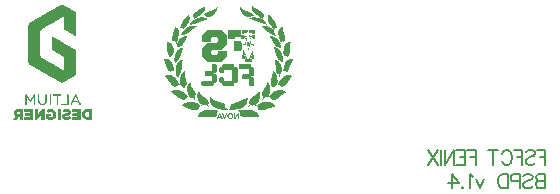
<source format=gbr>
G04*
G04 #@! TF.GenerationSoftware,Altium Limited,Altium Designer,23.8.1 (32)*
G04*
G04 Layer_Color=32896*
%FSLAX43Y43*%
%MOMM*%
G71*
G04*
G04 #@! TF.SameCoordinates,4157314E-2F8B-4695-BFB2-F8FC6B21436D*
G04*
G04*
G04 #@! TF.FilePolarity,Positive*
G04*
G01*
G75*
%ADD12C,0.200*%
G36*
X42063Y19756D02*
X42056D01*
Y19763D01*
X42063D01*
Y19756D01*
D02*
G37*
G36*
X43962D02*
X43970D01*
Y19741D01*
X43978D01*
Y19733D01*
X43985D01*
Y19725D01*
X43993D01*
Y19718D01*
X44001D01*
Y19702D01*
X44008D01*
Y19695D01*
X44016D01*
Y19687D01*
X44024D01*
Y19680D01*
X44031D01*
Y19672D01*
X44039D01*
Y19664D01*
X44046D01*
Y19657D01*
X44062D01*
Y19649D01*
X44069D01*
Y19641D01*
X44077D01*
Y19634D01*
X44085D01*
Y19626D01*
X44100D01*
Y19619D01*
X44107D01*
Y19611D01*
X44115D01*
Y19603D01*
X44130D01*
Y19596D01*
X44138D01*
Y19588D01*
X44153D01*
Y19580D01*
X44161D01*
Y19573D01*
X44176D01*
Y19565D01*
X44184D01*
Y19558D01*
X44199D01*
Y19550D01*
X44214D01*
Y19542D01*
X44222D01*
Y19535D01*
X44237D01*
Y19527D01*
X44252D01*
Y19519D01*
X44268D01*
Y19512D01*
X44283D01*
Y19504D01*
X44298D01*
Y19497D01*
X44313D01*
Y19489D01*
X44329D01*
Y19481D01*
X44344D01*
Y19474D01*
X44359D01*
Y19466D01*
X44374D01*
Y19458D01*
X44390D01*
Y19451D01*
X44405D01*
Y19443D01*
X44428D01*
Y19435D01*
X44443D01*
Y19428D01*
X44458D01*
Y19420D01*
X44481D01*
Y19413D01*
X44496D01*
Y19405D01*
X44519D01*
Y19397D01*
X44535D01*
Y19390D01*
X44557D01*
Y19382D01*
X44580D01*
Y19374D01*
X44596D01*
Y19367D01*
X44618D01*
Y19359D01*
X44634D01*
Y19352D01*
X44657D01*
Y19344D01*
X44672D01*
Y19336D01*
X44695D01*
Y19329D01*
X44710D01*
Y19321D01*
X44725D01*
Y19313D01*
X44741D01*
Y19306D01*
X44763D01*
Y19298D01*
X44779D01*
Y19291D01*
X44794D01*
Y19283D01*
X44809D01*
Y19275D01*
X44824D01*
Y19268D01*
X44840D01*
Y19260D01*
X44855D01*
Y19252D01*
X44863D01*
Y19245D01*
X44878D01*
Y19237D01*
X44893D01*
Y19230D01*
X44908D01*
Y19222D01*
X44916D01*
Y19214D01*
X44931D01*
Y19207D01*
X44946D01*
Y19199D01*
X44954D01*
Y19191D01*
X44969D01*
Y19184D01*
X44977D01*
Y19176D01*
X44992D01*
Y19169D01*
X45000D01*
Y19161D01*
X45007D01*
Y19153D01*
X45023D01*
Y19146D01*
X45030D01*
Y19138D01*
X45038D01*
Y19130D01*
X45046D01*
Y19123D01*
X45061D01*
Y19115D01*
X45069D01*
Y19108D01*
X45076D01*
Y19100D01*
X45084D01*
Y19092D01*
X45091D01*
Y19085D01*
X45099D01*
Y19077D01*
X45107D01*
Y19069D01*
X45114D01*
Y19054D01*
X45122D01*
Y19046D01*
X45130D01*
Y19039D01*
X45137D01*
Y19031D01*
X45145D01*
Y19016D01*
X45152D01*
Y19008D01*
X45160D01*
Y18993D01*
X45168D01*
Y18985D01*
X45152D01*
Y18993D01*
X45137D01*
Y19001D01*
X45114D01*
Y19008D01*
X45084D01*
Y19016D01*
X45030D01*
Y19008D01*
X44992D01*
Y19001D01*
X44969D01*
Y18993D01*
X44954D01*
Y18985D01*
X44939D01*
Y18978D01*
X44924D01*
Y18970D01*
X44908D01*
Y18963D01*
X44893D01*
Y18955D01*
X44878D01*
Y18947D01*
X44863D01*
Y18940D01*
X44847D01*
Y18932D01*
X44832D01*
Y18924D01*
X44817D01*
Y18917D01*
X44802D01*
Y18909D01*
X44786D01*
Y18902D01*
X44763D01*
Y18894D01*
X44741D01*
Y18886D01*
X44710D01*
Y18879D01*
X44611D01*
Y18886D01*
X44573D01*
Y18894D01*
X44542D01*
Y18902D01*
X44519D01*
Y18909D01*
X44496D01*
Y18917D01*
X44474D01*
Y18924D01*
X44458D01*
Y18932D01*
X44443D01*
Y18940D01*
X44428D01*
Y18947D01*
X44413D01*
Y18955D01*
X44397D01*
Y18963D01*
X44390D01*
Y18970D01*
X44374D01*
Y18978D01*
X44367D01*
Y18985D01*
X44352D01*
Y18993D01*
X44344D01*
Y19001D01*
X44329D01*
Y19008D01*
X44321D01*
Y19016D01*
X44313D01*
Y19024D01*
X44306D01*
Y19031D01*
X44290D01*
Y19039D01*
X44283D01*
Y19046D01*
X44275D01*
Y19054D01*
X44268D01*
Y19062D01*
X44260D01*
Y19069D01*
X44252D01*
Y19077D01*
X44245D01*
Y19085D01*
X44237D01*
Y19092D01*
X44229D01*
Y19100D01*
X44222D01*
Y19108D01*
X44214D01*
Y19115D01*
X44207D01*
Y19123D01*
X44199D01*
Y19138D01*
X44191D01*
Y19146D01*
X44184D01*
Y19153D01*
X44176D01*
Y19161D01*
X44168D01*
Y19169D01*
X44161D01*
Y19184D01*
X44153D01*
Y19191D01*
X44146D01*
Y19199D01*
X44138D01*
Y19214D01*
X44130D01*
Y19222D01*
X44123D01*
Y19237D01*
X44115D01*
Y19245D01*
X44107D01*
Y19252D01*
X44100D01*
Y19268D01*
X44092D01*
Y19283D01*
X44085D01*
Y19291D01*
X44077D01*
Y19306D01*
X44069D01*
Y19321D01*
X44062D01*
Y19329D01*
X44054D01*
Y19344D01*
X44046D01*
Y19359D01*
X44039D01*
Y19374D01*
X44031D01*
Y19390D01*
X44024D01*
Y19405D01*
X44016D01*
Y19413D01*
Y19420D01*
X44008D01*
Y19443D01*
X44001D01*
Y19458D01*
X43993D01*
Y19481D01*
X43985D01*
Y19504D01*
X43978D01*
Y19535D01*
X43970D01*
Y19565D01*
X43962D01*
Y19611D01*
X43955D01*
Y19763D01*
X43962D01*
Y19756D01*
D02*
G37*
G36*
X42056Y19725D02*
X42048D01*
Y19695D01*
X42040D01*
Y19664D01*
X42033D01*
Y19641D01*
X42025D01*
Y19619D01*
X42017D01*
Y19596D01*
X42010D01*
Y19573D01*
X42002D01*
Y19550D01*
X41995D01*
Y19527D01*
X41987D01*
Y19512D01*
X41979D01*
Y19497D01*
X41972D01*
Y19474D01*
X41964D01*
Y19458D01*
X41956D01*
Y19443D01*
X41949D01*
Y19428D01*
X41941D01*
Y19413D01*
X41934D01*
Y19397D01*
X41926D01*
Y19382D01*
X41918D01*
Y19367D01*
X41911D01*
Y19352D01*
X41903D01*
Y19344D01*
X41895D01*
Y19329D01*
X41888D01*
Y19313D01*
X41880D01*
Y19306D01*
X41872D01*
Y19291D01*
X41865D01*
Y19283D01*
X41857D01*
Y19268D01*
X41850D01*
Y19260D01*
X41842D01*
Y19245D01*
X41834D01*
Y19237D01*
X41827D01*
Y19222D01*
X41819D01*
Y19214D01*
X41811D01*
Y19207D01*
X41804D01*
Y19199D01*
X41796D01*
Y19184D01*
X41789D01*
Y19176D01*
X41781D01*
Y19169D01*
X41773D01*
Y19161D01*
X41766D01*
Y19153D01*
X41758D01*
Y19138D01*
X41750D01*
Y19130D01*
X41743D01*
Y19123D01*
X41735D01*
Y19115D01*
X41728D01*
Y19108D01*
X41720D01*
Y19100D01*
X41712D01*
Y19092D01*
X41705D01*
Y19085D01*
X41697D01*
Y19077D01*
X41689D01*
Y19069D01*
X41682D01*
Y19062D01*
X41674D01*
Y19054D01*
X41667D01*
Y19046D01*
X41659D01*
Y19039D01*
X41644D01*
Y19031D01*
X41636D01*
Y19024D01*
X41628D01*
Y19016D01*
X41621D01*
Y19008D01*
X41606D01*
Y19001D01*
X41598D01*
Y18993D01*
X41583D01*
Y18985D01*
X41575D01*
Y18978D01*
X41560D01*
Y18970D01*
X41552D01*
Y18963D01*
X41537D01*
Y18955D01*
X41522D01*
Y18947D01*
X41506D01*
Y18940D01*
X41491D01*
Y18932D01*
X41476D01*
Y18924D01*
X41453D01*
Y18917D01*
X41438D01*
Y18909D01*
X41415D01*
Y18902D01*
X41384D01*
Y18894D01*
X41354D01*
Y18886D01*
X41300D01*
Y18879D01*
X41194D01*
Y18886D01*
X41171D01*
Y18894D01*
X41155D01*
Y18902D01*
X41140D01*
Y18909D01*
X41125D01*
Y18917D01*
X41110D01*
Y18924D01*
X41102D01*
Y18932D01*
X41087D01*
Y18940D01*
X41079D01*
Y18947D01*
X41064D01*
Y18955D01*
X41056D01*
Y18963D01*
X41049D01*
Y18970D01*
X41033D01*
Y18978D01*
X41026D01*
Y18985D01*
X41018D01*
Y18993D01*
X41003D01*
Y19001D01*
X40995D01*
Y19008D01*
X40988D01*
Y19016D01*
X40972D01*
Y19024D01*
X40950D01*
Y19031D01*
X40919D01*
Y19039D01*
X40904D01*
Y19031D01*
X40873D01*
Y19024D01*
X40850D01*
Y19016D01*
X40835D01*
Y19008D01*
X40827D01*
Y19001D01*
X40820D01*
Y18993D01*
X40805D01*
Y19001D01*
X40812D01*
Y19016D01*
X40820D01*
Y19024D01*
X40827D01*
Y19031D01*
X40835D01*
Y19046D01*
X40843D01*
Y19054D01*
X40850D01*
Y19062D01*
X40858D01*
Y19069D01*
X40866D01*
Y19077D01*
X40873D01*
Y19085D01*
X40881D01*
Y19092D01*
X40889D01*
Y19100D01*
X40896D01*
Y19108D01*
X40904D01*
Y19115D01*
X40911D01*
Y19123D01*
X40919D01*
Y19130D01*
X40927D01*
Y19138D01*
X40934D01*
Y19146D01*
X40942D01*
Y19153D01*
X40957D01*
Y19161D01*
X40965D01*
Y19169D01*
X40972D01*
Y19176D01*
X40988D01*
Y19184D01*
X40995D01*
Y19191D01*
X41011D01*
Y19199D01*
X41018D01*
Y19207D01*
X41033D01*
Y19214D01*
X41041D01*
Y19222D01*
X41056D01*
Y19230D01*
X41064D01*
Y19237D01*
X41079D01*
Y19245D01*
X41094D01*
Y19252D01*
X41110D01*
Y19260D01*
X41117D01*
Y19268D01*
X41133D01*
Y19275D01*
X41148D01*
Y19283D01*
X41163D01*
Y19291D01*
X41178D01*
Y19298D01*
X41194D01*
Y19306D01*
X41209D01*
Y19313D01*
X41224D01*
Y19321D01*
X41239D01*
Y19329D01*
X41262D01*
Y19336D01*
X41278D01*
Y19344D01*
X41293D01*
Y19352D01*
X41308D01*
Y19359D01*
X41331D01*
Y19367D01*
X41346D01*
Y19374D01*
X41369D01*
Y19382D01*
X41384D01*
Y19390D01*
X41407D01*
Y19397D01*
X41422D01*
Y19405D01*
X41445D01*
Y19413D01*
X41468D01*
Y19420D01*
X41483D01*
Y19428D01*
X41506D01*
Y19435D01*
X41522D01*
Y19443D01*
X41537D01*
Y19451D01*
X41560D01*
Y19458D01*
X41575D01*
Y19466D01*
X41598D01*
Y19474D01*
X41613D01*
Y19481D01*
X41628D01*
Y19489D01*
X41644D01*
Y19497D01*
X41659D01*
Y19504D01*
X41682D01*
Y19512D01*
X41697D01*
Y19519D01*
X41712D01*
Y19527D01*
X41728D01*
Y19535D01*
X41743D01*
Y19542D01*
X41758D01*
Y19550D01*
X41773D01*
Y19558D01*
X41789D01*
Y19565D01*
X41796D01*
Y19573D01*
X41811D01*
Y19580D01*
X41827D01*
Y19588D01*
X41842D01*
Y19596D01*
X41850D01*
Y19603D01*
X41865D01*
Y19611D01*
X41880D01*
Y19619D01*
X41888D01*
Y19626D01*
X41903D01*
Y19634D01*
X41911D01*
Y19641D01*
X41926D01*
Y19649D01*
X41934D01*
Y19657D01*
X41941D01*
Y19664D01*
X41956D01*
Y19672D01*
X41964D01*
Y19680D01*
X41972D01*
Y19687D01*
X41987D01*
Y19695D01*
X41995D01*
Y19702D01*
X42002D01*
Y19710D01*
X42010D01*
Y19718D01*
X42017D01*
Y19725D01*
X42025D01*
Y19733D01*
X42033D01*
Y19741D01*
X42040D01*
Y19748D01*
X42048D01*
Y19756D01*
X42056D01*
Y19725D01*
D02*
G37*
G36*
X44969Y19809D02*
X44985D01*
Y19802D01*
X45000D01*
Y19794D01*
X45007D01*
Y19786D01*
X45023D01*
Y19779D01*
X45030D01*
Y19771D01*
X45046D01*
Y19763D01*
X45053D01*
Y19756D01*
X45069D01*
Y19748D01*
X45084D01*
Y19741D01*
X45091D01*
Y19733D01*
X45107D01*
Y19725D01*
X45122D01*
Y19718D01*
X45130D01*
Y19710D01*
X45145D01*
Y19702D01*
X45152D01*
Y19695D01*
X45168D01*
Y19687D01*
X45183D01*
Y19680D01*
X45191D01*
Y19672D01*
X45206D01*
Y19664D01*
X45221D01*
Y19657D01*
X45229D01*
Y19649D01*
X45244D01*
Y19641D01*
X45259D01*
Y19634D01*
X45267D01*
Y19626D01*
X45282D01*
Y19619D01*
X45290D01*
Y19611D01*
X45305D01*
Y19603D01*
X45320D01*
Y19596D01*
X45328D01*
Y19588D01*
X45343D01*
Y19580D01*
X45358D01*
Y19573D01*
X45366D01*
Y19565D01*
X45381D01*
Y19558D01*
X45397D01*
Y19550D01*
X45404D01*
Y19542D01*
X45419D01*
Y19535D01*
X45427D01*
Y19527D01*
X45442D01*
Y19519D01*
X45458D01*
Y19512D01*
X45465D01*
Y19504D01*
X45480D01*
Y19497D01*
X45496D01*
Y19489D01*
X45503D01*
Y19481D01*
X45519D01*
Y19474D01*
X45534D01*
Y19466D01*
X45541D01*
Y19458D01*
X45557D01*
Y19451D01*
X45572D01*
Y19443D01*
X45580D01*
Y19435D01*
X45595D01*
Y19428D01*
X45602D01*
Y19420D01*
X45618D01*
Y19413D01*
X45625D01*
Y19405D01*
X45641D01*
Y19397D01*
X45648D01*
Y19390D01*
X45663D01*
Y19382D01*
X45671D01*
Y19374D01*
X45686D01*
Y19367D01*
X45694D01*
Y19359D01*
X45702D01*
Y19352D01*
X45717D01*
Y19344D01*
X45724D01*
Y19336D01*
X45732D01*
Y19329D01*
X45740D01*
Y19321D01*
X45747D01*
Y19313D01*
X45763D01*
Y19306D01*
X45770D01*
Y19298D01*
X45778D01*
Y19291D01*
X45786D01*
Y19283D01*
X45793D01*
Y19275D01*
X45801D01*
Y19268D01*
X45808D01*
Y19260D01*
X45816D01*
Y19252D01*
X45824D01*
Y19245D01*
X45831D01*
Y19237D01*
X45839D01*
Y19230D01*
X45847D01*
Y19222D01*
X45854D01*
Y19214D01*
X45862D01*
Y19199D01*
X45869D01*
Y19191D01*
X45877D01*
Y19184D01*
X45885D01*
Y19176D01*
X45892D01*
Y19161D01*
X45900D01*
Y19153D01*
X45908D01*
Y19146D01*
X45915D01*
Y19130D01*
X45923D01*
Y19123D01*
X45930D01*
Y19108D01*
X45938D01*
Y19092D01*
X45946D01*
Y19085D01*
X45953D01*
Y19069D01*
X45961D01*
Y19054D01*
X45969D01*
Y19039D01*
X45976D01*
Y19024D01*
X45984D01*
Y19001D01*
X45991D01*
Y18985D01*
X45999D01*
Y18963D01*
X46007D01*
Y18940D01*
X46014D01*
Y18909D01*
X46007D01*
Y18902D01*
X45999D01*
Y18894D01*
X45991D01*
Y18886D01*
X45976D01*
Y18879D01*
X45946D01*
Y18871D01*
X45908D01*
Y18863D01*
X45885D01*
Y18856D01*
X45877D01*
Y18848D01*
X45869D01*
Y18841D01*
X45862D01*
Y18795D01*
X45869D01*
Y18779D01*
X45877D01*
Y18757D01*
X45885D01*
Y18741D01*
X45892D01*
Y18726D01*
X45900D01*
Y18711D01*
X45908D01*
Y18696D01*
X45915D01*
Y18688D01*
X45923D01*
Y18673D01*
X45930D01*
Y18657D01*
X45938D01*
Y18650D01*
X45946D01*
Y18635D01*
X45953D01*
Y18627D01*
X45961D01*
Y18612D01*
X45969D01*
Y18604D01*
X45976D01*
Y18589D01*
X45984D01*
Y18581D01*
X45991D01*
Y18574D01*
X45999D01*
Y18558D01*
X46007D01*
Y18551D01*
X46014D01*
Y18535D01*
X46022D01*
Y18528D01*
X46030D01*
Y18520D01*
X46037D01*
Y18513D01*
X46045D01*
Y18497D01*
X46053D01*
Y18490D01*
X46060D01*
Y18482D01*
X46068D01*
Y18467D01*
X46075D01*
Y18459D01*
X46083D01*
Y18452D01*
X46091D01*
Y18444D01*
X46098D01*
Y18429D01*
X46106D01*
Y18421D01*
X46114D01*
Y18413D01*
X46121D01*
Y18398D01*
X46129D01*
Y18390D01*
X46136D01*
Y18383D01*
X46144D01*
Y18368D01*
X46152D01*
Y18360D01*
X46159D01*
Y18352D01*
X46167D01*
Y18337D01*
X46175D01*
Y18329D01*
X46182D01*
Y18322D01*
X46190D01*
Y18307D01*
X46197D01*
Y18299D01*
X46205D01*
Y18291D01*
Y18284D01*
X46213D01*
Y18268D01*
X46220D01*
Y18253D01*
X46228D01*
Y18246D01*
X46220D01*
Y18253D01*
X46159D01*
Y18261D01*
X46121D01*
Y18268D01*
X46091D01*
Y18276D01*
X46060D01*
Y18284D01*
X46030D01*
Y18291D01*
X46007D01*
Y18299D01*
X45976D01*
Y18307D01*
X45953D01*
Y18314D01*
X45930D01*
Y18322D01*
X45908D01*
Y18329D01*
X45877D01*
Y18337D01*
X45854D01*
Y18345D01*
X45831D01*
Y18352D01*
X45808D01*
Y18360D01*
X45786D01*
Y18368D01*
X45763D01*
Y18375D01*
X45740D01*
Y18383D01*
X45717D01*
Y18390D01*
X45702D01*
Y18398D01*
X45679D01*
Y18406D01*
X45656D01*
Y18413D01*
X45633D01*
Y18421D01*
X45610D01*
Y18429D01*
X45587D01*
Y18436D01*
X45572D01*
Y18444D01*
X45549D01*
Y18452D01*
X45526D01*
Y18459D01*
X45503D01*
Y18467D01*
X45488D01*
Y18474D01*
X45465D01*
Y18482D01*
X45442D01*
Y18490D01*
X45419D01*
Y18497D01*
X45404D01*
Y18505D01*
X45381D01*
Y18513D01*
X45358D01*
Y18520D01*
X45343D01*
Y18528D01*
X45320D01*
Y18535D01*
X45297D01*
Y18543D01*
X45282D01*
Y18551D01*
X45259D01*
Y18558D01*
X45236D01*
Y18566D01*
X45221D01*
Y18574D01*
X45198D01*
Y18581D01*
X45183D01*
Y18589D01*
X45160D01*
Y18596D01*
X45137D01*
Y18604D01*
X45122D01*
Y18612D01*
X45099D01*
Y18619D01*
X45084D01*
Y18627D01*
X45061D01*
Y18635D01*
X45038D01*
Y18642D01*
X45023D01*
Y18650D01*
X45000D01*
Y18657D01*
X44985D01*
Y18665D01*
X44962D01*
Y18673D01*
X44939D01*
Y18680D01*
X44924D01*
Y18688D01*
X44901D01*
Y18696D01*
X44885D01*
Y18703D01*
X44863D01*
Y18711D01*
X44847D01*
Y18718D01*
X44824D01*
Y18726D01*
X44809D01*
Y18734D01*
X44786D01*
Y18741D01*
X44771D01*
Y18749D01*
X44748D01*
Y18757D01*
X44725D01*
Y18764D01*
X44710D01*
Y18772D01*
X44695D01*
Y18779D01*
X44710D01*
Y18787D01*
X44733D01*
Y18795D01*
X44756D01*
Y18802D01*
X44779D01*
Y18810D01*
X44802D01*
Y18818D01*
X44832D01*
Y18825D01*
X44863D01*
Y18833D01*
X44893D01*
Y18841D01*
X44931D01*
Y18848D01*
X44985D01*
Y18856D01*
X45053D01*
Y18863D01*
X45252D01*
Y18856D01*
X45328D01*
Y18848D01*
X45381D01*
Y18841D01*
X45427D01*
Y18833D01*
X45465D01*
Y18825D01*
X45496D01*
Y18818D01*
X45526D01*
Y18810D01*
X45557D01*
Y18802D01*
X45580D01*
Y18795D01*
X45610D01*
Y18787D01*
X45633D01*
Y18779D01*
X45656D01*
Y18772D01*
X45679D01*
Y18764D01*
X45702D01*
Y18757D01*
X45717D01*
Y18749D01*
X45740D01*
Y18741D01*
X45755D01*
Y18734D01*
X45778D01*
Y18726D01*
X45793D01*
Y18718D01*
X45816D01*
Y18711D01*
X45831D01*
Y18703D01*
X45847D01*
Y18696D01*
X45862D01*
Y18688D01*
X45885D01*
Y18680D01*
X45892D01*
Y18688D01*
X45885D01*
Y18696D01*
X45869D01*
Y18703D01*
X45862D01*
Y18711D01*
X45854D01*
Y18718D01*
X45847D01*
Y18726D01*
X45831D01*
Y18734D01*
X45824D01*
Y18741D01*
X45816D01*
Y18749D01*
X45801D01*
Y18757D01*
X45793D01*
Y18764D01*
X45786D01*
Y18772D01*
X45770D01*
Y18779D01*
X45763D01*
Y18787D01*
X45755D01*
Y18795D01*
X45740D01*
Y18802D01*
X45732D01*
Y18810D01*
X45724D01*
Y18818D01*
X45709D01*
Y18825D01*
X45702D01*
Y18833D01*
X45686D01*
Y18841D01*
X45679D01*
Y18848D01*
X45671D01*
Y18856D01*
X45656D01*
Y18863D01*
X45648D01*
Y18871D01*
X45641D01*
Y18879D01*
X45625D01*
Y18886D01*
X45618D01*
Y18894D01*
X45602D01*
Y18902D01*
X45595D01*
Y18909D01*
X45587D01*
Y18917D01*
X45572D01*
Y18924D01*
X45564D01*
Y18932D01*
X45557D01*
Y18940D01*
X45541D01*
Y18947D01*
X45534D01*
Y18955D01*
X45519D01*
Y18963D01*
X45511D01*
Y18970D01*
X45503D01*
Y18978D01*
X45488D01*
Y18985D01*
X45480D01*
Y18993D01*
X45465D01*
Y19001D01*
X45458D01*
Y19008D01*
X45450D01*
Y19016D01*
X45435D01*
Y19024D01*
X45427D01*
Y19031D01*
X45419D01*
Y19039D01*
X45404D01*
Y19046D01*
X45397D01*
Y19054D01*
X45381D01*
Y19062D01*
X45374D01*
Y19069D01*
X45366D01*
Y19077D01*
X45351D01*
Y19085D01*
X45343D01*
Y19092D01*
X45328D01*
Y19100D01*
X45320D01*
Y19108D01*
X45313D01*
Y19115D01*
X45297D01*
Y19123D01*
X45290D01*
Y19130D01*
X45274D01*
Y19138D01*
X45267D01*
Y19146D01*
X45259D01*
Y19153D01*
X45244D01*
Y19161D01*
X45236D01*
Y19169D01*
X45229D01*
Y19176D01*
X45213D01*
Y19184D01*
X45206D01*
Y19191D01*
X45198D01*
Y19199D01*
X45191D01*
Y19207D01*
X45175D01*
Y19214D01*
X45168D01*
Y19222D01*
X45160D01*
Y19230D01*
X45152D01*
Y19237D01*
X45145D01*
Y19245D01*
X45137D01*
Y19252D01*
X45130D01*
Y19260D01*
X45122D01*
Y19268D01*
X45114D01*
Y19275D01*
X45107D01*
Y19283D01*
X45099D01*
Y19291D01*
X45091D01*
Y19306D01*
X45084D01*
Y19313D01*
X45076D01*
Y19321D01*
X45069D01*
Y19329D01*
X45061D01*
Y19344D01*
X45053D01*
Y19352D01*
X45046D01*
Y19359D01*
X45038D01*
Y19374D01*
X45030D01*
Y19390D01*
X45023D01*
Y19397D01*
X45015D01*
Y19413D01*
X45007D01*
Y19428D01*
X45000D01*
Y19443D01*
X44992D01*
Y19458D01*
X44985D01*
Y19474D01*
X44977D01*
Y19497D01*
X44969D01*
Y19519D01*
X44962D01*
Y19550D01*
X44954D01*
Y19588D01*
X44946D01*
Y19779D01*
X44954D01*
Y19817D01*
X44969D01*
Y19809D01*
D02*
G37*
G36*
X41011Y19687D02*
X41003D01*
Y19619D01*
X40995D01*
Y19573D01*
X40988D01*
Y19542D01*
X40980D01*
Y19512D01*
X40972D01*
Y19489D01*
X40965D01*
Y19474D01*
X40957D01*
Y19451D01*
X40950D01*
Y19435D01*
X40942D01*
Y19420D01*
X40934D01*
Y19405D01*
X40927D01*
Y19390D01*
X40919D01*
Y19374D01*
X40911D01*
Y19359D01*
X40904D01*
Y19352D01*
X40896D01*
Y19336D01*
X40889D01*
Y19329D01*
X40881D01*
Y19313D01*
X40873D01*
Y19306D01*
X40866D01*
Y19298D01*
X40858D01*
Y19283D01*
X40850D01*
Y19275D01*
X40843D01*
Y19268D01*
X40835D01*
Y19260D01*
X40827D01*
Y19252D01*
X40820D01*
Y19237D01*
X40812D01*
Y19230D01*
X40805D01*
Y19222D01*
X40797D01*
Y19214D01*
X40789D01*
Y19207D01*
X40782D01*
Y19199D01*
X40766D01*
Y19191D01*
X40759D01*
Y19184D01*
X40751D01*
Y19176D01*
X40744D01*
Y19169D01*
X40736D01*
Y19161D01*
X40728D01*
Y19153D01*
X40713D01*
Y19146D01*
X40705D01*
Y19138D01*
X40698D01*
Y19130D01*
X40683D01*
Y19123D01*
X40675D01*
Y19115D01*
X40667D01*
Y19108D01*
X40652D01*
Y19100D01*
X40644D01*
Y19092D01*
X40629D01*
Y19085D01*
X40622D01*
Y19077D01*
X40606D01*
Y19069D01*
X40591D01*
Y19062D01*
X40583D01*
Y19054D01*
X40568D01*
Y19046D01*
X40561D01*
Y19039D01*
X40545D01*
Y19031D01*
X40538D01*
Y19024D01*
X40522D01*
Y19016D01*
X40515D01*
Y19008D01*
X40499D01*
Y19001D01*
X40492D01*
Y18993D01*
X40477D01*
Y18985D01*
X40469D01*
Y18978D01*
X40454D01*
Y18970D01*
X40446D01*
Y18963D01*
X40431D01*
Y18955D01*
X40423D01*
Y18947D01*
X40408D01*
Y18940D01*
X40400D01*
Y18932D01*
X40385D01*
Y18924D01*
X40370D01*
Y18917D01*
X40362D01*
Y18909D01*
X40347D01*
Y18902D01*
X40339D01*
Y18894D01*
X40324D01*
Y18886D01*
X40316D01*
Y18879D01*
X40301D01*
Y18871D01*
X40294D01*
Y18863D01*
X40278D01*
Y18856D01*
X40271D01*
Y18848D01*
X40255D01*
Y18841D01*
X40248D01*
Y18833D01*
X40233D01*
Y18825D01*
X40225D01*
Y18818D01*
X40210D01*
Y18810D01*
X40202D01*
Y18802D01*
X40187D01*
Y18795D01*
X40179D01*
Y18787D01*
X40164D01*
Y18779D01*
X40156D01*
Y18772D01*
X40141D01*
Y18764D01*
X40133D01*
Y18757D01*
X40118D01*
Y18749D01*
X40110D01*
Y18741D01*
X40095D01*
Y18734D01*
X40088D01*
Y18726D01*
X40080D01*
Y18718D01*
X40065D01*
Y18711D01*
X40057D01*
Y18703D01*
X40042D01*
Y18696D01*
X40034D01*
Y18688D01*
X40027D01*
Y18680D01*
X40011D01*
Y18688D01*
X40019D01*
Y18703D01*
X40027D01*
Y18726D01*
X40034D01*
Y18749D01*
X40042D01*
Y18787D01*
X40049D01*
Y18795D01*
X40042D01*
Y18825D01*
X40034D01*
Y18841D01*
X40027D01*
Y18848D01*
X40019D01*
Y18856D01*
X40011D01*
Y18871D01*
X40004D01*
Y18879D01*
X39988D01*
Y18886D01*
X39981D01*
Y18894D01*
X39973D01*
Y18902D01*
X39966D01*
Y18909D01*
X39958D01*
Y18917D01*
X39950D01*
Y18924D01*
X39943D01*
Y18932D01*
X39935D01*
Y18940D01*
X39927D01*
Y18947D01*
X39920D01*
Y18963D01*
X39912D01*
Y18970D01*
X39905D01*
Y18993D01*
X39912D01*
Y19001D01*
X39920D01*
Y19016D01*
X39927D01*
Y19024D01*
X39935D01*
Y19031D01*
X39943D01*
Y19039D01*
X39950D01*
Y19046D01*
X39958D01*
Y19062D01*
X39966D01*
Y19069D01*
X39973D01*
Y19077D01*
X39981D01*
Y19085D01*
X39988D01*
Y19092D01*
X39996D01*
Y19100D01*
X40004D01*
Y19108D01*
X40011D01*
Y19123D01*
X40019D01*
Y19130D01*
X40027D01*
Y19138D01*
X40034D01*
Y19146D01*
X40042D01*
Y19153D01*
X40049D01*
Y19161D01*
X40057D01*
Y19169D01*
X40065D01*
Y19176D01*
X40072D01*
Y19184D01*
X40080D01*
Y19191D01*
X40088D01*
Y19199D01*
X40095D01*
Y19207D01*
X40103D01*
Y19214D01*
X40110D01*
Y19222D01*
X40118D01*
Y19230D01*
X40126D01*
Y19237D01*
X40133D01*
Y19245D01*
X40141D01*
Y19252D01*
X40149D01*
Y19260D01*
X40156D01*
Y19268D01*
X40164D01*
Y19275D01*
X40171D01*
Y19283D01*
X40179D01*
Y19291D01*
X40187D01*
Y19298D01*
X40194D01*
Y19306D01*
X40202D01*
Y19313D01*
X40210D01*
Y19321D01*
X40217D01*
Y19329D01*
X40225D01*
Y19336D01*
X40233D01*
Y19344D01*
X40248D01*
Y19352D01*
X40255D01*
Y19359D01*
X40263D01*
Y19367D01*
X40271D01*
Y19374D01*
X40278D01*
Y19382D01*
X40286D01*
Y19390D01*
X40301D01*
Y19397D01*
X40309D01*
Y19405D01*
X40316D01*
Y19413D01*
X40324D01*
Y19420D01*
X40332D01*
Y19428D01*
X40347D01*
Y19435D01*
X40355D01*
Y19443D01*
X40362D01*
Y19451D01*
X40377D01*
Y19458D01*
X40385D01*
Y19466D01*
X40393D01*
Y19474D01*
X40408D01*
Y19481D01*
X40416D01*
Y19489D01*
X40423D01*
Y19497D01*
X40438D01*
Y19504D01*
X40446D01*
Y19512D01*
X40461D01*
Y19519D01*
X40469D01*
Y19527D01*
X40477D01*
Y19535D01*
X40492D01*
Y19542D01*
X40499D01*
Y19550D01*
X40515D01*
Y19558D01*
X40530D01*
Y19565D01*
X40538D01*
Y19573D01*
X40553D01*
Y19580D01*
X40568D01*
Y19588D01*
X40576D01*
Y19596D01*
X40591D01*
Y19603D01*
X40606D01*
Y19611D01*
X40622D01*
Y19619D01*
X40629D01*
Y19626D01*
X40644D01*
Y19634D01*
X40660D01*
Y19641D01*
X40675D01*
Y19649D01*
X40690D01*
Y19657D01*
X40705D01*
Y19664D01*
X40721D01*
Y19672D01*
X40736D01*
Y19680D01*
X40759D01*
Y19687D01*
X40774D01*
Y19695D01*
X40789D01*
Y19702D01*
X40812D01*
Y19710D01*
X40835D01*
Y19718D01*
X40850D01*
Y19725D01*
X40873D01*
Y19733D01*
X40896D01*
Y19741D01*
X40919D01*
Y19748D01*
X40950D01*
Y19756D01*
X40972D01*
Y19763D01*
X41011D01*
Y19687D01*
D02*
G37*
G36*
X40805Y18863D02*
X40881D01*
Y18856D01*
X40927D01*
Y18848D01*
X40957D01*
Y18841D01*
X40988D01*
Y18833D01*
X41011D01*
Y18825D01*
X41033D01*
Y18818D01*
X41049D01*
Y18810D01*
X41072D01*
Y18802D01*
X41087D01*
Y18795D01*
X41102D01*
Y18787D01*
X41117D01*
Y18779D01*
X41133D01*
Y18772D01*
X41148D01*
Y18764D01*
X41155D01*
Y18757D01*
X41171D01*
Y18749D01*
X41186D01*
Y18741D01*
X41194D01*
Y18734D01*
X41209D01*
Y18726D01*
X41216D01*
Y18718D01*
X41201D01*
Y18711D01*
X41178D01*
Y18703D01*
X41155D01*
Y18696D01*
X41133D01*
Y18688D01*
X41110D01*
Y18680D01*
X41087D01*
Y18673D01*
X41064D01*
Y18665D01*
X41041D01*
Y18657D01*
X41018D01*
Y18650D01*
X41003D01*
Y18642D01*
X40980D01*
Y18635D01*
X40957D01*
Y18627D01*
X40942D01*
Y18619D01*
X40919D01*
Y18612D01*
X40904D01*
Y18604D01*
X40881D01*
Y18596D01*
X40858D01*
Y18589D01*
X40843D01*
Y18581D01*
X40820D01*
Y18574D01*
X40805D01*
Y18566D01*
X40782D01*
Y18558D01*
X40766D01*
Y18551D01*
X40744D01*
Y18543D01*
X40728D01*
Y18535D01*
X40705D01*
Y18528D01*
X40690D01*
Y18520D01*
X40667D01*
Y18513D01*
X40652D01*
Y18505D01*
X40629D01*
Y18497D01*
X40614D01*
Y18490D01*
X40591D01*
Y18482D01*
X40576D01*
Y18474D01*
X40561D01*
Y18467D01*
X40538D01*
Y18459D01*
X40522D01*
Y18452D01*
X40499D01*
Y18444D01*
X40484D01*
Y18436D01*
X40461D01*
Y18429D01*
X40446D01*
Y18421D01*
X40431D01*
Y18413D01*
X40408D01*
Y18406D01*
X40393D01*
Y18398D01*
X40370D01*
Y18390D01*
X40355D01*
Y18383D01*
X40332D01*
Y18375D01*
X40316D01*
Y18368D01*
X40294D01*
Y18360D01*
X40271D01*
Y18352D01*
X40255D01*
Y18345D01*
X40233D01*
Y18337D01*
X40210D01*
Y18329D01*
X40187D01*
Y18322D01*
X40164D01*
Y18314D01*
X40133D01*
Y18307D01*
X40110D01*
Y18299D01*
X40080D01*
Y18291D01*
X40057D01*
Y18284D01*
X40019D01*
Y18276D01*
X39988D01*
Y18268D01*
X39950D01*
Y18261D01*
X39905D01*
Y18253D01*
X39836D01*
Y18246D01*
X39691D01*
Y18261D01*
X39699D01*
Y18268D01*
X39706D01*
Y18284D01*
X39714D01*
Y18299D01*
X39721D01*
Y18307D01*
X39729D01*
Y18322D01*
X39737D01*
Y18329D01*
X39744D01*
Y18345D01*
X39752D01*
Y18352D01*
X39760D01*
Y18360D01*
X39767D01*
Y18375D01*
X39775D01*
Y18383D01*
X39782D01*
Y18390D01*
X39790D01*
Y18398D01*
X39798D01*
Y18413D01*
X39805D01*
Y18421D01*
X39813D01*
Y18429D01*
X39821D01*
Y18436D01*
X39828D01*
Y18444D01*
X39836D01*
Y18452D01*
X39843D01*
Y18459D01*
X39851D01*
Y18467D01*
X39859D01*
Y18474D01*
X39866D01*
Y18482D01*
X39874D01*
Y18490D01*
X39882D01*
Y18497D01*
X39889D01*
Y18505D01*
X39897D01*
Y18513D01*
X39905D01*
Y18520D01*
X39912D01*
Y18528D01*
X39920D01*
Y18535D01*
X39927D01*
Y18543D01*
X39935D01*
Y18551D01*
X39950D01*
Y18558D01*
X39958D01*
Y18566D01*
X39966D01*
Y18574D01*
X39973D01*
Y18581D01*
X39988D01*
Y18589D01*
X39996D01*
Y18596D01*
X40004D01*
Y18604D01*
X40019D01*
Y18612D01*
X40027D01*
Y18619D01*
X40042D01*
Y18627D01*
X40049D01*
Y18635D01*
X40065D01*
Y18642D01*
X40072D01*
Y18650D01*
X40088D01*
Y18657D01*
X40095D01*
Y18665D01*
X40110D01*
Y18673D01*
X40126D01*
Y18680D01*
X40133D01*
Y18688D01*
X40149D01*
Y18696D01*
X40164D01*
Y18703D01*
X40179D01*
Y18711D01*
X40194D01*
Y18718D01*
X40210D01*
Y18726D01*
X40225D01*
Y18734D01*
X40240D01*
Y18741D01*
X40255D01*
Y18749D01*
X40271D01*
Y18757D01*
X40294D01*
Y18764D01*
X40309D01*
Y18772D01*
X40324D01*
Y18779D01*
X40347D01*
Y18787D01*
X40362D01*
Y18795D01*
X40385D01*
Y18802D01*
X40408D01*
Y18810D01*
X40431D01*
Y18818D01*
X40454D01*
Y18825D01*
X40484D01*
Y18833D01*
X40507D01*
Y18841D01*
X40545D01*
Y18848D01*
X40576D01*
Y18856D01*
X40629D01*
Y18863D01*
X40705D01*
Y18871D01*
X40805D01*
Y18863D01*
D02*
G37*
G36*
X39592Y19077D02*
X39599D01*
Y19062D01*
X39607D01*
Y19046D01*
X39615D01*
Y19031D01*
X39622D01*
Y19016D01*
X39630D01*
Y19001D01*
X39638D01*
Y18985D01*
X39645D01*
Y18963D01*
X39653D01*
Y18940D01*
X39660D01*
Y18917D01*
X39668D01*
Y18879D01*
X39676D01*
Y18818D01*
X39683D01*
Y18726D01*
X39676D01*
Y18665D01*
X39668D01*
Y18627D01*
X39660D01*
Y18596D01*
X39653D01*
Y18574D01*
X39645D01*
Y18551D01*
X39638D01*
Y18528D01*
X39630D01*
Y18513D01*
X39622D01*
Y18490D01*
X39615D01*
Y18474D01*
X39607D01*
Y18459D01*
X39599D01*
Y18444D01*
X39592D01*
Y18429D01*
X39584D01*
Y18413D01*
X39577D01*
Y18398D01*
X39569D01*
Y18390D01*
X39561D01*
Y18375D01*
X39554D01*
Y18360D01*
X39546D01*
Y18352D01*
X39538D01*
Y18337D01*
X39531D01*
Y18322D01*
X39523D01*
Y18314D01*
X39515D01*
Y18299D01*
X39508D01*
Y18291D01*
X39500D01*
Y18276D01*
X39493D01*
Y18268D01*
X39485D01*
Y18261D01*
X39477D01*
Y18246D01*
X39470D01*
Y18238D01*
X39462D01*
Y18230D01*
X39454D01*
Y18215D01*
X39447D01*
Y18207D01*
X39439D01*
Y18200D01*
X39432D01*
Y18185D01*
X39424D01*
Y18177D01*
X39416D01*
Y18169D01*
X39409D01*
Y18162D01*
X39401D01*
Y18146D01*
X39393D01*
Y18139D01*
X39386D01*
Y18131D01*
X39378D01*
Y18124D01*
X39371D01*
Y18116D01*
X39363D01*
Y18101D01*
X39355D01*
Y18093D01*
X39348D01*
Y18085D01*
X39340D01*
Y18078D01*
X39332D01*
Y18070D01*
X39325D01*
Y18062D01*
X39317D01*
Y18055D01*
X39310D01*
Y18047D01*
X39302D01*
Y18032D01*
X39294D01*
Y18024D01*
X39287D01*
Y18017D01*
X39279D01*
Y18009D01*
X39271D01*
Y18001D01*
X39264D01*
Y17994D01*
X39256D01*
Y17986D01*
X39249D01*
Y17979D01*
X39241D01*
Y17971D01*
X39233D01*
Y17963D01*
X39226D01*
Y17948D01*
X39218D01*
Y17940D01*
X39210D01*
Y17933D01*
X39203D01*
Y17925D01*
X39195D01*
Y17918D01*
X39188D01*
Y17910D01*
X39180D01*
Y17902D01*
X39172D01*
Y17895D01*
X39165D01*
Y17887D01*
X39157D01*
Y17879D01*
X39149D01*
Y17872D01*
X39142D01*
Y17864D01*
X39134D01*
Y17857D01*
X39126D01*
Y17849D01*
X39119D01*
Y17841D01*
X39111D01*
Y17933D01*
X39104D01*
Y17948D01*
X39096D01*
Y17956D01*
X39088D01*
Y17963D01*
X39050D01*
Y17956D01*
X39004D01*
Y17948D01*
X38966D01*
Y17956D01*
X38928D01*
Y17963D01*
X38913D01*
Y17971D01*
X38905D01*
Y17979D01*
X38898D01*
Y18017D01*
X38905D01*
Y18055D01*
X38913D01*
Y18093D01*
X38921D01*
Y18124D01*
X38928D01*
Y18154D01*
X38936D01*
Y18177D01*
X38943D01*
Y18207D01*
X38951D01*
Y18230D01*
X38959D01*
Y18246D01*
X38966D01*
Y18268D01*
X38974D01*
Y18291D01*
X38982D01*
Y18307D01*
X38989D01*
Y18329D01*
X38997D01*
Y18345D01*
X39004D01*
Y18360D01*
X39012D01*
Y18375D01*
X39020D01*
Y18390D01*
X39027D01*
Y18406D01*
X39035D01*
Y18421D01*
X39043D01*
Y18436D01*
X39050D01*
Y18452D01*
X39058D01*
Y18467D01*
X39065D01*
Y18482D01*
X39073D01*
Y18497D01*
X39081D01*
Y18505D01*
X39088D01*
Y18520D01*
X39096D01*
Y18535D01*
X39104D01*
Y18543D01*
X39111D01*
Y18558D01*
X39119D01*
Y18574D01*
X39126D01*
Y18581D01*
X39134D01*
Y18596D01*
X39142D01*
Y18604D01*
X39149D01*
Y18619D01*
X39157D01*
Y18627D01*
X39165D01*
Y18635D01*
X39172D01*
Y18650D01*
X39180D01*
Y18657D01*
X39188D01*
Y18673D01*
X39195D01*
Y18680D01*
X39203D01*
Y18688D01*
X39210D01*
Y18703D01*
X39218D01*
Y18711D01*
X39226D01*
Y18718D01*
X39233D01*
Y18734D01*
X39241D01*
Y18741D01*
X39249D01*
Y18749D01*
X39256D01*
Y18757D01*
X39264D01*
Y18764D01*
X39271D01*
Y18779D01*
X39279D01*
Y18787D01*
X39287D01*
Y18795D01*
X39294D01*
Y18802D01*
X39302D01*
Y18810D01*
X39310D01*
Y18818D01*
X39317D01*
Y18833D01*
X39325D01*
Y18841D01*
X39332D01*
Y18848D01*
X39340D01*
Y18856D01*
X39348D01*
Y18863D01*
X39355D01*
Y18871D01*
X39363D01*
Y18879D01*
X39371D01*
Y18886D01*
X39378D01*
Y18894D01*
X39386D01*
Y18902D01*
X39393D01*
Y18909D01*
X39401D01*
Y18917D01*
X39409D01*
Y18924D01*
X39416D01*
Y18932D01*
X39424D01*
Y18940D01*
X39432D01*
Y18947D01*
X39439D01*
Y18955D01*
X39447D01*
Y18963D01*
X39454D01*
Y18970D01*
X39462D01*
Y18978D01*
X39470D01*
Y18985D01*
X39477D01*
Y18993D01*
X39485D01*
Y19001D01*
X39493D01*
Y19008D01*
X39500D01*
Y19016D01*
X39508D01*
Y19024D01*
X39515D01*
Y19031D01*
X39523D01*
Y19039D01*
X39531D01*
Y19046D01*
X39538D01*
Y19054D01*
X39554D01*
Y19062D01*
X39561D01*
Y19069D01*
X39569D01*
Y19077D01*
X39577D01*
Y19085D01*
X39592D01*
Y19077D01*
D02*
G37*
G36*
X46388D02*
X46396D01*
Y19069D01*
X46403D01*
Y19062D01*
X46419D01*
Y19054D01*
X46426D01*
Y19046D01*
X46434D01*
Y19039D01*
X46442D01*
Y19031D01*
X46449D01*
Y19024D01*
X46457D01*
Y19016D01*
X46464D01*
Y19008D01*
X46472D01*
Y19001D01*
X46480D01*
Y18993D01*
X46487D01*
Y18985D01*
X46495D01*
Y18978D01*
X46503D01*
Y18970D01*
X46510D01*
Y18963D01*
X46518D01*
Y18955D01*
X46525D01*
Y18947D01*
X46533D01*
Y18940D01*
X46541D01*
Y18932D01*
X46548D01*
Y18924D01*
X46556D01*
Y18917D01*
X46564D01*
Y18909D01*
X46571D01*
Y18902D01*
X46579D01*
Y18886D01*
X46586D01*
Y18879D01*
X46594D01*
Y18871D01*
X46602D01*
Y18863D01*
X46609D01*
Y18856D01*
X46617D01*
Y18848D01*
X46625D01*
Y18841D01*
X46632D01*
Y18833D01*
X46640D01*
Y18825D01*
X46647D01*
Y18810D01*
X46655D01*
Y18802D01*
X46663D01*
Y18795D01*
X46670D01*
Y18787D01*
X46678D01*
Y18779D01*
X46686D01*
Y18764D01*
X46693D01*
Y18757D01*
X46701D01*
Y18749D01*
X46708D01*
Y18741D01*
X46716D01*
Y18726D01*
X46724D01*
Y18718D01*
X46731D01*
Y18711D01*
X46739D01*
Y18703D01*
X46747D01*
Y18688D01*
X46754D01*
Y18680D01*
X46762D01*
Y18673D01*
X46770D01*
Y18657D01*
X46777D01*
Y18650D01*
X46785D01*
Y18635D01*
X46792D01*
Y18627D01*
X46800D01*
Y18619D01*
X46808D01*
Y18604D01*
X46815D01*
Y18596D01*
X46823D01*
Y18581D01*
X46831D01*
Y18574D01*
X46838D01*
Y18558D01*
X46846D01*
Y18543D01*
X46853D01*
Y18535D01*
X46861D01*
Y18520D01*
X46869D01*
Y18513D01*
X46876D01*
Y18497D01*
X46884D01*
Y18482D01*
X46892D01*
Y18467D01*
X46899D01*
Y18459D01*
X46907D01*
Y18444D01*
X46914D01*
Y18429D01*
X46922D01*
Y18413D01*
X46930D01*
Y18398D01*
X46937D01*
Y18383D01*
X46945D01*
Y18368D01*
X46953D01*
Y18352D01*
X46960D01*
Y18337D01*
X46968D01*
Y18314D01*
X46975D01*
Y18299D01*
X46983D01*
Y18284D01*
X46991D01*
Y18261D01*
X46998D01*
Y18246D01*
X47006D01*
Y18223D01*
X47014D01*
Y18200D01*
X47021D01*
Y18177D01*
X47029D01*
Y18154D01*
X47036D01*
Y18124D01*
X47044D01*
Y18093D01*
X47052D01*
Y18062D01*
X47059D01*
Y18024D01*
X47067D01*
Y17986D01*
X47036D01*
Y17979D01*
X46998D01*
Y17971D01*
X46975D01*
Y17963D01*
X46953D01*
Y17956D01*
X46937D01*
Y17948D01*
X46922D01*
Y17940D01*
X46914D01*
Y17933D01*
X46899D01*
Y17925D01*
X46892D01*
Y17918D01*
X46884D01*
Y17910D01*
X46876D01*
Y17895D01*
X46869D01*
Y17887D01*
X46861D01*
Y17872D01*
X46853D01*
Y17857D01*
X46846D01*
Y17834D01*
X46838D01*
Y17796D01*
X46831D01*
Y17712D01*
X46838D01*
Y17666D01*
X46846D01*
Y17628D01*
X46853D01*
Y17597D01*
X46861D01*
Y17574D01*
X46869D01*
Y17544D01*
X46876D01*
Y17529D01*
X46884D01*
Y17506D01*
X46892D01*
Y17483D01*
X46899D01*
Y17468D01*
X46907D01*
Y17445D01*
X46914D01*
Y17429D01*
X46922D01*
Y17406D01*
X46930D01*
Y17391D01*
X46937D01*
Y17368D01*
X46945D01*
Y17353D01*
X46953D01*
Y17330D01*
X46960D01*
Y17315D01*
X46968D01*
Y17307D01*
X46930D01*
Y17315D01*
X46892D01*
Y17323D01*
X46861D01*
Y17330D01*
X46831D01*
Y17338D01*
X46808D01*
Y17345D01*
X46785D01*
Y17353D01*
X46762D01*
Y17361D01*
X46739D01*
Y17368D01*
X46724D01*
Y17376D01*
X46701D01*
Y17384D01*
X46686D01*
Y17391D01*
X46670D01*
Y17399D01*
X46655D01*
Y17406D01*
X46640D01*
Y17414D01*
X46625D01*
Y17422D01*
X46609D01*
Y17429D01*
X46594D01*
Y17437D01*
X46579D01*
Y17445D01*
X46571D01*
Y17452D01*
X46556D01*
Y17460D01*
X46541D01*
Y17468D01*
X46533D01*
Y17475D01*
X46518D01*
Y17483D01*
X46503D01*
Y17490D01*
X46495D01*
Y17498D01*
X46480D01*
Y17506D01*
X46472D01*
Y17513D01*
X46457D01*
Y17521D01*
X46449D01*
Y17529D01*
X46434D01*
Y17536D01*
X46426D01*
Y17544D01*
X46411D01*
Y17551D01*
X46403D01*
Y17559D01*
X46396D01*
Y17567D01*
X46380D01*
Y17574D01*
X46373D01*
Y17582D01*
X46365D01*
Y17590D01*
X46350D01*
Y17597D01*
X46342D01*
Y17605D01*
X46335D01*
Y17612D01*
X46319D01*
Y17620D01*
X46312D01*
Y17628D01*
X46304D01*
Y17635D01*
X46297D01*
Y17643D01*
X46281D01*
Y17651D01*
X46274D01*
Y17658D01*
X46266D01*
Y17666D01*
X46258D01*
Y17673D01*
X46251D01*
Y17681D01*
X46236D01*
Y17689D01*
X46228D01*
Y17696D01*
X46220D01*
Y17704D01*
X46213D01*
Y17712D01*
X46205D01*
Y17719D01*
X46197D01*
Y17727D01*
X46182D01*
Y17735D01*
X46175D01*
Y17742D01*
X46167D01*
Y17750D01*
X46159D01*
Y17757D01*
X46152D01*
Y17765D01*
X46144D01*
Y17773D01*
X46129D01*
Y17780D01*
X46121D01*
Y17788D01*
X46114D01*
Y17796D01*
X46106D01*
Y17803D01*
X46098D01*
Y17811D01*
X46091D01*
Y17818D01*
X46083D01*
Y17826D01*
X46068D01*
Y17834D01*
X46060D01*
Y17841D01*
X46053D01*
Y17849D01*
X46045D01*
Y17857D01*
X46037D01*
Y17864D01*
X46030D01*
Y17872D01*
X46022D01*
Y17879D01*
X46014D01*
Y17887D01*
X45999D01*
Y17895D01*
X45991D01*
Y17902D01*
X45984D01*
Y17910D01*
X45976D01*
Y17918D01*
X45969D01*
Y17925D01*
X45961D01*
Y17933D01*
X45953D01*
Y17940D01*
X45938D01*
Y17948D01*
X45930D01*
Y17956D01*
X45923D01*
Y17963D01*
X45915D01*
Y17971D01*
X45908D01*
Y17979D01*
X45900D01*
Y17986D01*
X45892D01*
Y17994D01*
X45877D01*
Y18001D01*
X45869D01*
Y18009D01*
X45862D01*
Y18017D01*
X45854D01*
Y18024D01*
X45847D01*
Y18032D01*
X45831D01*
Y18040D01*
X45824D01*
Y18047D01*
X45816D01*
Y18055D01*
X45808D01*
Y18062D01*
X45801D01*
Y18070D01*
X45786D01*
Y18078D01*
X45778D01*
Y18085D01*
X45770D01*
Y18093D01*
X45763D01*
Y18101D01*
X45747D01*
Y18108D01*
X45740D01*
Y18116D01*
X45732D01*
Y18124D01*
X45717D01*
Y18131D01*
X45709D01*
Y18139D01*
X45702D01*
Y18146D01*
X45717D01*
Y18154D01*
X45770D01*
Y18162D01*
X45862D01*
Y18169D01*
X45946D01*
Y18162D01*
X46037D01*
Y18154D01*
X46091D01*
Y18146D01*
X46129D01*
Y18139D01*
X46167D01*
Y18131D01*
X46190D01*
Y18124D01*
X46220D01*
Y18116D01*
X46243D01*
Y18108D01*
X46266D01*
Y18101D01*
X46289D01*
Y18093D01*
X46312D01*
Y18085D01*
X46327D01*
Y18078D01*
X46350D01*
Y18070D01*
X46365D01*
Y18062D01*
X46380D01*
Y18055D01*
X46396D01*
Y18047D01*
X46411D01*
Y18040D01*
X46426D01*
Y18032D01*
X46442D01*
Y18024D01*
X46457D01*
Y18017D01*
X46472D01*
Y18009D01*
X46487D01*
Y18001D01*
X46495D01*
Y17994D01*
X46510D01*
Y17986D01*
X46525D01*
Y17979D01*
X46541D01*
Y17971D01*
X46548D01*
Y17963D01*
X46564D01*
Y17956D01*
X46579D01*
Y17948D01*
X46586D01*
Y17940D01*
X46602D01*
Y17933D01*
X46617D01*
Y17925D01*
X46632D01*
Y17918D01*
X46640D01*
Y17910D01*
X46655D01*
Y17902D01*
X46670D01*
Y17895D01*
X46686D01*
Y17887D01*
X46701D01*
Y17879D01*
X46708D01*
Y17872D01*
X46724D01*
Y17864D01*
X46739D01*
Y17857D01*
X46754D01*
Y17849D01*
X46777D01*
Y17841D01*
X46792D01*
Y17834D01*
X46800D01*
Y17841D01*
X46792D01*
Y17857D01*
X46785D01*
Y17864D01*
X46777D01*
Y17879D01*
X46770D01*
Y17887D01*
X46762D01*
Y17902D01*
X46754D01*
Y17910D01*
X46747D01*
Y17925D01*
X46739D01*
Y17933D01*
X46731D01*
Y17940D01*
X46724D01*
Y17956D01*
X46716D01*
Y17963D01*
X46708D01*
Y17971D01*
X46701D01*
Y17986D01*
X46693D01*
Y17994D01*
X46686D01*
Y18001D01*
X46678D01*
Y18017D01*
X46670D01*
Y18024D01*
X46663D01*
Y18032D01*
X46655D01*
Y18047D01*
X46647D01*
Y18055D01*
X46640D01*
Y18062D01*
X46632D01*
Y18078D01*
X46625D01*
Y18085D01*
X46617D01*
Y18093D01*
X46609D01*
Y18108D01*
X46602D01*
Y18116D01*
X46594D01*
Y18124D01*
X46586D01*
Y18131D01*
X46579D01*
Y18146D01*
X46571D01*
Y18154D01*
X46564D01*
Y18162D01*
X46556D01*
Y18177D01*
X46548D01*
Y18185D01*
X46541D01*
Y18192D01*
X46533D01*
Y18207D01*
X46525D01*
Y18215D01*
X46518D01*
Y18223D01*
X46510D01*
Y18238D01*
X46503D01*
Y18246D01*
X46495D01*
Y18253D01*
X46487D01*
Y18268D01*
X46480D01*
Y18276D01*
X46472D01*
Y18284D01*
X46464D01*
Y18299D01*
X46457D01*
Y18307D01*
X46449D01*
Y18322D01*
X46442D01*
Y18329D01*
X46434D01*
Y18345D01*
X46426D01*
Y18352D01*
X46419D01*
Y18368D01*
X46411D01*
Y18375D01*
X46403D01*
Y18390D01*
X46396D01*
Y18406D01*
X46388D01*
Y18413D01*
X46380D01*
Y18429D01*
X46373D01*
Y18444D01*
X46365D01*
Y18459D01*
X46358D01*
Y18474D01*
X46350D01*
Y18497D01*
X46342D01*
Y18513D01*
X46335D01*
Y18535D01*
X46327D01*
Y18551D01*
X46319D01*
Y18581D01*
X46312D01*
Y18604D01*
X46304D01*
Y18642D01*
X46297D01*
Y18688D01*
X46289D01*
Y18833D01*
X46297D01*
Y18886D01*
X46304D01*
Y18917D01*
X46312D01*
Y18947D01*
X46319D01*
Y18970D01*
X46327D01*
Y18985D01*
X46335D01*
Y19008D01*
X46342D01*
Y19024D01*
X46350D01*
Y19039D01*
X46358D01*
Y19054D01*
X46365D01*
Y19069D01*
X46373D01*
Y19085D01*
X46388D01*
Y19077D01*
D02*
G37*
G36*
X39111Y17834D02*
X39104D01*
Y17841D01*
X39111D01*
Y17834D01*
D02*
G37*
G36*
X39950Y18146D02*
X40057D01*
Y18139D01*
X40103D01*
Y18131D01*
X40141D01*
Y18124D01*
X40179D01*
Y18116D01*
X40202D01*
Y18108D01*
X40233D01*
Y18101D01*
X40255D01*
Y18093D01*
X40271D01*
Y18085D01*
X40255D01*
Y18078D01*
X40240D01*
Y18070D01*
X40225D01*
Y18062D01*
X40210D01*
Y18055D01*
X40202D01*
Y18047D01*
X40187D01*
Y18040D01*
X40179D01*
Y18032D01*
X40164D01*
Y18024D01*
X40156D01*
Y18017D01*
X40141D01*
Y18009D01*
X40133D01*
Y18001D01*
X40118D01*
Y17994D01*
X40110D01*
Y17986D01*
X40103D01*
Y17979D01*
X40088D01*
Y17971D01*
X40080D01*
Y17963D01*
X40065D01*
Y17956D01*
X40057D01*
Y17948D01*
X40049D01*
Y17940D01*
X40034D01*
Y17933D01*
X40027D01*
Y17925D01*
X40019D01*
Y17918D01*
X40004D01*
Y17910D01*
X39996D01*
Y17902D01*
X39988D01*
Y17895D01*
X39973D01*
Y17887D01*
X39966D01*
Y17879D01*
X39958D01*
Y17872D01*
X39943D01*
Y17864D01*
X39935D01*
Y17857D01*
X39927D01*
Y17849D01*
X39920D01*
Y17841D01*
X39905D01*
Y17834D01*
X39897D01*
Y17826D01*
X39889D01*
Y17818D01*
X39874D01*
Y17811D01*
X39866D01*
Y17803D01*
X39859D01*
Y17796D01*
X39851D01*
Y17788D01*
X39836D01*
Y17780D01*
X39828D01*
Y17773D01*
X39821D01*
Y17765D01*
X39805D01*
Y17757D01*
X39798D01*
Y17750D01*
X39790D01*
Y17742D01*
X39782D01*
Y17735D01*
X39767D01*
Y17727D01*
X39760D01*
Y17719D01*
X39752D01*
Y17712D01*
X39744D01*
Y17704D01*
X39729D01*
Y17696D01*
X39721D01*
Y17689D01*
X39714D01*
Y17681D01*
X39706D01*
Y17673D01*
X39691D01*
Y17666D01*
X39683D01*
Y17658D01*
X39676D01*
Y17651D01*
X39668D01*
Y17643D01*
X39653D01*
Y17635D01*
X39645D01*
Y17628D01*
X39638D01*
Y17620D01*
X39630D01*
Y17612D01*
X39615D01*
Y17605D01*
X39607D01*
Y17597D01*
X39599D01*
Y17590D01*
X39592D01*
Y17582D01*
X39577D01*
Y17574D01*
X39569D01*
Y17567D01*
X39561D01*
Y17559D01*
X39554D01*
Y17551D01*
X39538D01*
Y17544D01*
X39531D01*
Y17536D01*
X39523D01*
Y17529D01*
X39508D01*
Y17521D01*
X39500D01*
Y17513D01*
X39485D01*
Y17506D01*
X39477D01*
Y17498D01*
X39462D01*
Y17490D01*
X39454D01*
Y17483D01*
X39439D01*
Y17475D01*
X39432D01*
Y17468D01*
X39416D01*
Y17460D01*
X39401D01*
Y17452D01*
X39393D01*
Y17445D01*
X39378D01*
Y17437D01*
X39363D01*
Y17429D01*
X39348D01*
Y17422D01*
X39332D01*
Y17414D01*
X39317D01*
Y17406D01*
X39302D01*
Y17399D01*
X39279D01*
Y17391D01*
X39264D01*
Y17384D01*
X39241D01*
Y17376D01*
X39218D01*
Y17368D01*
X39195D01*
Y17361D01*
X39157D01*
Y17353D01*
X39104D01*
Y17345D01*
X39020D01*
Y17353D01*
X38966D01*
Y17361D01*
X38951D01*
Y17368D01*
X38959D01*
Y17384D01*
X38966D01*
Y17399D01*
X38974D01*
Y17414D01*
X38982D01*
Y17429D01*
X38989D01*
Y17445D01*
X38997D01*
Y17460D01*
X39004D01*
Y17475D01*
X39012D01*
Y17490D01*
X39020D01*
Y17506D01*
X39027D01*
Y17513D01*
X39035D01*
Y17529D01*
X39043D01*
Y17544D01*
X39050D01*
Y17551D01*
X39058D01*
Y17567D01*
X39065D01*
Y17582D01*
X39073D01*
Y17590D01*
X39081D01*
Y17605D01*
X39088D01*
Y17612D01*
X39096D01*
Y17628D01*
X39104D01*
Y17635D01*
X39111D01*
Y17651D01*
X39119D01*
Y17658D01*
X39126D01*
Y17673D01*
X39134D01*
Y17681D01*
X39142D01*
Y17696D01*
X39149D01*
Y17704D01*
X39157D01*
Y17712D01*
X39165D01*
Y17727D01*
X39172D01*
Y17735D01*
X39180D01*
Y17742D01*
X39188D01*
Y17750D01*
X39195D01*
Y17765D01*
X39203D01*
Y17773D01*
X39210D01*
Y17780D01*
X39218D01*
Y17788D01*
X39226D01*
Y17796D01*
X39233D01*
Y17803D01*
X39241D01*
Y17818D01*
X39249D01*
Y17826D01*
X39256D01*
Y17834D01*
X39264D01*
Y17841D01*
X39271D01*
Y17849D01*
X39279D01*
Y17857D01*
X39287D01*
Y17864D01*
X39294D01*
Y17872D01*
X39302D01*
Y17879D01*
X39310D01*
Y17887D01*
X39317D01*
Y17895D01*
X39325D01*
Y17902D01*
X39332D01*
Y17910D01*
X39348D01*
Y17918D01*
X39355D01*
Y17925D01*
X39363D01*
Y17933D01*
X39371D01*
Y17940D01*
X39378D01*
Y17948D01*
X39393D01*
Y17956D01*
X39401D01*
Y17963D01*
X39409D01*
Y17971D01*
X39416D01*
Y17979D01*
X39432D01*
Y17986D01*
X39439D01*
Y17994D01*
X39454D01*
Y18001D01*
X39462D01*
Y18009D01*
X39477D01*
Y18017D01*
X39485D01*
Y18024D01*
X39500D01*
Y18032D01*
X39515D01*
Y18040D01*
X39523D01*
Y18047D01*
X39538D01*
Y18055D01*
X39554D01*
Y18062D01*
X39569D01*
Y18070D01*
X39584D01*
Y18078D01*
X39599D01*
Y18085D01*
X39622D01*
Y18093D01*
X39638D01*
Y18101D01*
X39660D01*
Y18108D01*
X39683D01*
Y18116D01*
X39706D01*
Y18124D01*
X39737D01*
Y18131D01*
X39775D01*
Y18139D01*
X39821D01*
Y18146D01*
X39920D01*
Y18154D01*
X39950D01*
Y18146D01*
D02*
G37*
G36*
X28961Y19913D02*
X29012D01*
Y19895D01*
X29029D01*
Y19878D01*
X29081D01*
Y19861D01*
X29098D01*
Y19844D01*
X29132D01*
Y19827D01*
X29167D01*
Y19809D01*
X29201D01*
Y19792D01*
X29236D01*
Y19775D01*
X29253D01*
Y19758D01*
X29287D01*
Y19741D01*
X29321D01*
Y19724D01*
X29339D01*
Y19706D01*
X29373D01*
Y19689D01*
X29407D01*
Y19672D01*
X29425D01*
Y19655D01*
X29459D01*
Y19638D01*
X29493D01*
Y19620D01*
X29528D01*
Y19603D01*
X29562D01*
Y19586D01*
X29579D01*
Y19569D01*
X29614D01*
Y19552D01*
X29648D01*
Y19535D01*
X29665D01*
Y19517D01*
X29699D01*
Y19500D01*
X29734D01*
Y19483D01*
X29768D01*
Y19466D01*
X29785D01*
Y19449D01*
X29820D01*
Y19431D01*
X29854D01*
Y19414D01*
X29888D01*
Y19397D01*
X29923D01*
Y19380D01*
X29957D01*
Y19363D01*
X29992D01*
Y19346D01*
X30009D01*
Y19328D01*
X30026D01*
Y19294D01*
X30043D01*
Y19242D01*
X30060D01*
Y18830D01*
Y18813D01*
Y17919D01*
X30043D01*
Y17559D01*
X30060D01*
Y17421D01*
X30043D01*
Y17404D01*
X30060D01*
Y17335D01*
X30043D01*
Y17301D01*
X29957D01*
Y17318D01*
X29923D01*
Y17335D01*
X29906D01*
Y17352D01*
X29871D01*
Y17370D01*
X29837D01*
Y17387D01*
X29803D01*
Y17404D01*
X29785D01*
Y17421D01*
X29751D01*
Y17438D01*
X29734D01*
Y17455D01*
X29699D01*
Y17473D01*
X29665D01*
Y17490D01*
X29648D01*
Y17507D01*
X29614D01*
Y17524D01*
X29579D01*
Y17541D01*
X29545D01*
Y17559D01*
X29510D01*
Y17576D01*
X29493D01*
Y17593D01*
X29459D01*
Y17610D01*
X29425D01*
Y17627D01*
X29390D01*
Y17645D01*
X29373D01*
Y17662D01*
X29339D01*
Y17679D01*
X29304D01*
Y17696D01*
X29270D01*
Y17713D01*
X29253D01*
Y17730D01*
X29218D01*
Y17748D01*
X29184D01*
Y17765D01*
X29167D01*
Y17782D01*
X29132D01*
Y17799D01*
X29098D01*
Y17816D01*
X29081D01*
Y17834D01*
X29064D01*
Y17851D01*
X29047D01*
Y18933D01*
X29012D01*
Y18916D01*
X28978D01*
Y18899D01*
X28961D01*
Y18882D01*
X28909D01*
Y18864D01*
X28892D01*
Y18847D01*
X28858D01*
Y18830D01*
X28823D01*
Y18813D01*
X28806D01*
Y18796D01*
X28772D01*
Y18779D01*
X28737D01*
Y18761D01*
X28720D01*
Y18744D01*
X28686D01*
Y18727D01*
X28651D01*
Y18710D01*
X28617D01*
Y18693D01*
X28600D01*
Y18675D01*
X28565D01*
Y18658D01*
X28531D01*
Y18641D01*
X28514D01*
Y18624D01*
X28480D01*
Y18607D01*
X28445D01*
Y18590D01*
X28428D01*
Y18572D01*
X28394D01*
Y18555D01*
X28359D01*
Y18538D01*
X28325D01*
Y18521D01*
X28291D01*
Y18504D01*
X28273D01*
Y18486D01*
X28239D01*
Y18469D01*
X28205D01*
Y18452D01*
X28187D01*
Y18435D01*
X28153D01*
Y18418D01*
X28119D01*
Y18401D01*
X28084D01*
Y18383D01*
X28050D01*
Y18366D01*
X28033D01*
Y18349D01*
X27998D01*
Y18332D01*
X27964D01*
Y18315D01*
X27947D01*
Y18297D01*
X27913D01*
Y18280D01*
X27878D01*
Y18263D01*
X27861D01*
Y18246D01*
X27827D01*
Y18229D01*
X27792D01*
Y18212D01*
X27758D01*
Y18194D01*
X27724D01*
Y18177D01*
X27706D01*
Y18160D01*
X27672D01*
Y18143D01*
X27638D01*
Y18126D01*
X27620D01*
Y18108D01*
X27586D01*
Y18091D01*
X27552D01*
Y18074D01*
X27517D01*
Y18057D01*
X27500D01*
Y18040D01*
X27466D01*
Y18023D01*
X27431D01*
Y18005D01*
X27397D01*
Y17988D01*
X27380D01*
Y17971D01*
X27346D01*
Y17954D01*
X27311D01*
Y17937D01*
X27277D01*
Y17919D01*
X27260D01*
Y17902D01*
X27225D01*
Y17885D01*
X27191D01*
Y17868D01*
X27174D01*
Y17851D01*
X27139D01*
Y17834D01*
X27122D01*
Y17816D01*
X27105D01*
Y17799D01*
X27088D01*
Y17782D01*
X27071D01*
Y17765D01*
X27053D01*
Y17713D01*
X27036D01*
Y17627D01*
X27019D01*
Y17593D01*
X27036D01*
Y17541D01*
X27019D01*
Y17490D01*
X27036D01*
Y15583D01*
X27053D01*
Y15531D01*
X27071D01*
Y15514D01*
X27088D01*
Y15480D01*
X27105D01*
Y15462D01*
X27122D01*
Y15445D01*
X27157D01*
Y15428D01*
X27191D01*
Y15411D01*
X27208D01*
Y15394D01*
X27242D01*
Y15376D01*
X27277D01*
Y15359D01*
X27311D01*
Y15342D01*
X27328D01*
Y15325D01*
X27363D01*
Y15308D01*
X27397D01*
Y15291D01*
X27431D01*
Y15273D01*
X27449D01*
Y15256D01*
X27483D01*
Y15239D01*
X27517D01*
Y15222D01*
X27552D01*
Y15205D01*
X27569D01*
Y15187D01*
X27603D01*
Y15170D01*
X27638D01*
Y15153D01*
X27672D01*
Y15136D01*
X27689D01*
Y15119D01*
X27724D01*
Y15102D01*
X27758D01*
Y15084D01*
X27775D01*
Y15067D01*
X27809D01*
Y15050D01*
X27844D01*
Y15033D01*
X27861D01*
Y15016D01*
X27895D01*
Y14998D01*
X27930D01*
Y14981D01*
X27964D01*
Y14964D01*
X27998D01*
Y14947D01*
X28016D01*
Y14930D01*
X28050D01*
Y14913D01*
X28084D01*
Y14895D01*
X28119D01*
Y14878D01*
X28153D01*
Y14861D01*
X28170D01*
Y14844D01*
X28205D01*
Y14827D01*
X28239D01*
Y14809D01*
X28256D01*
Y14792D01*
X28291D01*
Y14775D01*
X28325D01*
Y14758D01*
X28342D01*
Y14741D01*
X28376D01*
Y14724D01*
X28411D01*
Y14706D01*
X28445D01*
Y14689D01*
X28480D01*
Y14672D01*
X28497D01*
Y14655D01*
X28531D01*
Y14638D01*
X28565D01*
Y14620D01*
X28583D01*
Y14603D01*
X28617D01*
Y14586D01*
X28651D01*
Y14569D01*
X28686D01*
Y14552D01*
X28703D01*
Y14535D01*
X28737D01*
Y14517D01*
X28772D01*
Y14500D01*
X28806D01*
Y14483D01*
X28823D01*
Y14466D01*
X28858D01*
Y14449D01*
X28892D01*
Y14431D01*
X28909D01*
Y14414D01*
X28943D01*
Y14397D01*
X28978D01*
Y14380D01*
X29012D01*
Y14363D01*
X29064D01*
Y14397D01*
X29047D01*
Y15514D01*
X29029D01*
Y15531D01*
X28995D01*
Y15548D01*
X28961D01*
Y15565D01*
X28943D01*
Y15583D01*
X28909D01*
Y15600D01*
X28875D01*
Y15617D01*
X28840D01*
Y15634D01*
X28806D01*
Y15651D01*
X28789D01*
Y15669D01*
X28754D01*
Y15686D01*
X28720D01*
Y15703D01*
X28686D01*
Y15720D01*
X28651D01*
Y15737D01*
X28634D01*
Y15754D01*
X28600D01*
Y15772D01*
X28565D01*
Y15789D01*
X28531D01*
Y15806D01*
X28514D01*
Y15823D01*
X28480D01*
Y15840D01*
X28445D01*
Y15858D01*
X28411D01*
Y15875D01*
X28394D01*
Y15892D01*
X28359D01*
Y15909D01*
X28325D01*
Y15926D01*
X28291D01*
Y15943D01*
X28273D01*
Y15961D01*
X28239D01*
Y15978D01*
X28205D01*
Y15995D01*
X28170D01*
Y16012D01*
X28136D01*
Y16029D01*
X28119D01*
Y16047D01*
X28084D01*
Y16064D01*
X28067D01*
Y16081D01*
X28050D01*
Y16871D01*
X28033D01*
Y17163D01*
X28050D01*
Y17198D01*
X28067D01*
Y17215D01*
X28136D01*
Y17198D01*
X28170D01*
Y17181D01*
X28187D01*
Y17163D01*
X28222D01*
Y17146D01*
X28256D01*
Y17129D01*
X28291D01*
Y17112D01*
X28308D01*
Y17095D01*
X28342D01*
Y17077D01*
X28376D01*
Y17060D01*
X28394D01*
Y17043D01*
X28428D01*
Y17026D01*
X28462D01*
Y17009D01*
X28480D01*
Y16992D01*
X28514D01*
Y16974D01*
X28548D01*
Y16957D01*
X28565D01*
Y16940D01*
X28600D01*
Y16923D01*
X28634D01*
Y16906D01*
X28669D01*
Y16888D01*
X28703D01*
Y16871D01*
X28720D01*
Y16854D01*
X28754D01*
Y16837D01*
X28789D01*
Y16820D01*
X28806D01*
Y16803D01*
X28840D01*
Y16785D01*
X28875D01*
Y16768D01*
X28892D01*
Y16751D01*
X28926D01*
Y16734D01*
X28961D01*
Y16717D01*
X28995D01*
Y16699D01*
X29012D01*
Y16682D01*
X29047D01*
Y16665D01*
X29081D01*
Y16648D01*
X29115D01*
Y16631D01*
X29132D01*
Y16614D01*
X29167D01*
Y16596D01*
X29201D01*
Y16579D01*
X29236D01*
Y16562D01*
X29253D01*
Y16545D01*
X29287D01*
Y16528D01*
X29321D01*
Y16510D01*
X29356D01*
Y16493D01*
X29373D01*
Y16476D01*
X29407D01*
Y16459D01*
X29425D01*
Y16442D01*
X29459D01*
Y16425D01*
X29493D01*
Y16407D01*
X29528D01*
Y16390D01*
X29562D01*
Y16373D01*
X29579D01*
Y16356D01*
X29614D01*
Y16339D01*
X29648D01*
Y16321D01*
X29665D01*
Y16304D01*
X29717D01*
Y16287D01*
X29734D01*
Y16270D01*
X29768D01*
Y16253D01*
X29803D01*
Y16236D01*
X29820D01*
Y16218D01*
X29854D01*
Y16201D01*
X29888D01*
Y16184D01*
X29906D01*
Y16167D01*
X29940D01*
Y16150D01*
X29974D01*
Y16132D01*
X29992D01*
Y16115D01*
X30009D01*
Y16081D01*
X30026D01*
Y16064D01*
X30043D01*
Y15978D01*
X30060D01*
Y15531D01*
X30043D01*
Y15497D01*
X30060D01*
Y15480D01*
X30043D01*
Y14878D01*
X30060D01*
Y14053D01*
X30043D01*
Y14002D01*
X30026D01*
Y13968D01*
X30009D01*
Y13950D01*
X29992D01*
Y13933D01*
X29957D01*
Y13916D01*
X29940D01*
Y13899D01*
X29906D01*
Y13882D01*
X29888D01*
Y13864D01*
X29854D01*
Y13847D01*
X29820D01*
Y13830D01*
X29803D01*
Y13813D01*
X29768D01*
Y13796D01*
X29734D01*
Y13779D01*
X29699D01*
Y13761D01*
X29665D01*
Y13744D01*
X29648D01*
Y13727D01*
X29614D01*
Y13710D01*
X29579D01*
Y13693D01*
X29545D01*
Y13675D01*
X29528D01*
Y13658D01*
X29493D01*
Y13641D01*
X29459D01*
Y13624D01*
X29425D01*
Y13607D01*
X29407D01*
Y13590D01*
X29373D01*
Y13572D01*
X29339D01*
Y13555D01*
X29321D01*
Y13538D01*
X29287D01*
Y13521D01*
X29253D01*
Y13504D01*
X29218D01*
Y13486D01*
X29184D01*
Y13469D01*
X29167D01*
Y13452D01*
X29132D01*
Y13435D01*
X29098D01*
Y13418D01*
X29081D01*
Y13401D01*
X29047D01*
Y13383D01*
X29012D01*
Y13366D01*
X28978D01*
Y13349D01*
X28943D01*
Y13332D01*
X28772D01*
Y13349D01*
X28720D01*
Y13366D01*
X28703D01*
Y13383D01*
X28669D01*
Y13401D01*
X28634D01*
Y13418D01*
X28617D01*
Y13435D01*
X28583D01*
Y13452D01*
X28548D01*
Y13469D01*
X28531D01*
Y13486D01*
X28497D01*
Y13504D01*
X28462D01*
Y13521D01*
X28428D01*
Y13538D01*
X28394D01*
Y13555D01*
X28376D01*
Y13572D01*
X28342D01*
Y13590D01*
X28325D01*
Y13607D01*
X28291D01*
Y13624D01*
X28256D01*
Y13641D01*
X28222D01*
Y13658D01*
X28187D01*
Y13675D01*
X28170D01*
Y13693D01*
X28136D01*
Y13710D01*
X28102D01*
Y13727D01*
X28084D01*
Y13744D01*
X28050D01*
Y13761D01*
X28016D01*
Y13779D01*
X27981D01*
Y13796D01*
X27947D01*
Y13813D01*
X27930D01*
Y13830D01*
X27895D01*
Y13847D01*
X27861D01*
Y13864D01*
X27844D01*
Y13882D01*
X27809D01*
Y13899D01*
X27775D01*
Y13916D01*
X27758D01*
Y13933D01*
X27724D01*
Y13950D01*
X27689D01*
Y13968D01*
X27655D01*
Y13985D01*
X27620D01*
Y14002D01*
X27603D01*
Y14019D01*
X27569D01*
Y14036D01*
X27535D01*
Y14053D01*
X27517D01*
Y14071D01*
X27483D01*
Y14088D01*
X27449D01*
Y14105D01*
X27414D01*
Y14122D01*
X27380D01*
Y14139D01*
X27363D01*
Y14157D01*
X27328D01*
Y14174D01*
X27294D01*
Y14191D01*
X27277D01*
Y14208D01*
X27242D01*
Y14225D01*
X27208D01*
Y14242D01*
X27191D01*
Y14260D01*
X27157D01*
Y14277D01*
X27122D01*
Y14294D01*
X27088D01*
Y14311D01*
X27053D01*
Y14328D01*
X27036D01*
Y14346D01*
X27002D01*
Y14363D01*
X26968D01*
Y14380D01*
X26950D01*
Y14397D01*
X26899D01*
Y14414D01*
X26882D01*
Y14431D01*
X26847D01*
Y14449D01*
X26813D01*
Y14466D01*
X26796D01*
Y14483D01*
X26761D01*
Y14500D01*
X26727D01*
Y14517D01*
X26710D01*
Y14535D01*
X26675D01*
Y14552D01*
X26641D01*
Y14569D01*
X26607D01*
Y14586D01*
X26572D01*
Y14603D01*
X26555D01*
Y14620D01*
X26521D01*
Y14638D01*
X26486D01*
Y14655D01*
X26452D01*
Y14672D01*
X26435D01*
Y14689D01*
X26401D01*
Y14706D01*
X26383D01*
Y14724D01*
X26332D01*
Y14741D01*
X26315D01*
Y14758D01*
X26280D01*
Y14775D01*
X26246D01*
Y14792D01*
X26229D01*
Y14809D01*
X26194D01*
Y14827D01*
X26160D01*
Y14844D01*
X26143D01*
Y14861D01*
X26108D01*
Y14878D01*
X26091D01*
Y14895D01*
X26074D01*
Y14930D01*
X26057D01*
Y14964D01*
X26040D01*
Y14998D01*
X26023D01*
Y18246D01*
X26040D01*
Y18280D01*
X26057D01*
Y18332D01*
X26074D01*
Y18366D01*
X26091D01*
Y18383D01*
X26108D01*
Y18401D01*
X26143D01*
Y18418D01*
X26177D01*
Y18435D01*
X26194D01*
Y18452D01*
X26229D01*
Y18469D01*
X26263D01*
Y18486D01*
X26280D01*
Y18504D01*
X26315D01*
Y18521D01*
X26349D01*
Y18538D01*
X26383D01*
Y18555D01*
X26418D01*
Y18572D01*
X26435D01*
Y18590D01*
X26469D01*
Y18607D01*
X26504D01*
Y18624D01*
X26521D01*
Y18641D01*
X26555D01*
Y18658D01*
X26590D01*
Y18675D01*
X26624D01*
Y18693D01*
X26641D01*
Y18710D01*
X26675D01*
Y18727D01*
X26710D01*
Y18744D01*
X26727D01*
Y18761D01*
X26761D01*
Y18779D01*
X26796D01*
Y18796D01*
X26830D01*
Y18813D01*
X26847D01*
Y18830D01*
X26882D01*
Y18847D01*
X26916D01*
Y18864D01*
X26950D01*
Y18882D01*
X26968D01*
Y18899D01*
X27002D01*
Y18916D01*
X27036D01*
Y18933D01*
X27071D01*
Y18950D01*
X27088D01*
Y18968D01*
X27122D01*
Y18985D01*
X27157D01*
Y19002D01*
X27191D01*
Y19019D01*
X27208D01*
Y19036D01*
X27242D01*
Y19053D01*
X27277D01*
Y19071D01*
X27294D01*
Y19088D01*
X27328D01*
Y19105D01*
X27363D01*
Y19122D01*
X27397D01*
Y19139D01*
X27431D01*
Y19157D01*
X27449D01*
Y19174D01*
X27483D01*
Y19191D01*
X27517D01*
Y19208D01*
X27535D01*
Y19225D01*
X27569D01*
Y19242D01*
X27603D01*
Y19260D01*
X27620D01*
Y19277D01*
X27655D01*
Y19294D01*
X27689D01*
Y19311D01*
X27724D01*
Y19328D01*
X27758D01*
Y19346D01*
X27775D01*
Y19363D01*
X27809D01*
Y19380D01*
X27844D01*
Y19397D01*
X27878D01*
Y19414D01*
X27913D01*
Y19431D01*
X27930D01*
Y19449D01*
X27964D01*
Y19466D01*
X27998D01*
Y19483D01*
X28016D01*
Y19500D01*
X28050D01*
Y19517D01*
X28084D01*
Y19535D01*
X28102D01*
Y19552D01*
X28136D01*
Y19569D01*
X28170D01*
Y19586D01*
X28205D01*
Y19603D01*
X28239D01*
Y19620D01*
X28256D01*
Y19638D01*
X28291D01*
Y19655D01*
X28325D01*
Y19672D01*
X28342D01*
Y19689D01*
X28376D01*
Y19706D01*
X28411D01*
Y19724D01*
X28445D01*
Y19741D01*
X28480D01*
Y19758D01*
X28497D01*
Y19775D01*
X28531D01*
Y19792D01*
X28565D01*
Y19809D01*
X28583D01*
Y19827D01*
X28617D01*
Y19844D01*
X28651D01*
Y19861D01*
X28686D01*
Y19878D01*
X28720D01*
Y19895D01*
X28754D01*
Y19913D01*
X28789D01*
Y19930D01*
X28961D01*
Y19913D01*
D02*
G37*
G36*
X44680Y17773D02*
X45175D01*
Y17460D01*
X45168D01*
Y17452D01*
X45160D01*
Y17445D01*
X45069D01*
Y17452D01*
X45053D01*
Y17460D01*
X45038D01*
Y17468D01*
X45023D01*
Y17475D01*
X45015D01*
Y17483D01*
X45000D01*
Y17490D01*
X44985D01*
Y17498D01*
X44969D01*
Y17506D01*
X44962D01*
Y17513D01*
X44946D01*
Y17521D01*
X44931D01*
Y17529D01*
X44916D01*
Y17536D01*
X44908D01*
Y17544D01*
X44893D01*
Y17551D01*
X44878D01*
Y17559D01*
X44863D01*
Y17567D01*
X44847D01*
Y17574D01*
X44817D01*
Y17582D01*
X44794D01*
Y17574D01*
X44733D01*
Y17498D01*
X44741D01*
Y17391D01*
X44748D01*
Y17284D01*
X44786D01*
Y17277D01*
X44840D01*
Y17269D01*
X44885D01*
Y17262D01*
X44931D01*
Y17254D01*
X44969D01*
Y17262D01*
X44985D01*
Y17330D01*
X44992D01*
Y17345D01*
X45000D01*
Y17353D01*
X45015D01*
Y17361D01*
X45023D01*
Y17368D01*
X45038D01*
Y17376D01*
X45160D01*
Y17368D01*
X45175D01*
Y17361D01*
X45191D01*
Y17353D01*
X45198D01*
Y17345D01*
X45206D01*
Y17323D01*
X45213D01*
Y17086D01*
X45206D01*
Y17063D01*
X45198D01*
Y17056D01*
X45191D01*
Y17048D01*
X45183D01*
Y17040D01*
X45175D01*
Y17033D01*
X45160D01*
Y17025D01*
X45137D01*
Y17017D01*
X45069D01*
Y17025D01*
X45038D01*
Y17033D01*
X45030D01*
Y17040D01*
X45015D01*
Y17056D01*
X45007D01*
Y17063D01*
X45000D01*
Y17117D01*
X44992D01*
Y17124D01*
X44969D01*
Y17117D01*
X44954D01*
Y17109D01*
X44946D01*
Y17101D01*
X44931D01*
Y17094D01*
X44924D01*
Y17086D01*
X44916D01*
Y17079D01*
X44901D01*
Y17071D01*
X44893D01*
Y17063D01*
X44885D01*
Y17056D01*
X44878D01*
Y17048D01*
X44863D01*
Y17040D01*
X44855D01*
Y17033D01*
X44847D01*
Y17025D01*
X44832D01*
Y17017D01*
X44824D01*
Y17010D01*
X44817D01*
Y17002D01*
X44809D01*
Y16995D01*
X44802D01*
Y16987D01*
X44809D01*
Y16956D01*
X44817D01*
Y16934D01*
X44824D01*
Y16903D01*
X44832D01*
Y16873D01*
X44840D01*
Y16842D01*
X44847D01*
Y16812D01*
X44855D01*
Y16781D01*
X44863D01*
Y16751D01*
X44870D01*
Y16720D01*
X44878D01*
Y16689D01*
X44885D01*
Y16667D01*
X44893D01*
Y16651D01*
X44901D01*
Y16644D01*
X44908D01*
Y16636D01*
X44916D01*
Y16628D01*
X44931D01*
Y16621D01*
X44939D01*
Y16613D01*
X44946D01*
Y16606D01*
X44969D01*
Y16598D01*
X44977D01*
Y16606D01*
X45000D01*
Y16613D01*
X45007D01*
Y16621D01*
X45015D01*
Y16644D01*
X45030D01*
Y16651D01*
X45069D01*
Y16644D01*
X45084D01*
Y16628D01*
X45091D01*
Y16423D01*
X45084D01*
Y15988D01*
X45061D01*
Y15980D01*
X45053D01*
Y15972D01*
X45046D01*
Y15965D01*
X45038D01*
Y15950D01*
X45030D01*
Y15683D01*
X45038D01*
Y15660D01*
X45099D01*
Y15652D01*
X45122D01*
Y15644D01*
X45137D01*
Y15637D01*
X45145D01*
Y15629D01*
X45152D01*
Y15614D01*
X45160D01*
Y15599D01*
X45168D01*
Y15347D01*
X45160D01*
Y15332D01*
X45152D01*
Y15324D01*
X45145D01*
Y15316D01*
X45130D01*
Y15309D01*
X45107D01*
Y15301D01*
X45000D01*
Y15309D01*
X44985D01*
Y15316D01*
X44969D01*
Y15324D01*
X44962D01*
Y15332D01*
X44954D01*
Y15339D01*
X44946D01*
Y15347D01*
X44939D01*
Y15416D01*
X44931D01*
Y15423D01*
X44878D01*
Y15416D01*
X44832D01*
Y15408D01*
X44802D01*
Y15400D01*
X44794D01*
Y15378D01*
X44931D01*
Y15103D01*
X44336D01*
Y15378D01*
X44474D01*
Y15400D01*
X44466D01*
Y15408D01*
X44428D01*
Y15416D01*
X44382D01*
Y15423D01*
X44336D01*
Y15416D01*
X44329D01*
Y15347D01*
X44321D01*
Y15339D01*
X44313D01*
Y15332D01*
X44306D01*
Y15324D01*
X44298D01*
Y15316D01*
X44290D01*
Y15309D01*
X44268D01*
Y15301D01*
X44153D01*
Y15309D01*
X44138D01*
Y15316D01*
X44123D01*
Y15324D01*
X44115D01*
Y15332D01*
X44107D01*
Y15347D01*
X44100D01*
Y15599D01*
X44107D01*
Y15614D01*
X44115D01*
Y15629D01*
X44123D01*
Y15637D01*
X44130D01*
Y15644D01*
X44146D01*
Y15652D01*
X44168D01*
Y15660D01*
X44237D01*
Y15950D01*
X44229D01*
Y15965D01*
X44222D01*
Y15980D01*
X44207D01*
Y15988D01*
X44184D01*
Y16606D01*
X44176D01*
Y16621D01*
X44184D01*
Y16636D01*
X44191D01*
Y16644D01*
X44199D01*
Y16651D01*
X44237D01*
Y16644D01*
X44252D01*
Y16628D01*
X44260D01*
Y16613D01*
X44268D01*
Y16606D01*
X44290D01*
Y16598D01*
X44298D01*
Y16606D01*
X44321D01*
Y16613D01*
X44329D01*
Y16621D01*
X44344D01*
Y16628D01*
X44352D01*
Y16636D01*
X44359D01*
Y16644D01*
X44367D01*
Y16651D01*
X44374D01*
Y16667D01*
X44382D01*
Y16689D01*
X44390D01*
Y16720D01*
X44397D01*
Y16751D01*
X44405D01*
Y16781D01*
X44413D01*
Y16812D01*
X44420D01*
Y16842D01*
X44428D01*
Y16873D01*
X44435D01*
Y16903D01*
X44443D01*
Y16934D01*
X44451D01*
Y16964D01*
X44458D01*
Y16987D01*
X44466D01*
Y16995D01*
X44458D01*
Y17002D01*
X44451D01*
Y17010D01*
X44443D01*
Y17017D01*
X44435D01*
Y17025D01*
X44420D01*
Y17033D01*
X44413D01*
Y17040D01*
X44405D01*
Y17048D01*
X44390D01*
Y17056D01*
X44382D01*
Y17063D01*
X44374D01*
Y17071D01*
X44367D01*
Y17079D01*
X44352D01*
Y17086D01*
X44344D01*
Y17094D01*
X44336D01*
Y17101D01*
X44321D01*
Y17109D01*
X44313D01*
Y17117D01*
X44298D01*
Y17124D01*
X44268D01*
Y17063D01*
X44260D01*
Y17056D01*
X44252D01*
Y17040D01*
X44237D01*
Y17033D01*
X44229D01*
Y17025D01*
X44199D01*
Y17017D01*
X44130D01*
Y17025D01*
X44107D01*
Y17033D01*
X44092D01*
Y17040D01*
X44085D01*
Y17048D01*
X44077D01*
Y17056D01*
X44069D01*
Y17063D01*
X44062D01*
Y17094D01*
X44054D01*
Y17323D01*
X44062D01*
Y17345D01*
X44069D01*
Y17353D01*
X44077D01*
Y17361D01*
X44092D01*
Y17368D01*
X44107D01*
Y17376D01*
X44161D01*
Y17384D01*
X44176D01*
Y17376D01*
X44229D01*
Y17368D01*
X44245D01*
Y17361D01*
X44260D01*
Y17353D01*
X44268D01*
Y17345D01*
X44275D01*
Y17330D01*
X44283D01*
Y17262D01*
X44298D01*
Y17254D01*
X44329D01*
Y17262D01*
X44374D01*
Y17269D01*
X44428D01*
Y17277D01*
X44481D01*
Y17284D01*
X44519D01*
Y17391D01*
X44527D01*
Y17498D01*
X44535D01*
Y17574D01*
X44474D01*
Y17582D01*
X44458D01*
Y17574D01*
X44420D01*
Y17567D01*
X44405D01*
Y17559D01*
X44390D01*
Y17551D01*
X44374D01*
Y17544D01*
X44359D01*
Y17536D01*
X44352D01*
Y17529D01*
X44336D01*
Y17521D01*
X44321D01*
Y17513D01*
X44313D01*
Y17506D01*
X44298D01*
Y17498D01*
X44283D01*
Y17490D01*
X44268D01*
Y17483D01*
X44260D01*
Y17475D01*
X44245D01*
Y17468D01*
X44229D01*
Y17460D01*
X44222D01*
Y17452D01*
X44207D01*
Y17445D01*
X44161D01*
Y17437D01*
X44130D01*
Y17445D01*
X44100D01*
Y17452D01*
X44092D01*
Y17773D01*
X44588D01*
Y17780D01*
X44596D01*
Y17735D01*
X44588D01*
Y17681D01*
X44580D01*
Y17628D01*
X44573D01*
Y17567D01*
X44565D01*
Y17513D01*
X44557D01*
Y17460D01*
X44550D01*
Y17399D01*
X44542D01*
Y17345D01*
X44535D01*
Y17284D01*
X44527D01*
Y17216D01*
X44519D01*
Y17178D01*
X44512D01*
Y17201D01*
X44352D01*
Y17193D01*
X44344D01*
Y17162D01*
X44352D01*
Y17147D01*
X44367D01*
Y17140D01*
X44405D01*
Y17132D01*
X44481D01*
Y17124D01*
X44496D01*
Y17140D01*
X44504D01*
Y17170D01*
X44512D01*
Y17025D01*
X44504D01*
Y16941D01*
X44496D01*
Y16880D01*
X44489D01*
Y16834D01*
X44481D01*
Y16796D01*
X44474D01*
Y16766D01*
X44466D01*
Y16735D01*
X44474D01*
Y16720D01*
X44466D01*
Y16674D01*
X44458D01*
Y16628D01*
X44451D01*
Y16583D01*
X44443D01*
Y16560D01*
X44435D01*
Y16552D01*
X44428D01*
Y16545D01*
X44413D01*
Y16537D01*
X44237D01*
Y16529D01*
X44222D01*
Y16522D01*
X44214D01*
Y16514D01*
X44207D01*
Y16499D01*
X44199D01*
Y16308D01*
X44207D01*
Y16224D01*
X44214D01*
Y16163D01*
X44222D01*
Y16125D01*
X44229D01*
Y16087D01*
X44237D01*
Y16064D01*
X44245D01*
Y16034D01*
X44252D01*
Y16011D01*
X44260D01*
Y15995D01*
X44268D01*
Y15980D01*
X44275D01*
Y15965D01*
X44283D01*
Y15950D01*
X44290D01*
Y15942D01*
X44298D01*
Y15927D01*
X44306D01*
Y15919D01*
X44313D01*
Y15904D01*
X44321D01*
Y15889D01*
X44329D01*
Y15881D01*
X44336D01*
Y15866D01*
X44344D01*
Y15850D01*
X44352D01*
Y15835D01*
X44359D01*
Y15820D01*
X44367D01*
Y15812D01*
X44374D01*
Y15797D01*
X44382D01*
Y15782D01*
X44390D01*
Y15767D01*
X44397D01*
Y15751D01*
X44405D01*
Y15736D01*
X44413D01*
Y15713D01*
X44420D01*
Y15698D01*
X44428D01*
Y15683D01*
X44435D01*
Y15667D01*
X44443D01*
Y15637D01*
X44451D01*
Y15629D01*
X44458D01*
Y15614D01*
X44466D01*
Y15599D01*
X44474D01*
Y15583D01*
X44481D01*
Y15561D01*
X44489D01*
Y15538D01*
X44496D01*
Y15515D01*
X44504D01*
Y15492D01*
X44512D01*
Y15484D01*
X44519D01*
Y15446D01*
X44527D01*
Y15378D01*
X44733D01*
Y15385D01*
X44741D01*
Y15393D01*
X44733D01*
Y15400D01*
X44741D01*
Y15454D01*
X44748D01*
Y15484D01*
X44756D01*
Y15500D01*
X44763D01*
Y15522D01*
X44771D01*
Y15538D01*
X44779D01*
Y15568D01*
X44786D01*
Y15583D01*
X44794D01*
Y15599D01*
X44802D01*
Y15614D01*
X44809D01*
Y15629D01*
X44817D01*
Y15637D01*
X44824D01*
Y15660D01*
X44832D01*
Y15683D01*
X44840D01*
Y15698D01*
X44847D01*
Y15713D01*
X44855D01*
Y15728D01*
X44863D01*
Y15744D01*
X44870D01*
Y15759D01*
X44878D01*
Y15774D01*
X44885D01*
Y15789D01*
X44893D01*
Y15805D01*
X44901D01*
Y15820D01*
X44908D01*
Y15835D01*
X44916D01*
Y15850D01*
X44924D01*
Y15866D01*
X44931D01*
Y15873D01*
X44939D01*
Y15889D01*
X44946D01*
Y15904D01*
X44954D01*
Y15911D01*
X44962D01*
Y15927D01*
X44969D01*
Y15934D01*
X44977D01*
Y15950D01*
X44985D01*
Y15965D01*
X44992D01*
Y15980D01*
X45000D01*
Y15995D01*
X45007D01*
Y16011D01*
X45015D01*
Y16034D01*
X45023D01*
Y16056D01*
X45030D01*
Y16087D01*
X45038D01*
Y16117D01*
X45046D01*
Y16163D01*
X45053D01*
Y16217D01*
X45061D01*
Y16293D01*
X45069D01*
Y16499D01*
X45061D01*
Y16514D01*
X45053D01*
Y16522D01*
X45046D01*
Y16529D01*
X45030D01*
Y16537D01*
X44855D01*
Y16545D01*
X44840D01*
Y16552D01*
X44832D01*
Y16567D01*
X44824D01*
Y16590D01*
X44817D01*
Y16636D01*
X44809D01*
Y16682D01*
X44802D01*
Y16728D01*
X44794D01*
Y16735D01*
X44802D01*
Y16766D01*
X44794D01*
Y16796D01*
X44786D01*
Y16834D01*
X44779D01*
Y16880D01*
X44771D01*
Y16941D01*
X44763D01*
Y17025D01*
X44756D01*
Y17170D01*
X44763D01*
Y17140D01*
X44771D01*
Y17124D01*
X44786D01*
Y17132D01*
X44863D01*
Y17140D01*
X44901D01*
Y17147D01*
X44916D01*
Y17155D01*
X44924D01*
Y17193D01*
X44916D01*
Y17201D01*
X44756D01*
Y17178D01*
X44748D01*
Y17216D01*
X44741D01*
Y17284D01*
X44733D01*
Y17345D01*
X44725D01*
Y17399D01*
X44718D01*
Y17460D01*
X44710D01*
Y17513D01*
X44702D01*
Y17567D01*
X44695D01*
Y17628D01*
X44687D01*
Y17681D01*
X44680D01*
Y17742D01*
X44672D01*
Y17780D01*
X44680D01*
Y17773D01*
D02*
G37*
G36*
X43993Y17284D02*
Y17277D01*
Y17162D01*
X43520D01*
Y17063D01*
X42902D01*
Y17773D01*
X43993D01*
Y17284D01*
D02*
G37*
G36*
X47548Y17971D02*
X47555D01*
Y17925D01*
X47563D01*
Y17895D01*
X47570D01*
Y17857D01*
X47578D01*
Y17826D01*
X47586D01*
Y17796D01*
X47593D01*
Y17773D01*
X47601D01*
Y17742D01*
X47609D01*
Y17719D01*
X47616D01*
Y17689D01*
X47624D01*
Y17666D01*
X47631D01*
Y17635D01*
X47639D01*
Y17612D01*
X47647D01*
Y17590D01*
X47654D01*
Y17559D01*
X47662D01*
Y17536D01*
X47670D01*
Y17513D01*
X47677D01*
Y17490D01*
X47685D01*
Y17468D01*
X47692D01*
Y17437D01*
X47700D01*
Y17414D01*
X47708D01*
Y17391D01*
X47715D01*
Y17361D01*
X47723D01*
Y17330D01*
X47731D01*
Y17292D01*
X47738D01*
Y17246D01*
X47746D01*
Y17178D01*
X47753D01*
Y17040D01*
X47746D01*
Y16979D01*
X47738D01*
Y16941D01*
X47731D01*
Y16911D01*
X47723D01*
Y16895D01*
Y16888D01*
X47715D01*
Y16865D01*
X47708D01*
Y16850D01*
X47700D01*
Y16827D01*
X47692D01*
Y16819D01*
X47685D01*
Y16812D01*
X47677D01*
Y16804D01*
X47654D01*
Y16796D01*
X47631D01*
Y16804D01*
X47601D01*
Y16812D01*
X47578D01*
Y16819D01*
X47563D01*
Y16827D01*
X47540D01*
Y16834D01*
X47479D01*
Y16827D01*
X47471D01*
Y16819D01*
X47464D01*
Y16812D01*
X47456D01*
Y16804D01*
X47448D01*
Y16796D01*
X47441D01*
Y16773D01*
X47433D01*
Y16758D01*
X47425D01*
Y16743D01*
X47418D01*
Y16728D01*
X47410D01*
Y16712D01*
X47403D01*
Y16697D01*
X47395D01*
Y16682D01*
X47387D01*
Y16667D01*
X47380D01*
Y16651D01*
X47372D01*
Y16636D01*
X47364D01*
Y16552D01*
X47372D01*
Y16377D01*
X47380D01*
Y16232D01*
X47372D01*
Y16247D01*
X47364D01*
Y16255D01*
X47357D01*
Y16262D01*
X47349D01*
Y16270D01*
X47342D01*
Y16278D01*
X47334D01*
Y16285D01*
X47326D01*
Y16293D01*
X47311D01*
Y16300D01*
X47288D01*
Y16308D01*
X47265D01*
Y16316D01*
X47227D01*
Y16323D01*
X47197D01*
Y16331D01*
X47159D01*
Y16339D01*
X47120D01*
Y16346D01*
X47082D01*
Y16354D01*
X47044D01*
Y16361D01*
X47014D01*
Y16369D01*
X47006D01*
Y16377D01*
X46998D01*
Y16392D01*
X46991D01*
Y16400D01*
X46983D01*
Y16415D01*
X46975D01*
Y16423D01*
X46968D01*
Y16438D01*
X46960D01*
Y16445D01*
X46953D01*
Y16461D01*
X46945D01*
Y16468D01*
X46937D01*
Y16484D01*
X46930D01*
Y16499D01*
X46922D01*
Y16506D01*
X46914D01*
Y16522D01*
X46907D01*
Y16529D01*
X46899D01*
Y16545D01*
X46892D01*
Y16560D01*
X46884D01*
Y16567D01*
X46876D01*
Y16583D01*
X46869D01*
Y16598D01*
X46861D01*
Y16606D01*
X46853D01*
Y16621D01*
X46846D01*
Y16636D01*
X46838D01*
Y16644D01*
X46831D01*
Y16659D01*
X46823D01*
Y16674D01*
X46815D01*
Y16682D01*
X46808D01*
Y16697D01*
X46800D01*
Y16712D01*
X46792D01*
Y16720D01*
X46785D01*
Y16735D01*
X46777D01*
Y16751D01*
X46770D01*
Y16766D01*
X46762D01*
Y16773D01*
X46754D01*
Y16789D01*
X46747D01*
Y16804D01*
X46739D01*
Y16812D01*
X46731D01*
Y16827D01*
X46724D01*
Y16842D01*
X46716D01*
Y16857D01*
X46708D01*
Y16865D01*
X46701D01*
Y16880D01*
X46693D01*
Y16895D01*
X46686D01*
Y16911D01*
X46678D01*
Y16918D01*
X46670D01*
Y16934D01*
X46663D01*
Y16949D01*
X46655D01*
Y16956D01*
X46647D01*
Y16972D01*
X46640D01*
Y16987D01*
X46632D01*
Y16995D01*
X46625D01*
Y17010D01*
X46617D01*
Y17017D01*
X46609D01*
Y17033D01*
X46602D01*
Y17040D01*
X46594D01*
Y17056D01*
X46586D01*
Y17063D01*
X46579D01*
Y17079D01*
X46571D01*
Y17086D01*
X46564D01*
Y17101D01*
X46556D01*
Y17109D01*
X46548D01*
Y17117D01*
X46541D01*
Y17132D01*
X46533D01*
Y17140D01*
X46525D01*
Y17147D01*
X46518D01*
Y17162D01*
X46510D01*
Y17170D01*
X46503D01*
Y17178D01*
X46495D01*
Y17185D01*
X46487D01*
Y17201D01*
X46480D01*
Y17208D01*
X46472D01*
Y17216D01*
X46464D01*
Y17223D01*
X46457D01*
Y17231D01*
X46449D01*
Y17239D01*
X46442D01*
Y17246D01*
X46434D01*
Y17254D01*
X46426D01*
Y17269D01*
X46419D01*
Y17277D01*
X46411D01*
Y17284D01*
X46403D01*
Y17292D01*
X46388D01*
Y17300D01*
X46380D01*
Y17307D01*
X46464D01*
Y17300D01*
X46541D01*
Y17292D01*
X46586D01*
Y17284D01*
X46625D01*
Y17277D01*
X46655D01*
Y17269D01*
X46686D01*
Y17262D01*
X46716D01*
Y17254D01*
X46739D01*
Y17246D01*
X46754D01*
Y17239D01*
X46777D01*
Y17231D01*
X46800D01*
Y17223D01*
X46815D01*
Y17216D01*
X46831D01*
Y17208D01*
X46846D01*
Y17201D01*
X46861D01*
Y17193D01*
X46876D01*
Y17185D01*
X46892D01*
Y17178D01*
X46907D01*
Y17170D01*
X46914D01*
Y17162D01*
X46930D01*
Y17155D01*
X46945D01*
Y17147D01*
X46953D01*
Y17140D01*
X46968D01*
Y17132D01*
X46975D01*
Y17124D01*
X46983D01*
Y17117D01*
X46998D01*
Y17109D01*
X47006D01*
Y17101D01*
X47014D01*
Y17094D01*
X47029D01*
Y17086D01*
X47036D01*
Y17079D01*
X47044D01*
Y17071D01*
X47052D01*
Y17063D01*
X47059D01*
Y17056D01*
X47075D01*
Y17048D01*
X47082D01*
Y17040D01*
X47090D01*
Y17033D01*
X47097D01*
Y17025D01*
X47105D01*
Y17017D01*
X47113D01*
Y17010D01*
X47120D01*
Y17002D01*
X47128D01*
Y16995D01*
X47136D01*
Y16987D01*
X47143D01*
Y16979D01*
X47151D01*
Y16972D01*
X47159D01*
Y16964D01*
X47166D01*
Y16956D01*
X47174D01*
Y16941D01*
X47181D01*
Y16934D01*
X47189D01*
Y16926D01*
X47197D01*
Y16918D01*
X47204D01*
Y16911D01*
X47212D01*
Y16903D01*
X47220D01*
Y16895D01*
X47227D01*
Y16880D01*
X47235D01*
Y16873D01*
X47242D01*
Y16865D01*
X47250D01*
Y16857D01*
X47258D01*
Y16842D01*
X47265D01*
Y16834D01*
X47273D01*
Y16827D01*
X47281D01*
Y16819D01*
X47288D01*
Y16804D01*
X47296D01*
Y16796D01*
X47303D01*
Y16789D01*
X47311D01*
Y16773D01*
X47319D01*
Y16766D01*
X47326D01*
Y16758D01*
X47334D01*
Y16743D01*
X47342D01*
Y16735D01*
X47349D01*
Y16720D01*
X47357D01*
Y16712D01*
X47364D01*
Y16705D01*
X47372D01*
Y16689D01*
X47380D01*
Y16728D01*
X47372D01*
Y16766D01*
X47364D01*
Y16796D01*
X47357D01*
Y16827D01*
X47349D01*
Y16850D01*
X47342D01*
Y16880D01*
X47334D01*
Y16911D01*
X47326D01*
Y16934D01*
X47319D01*
Y16956D01*
X47311D01*
Y16987D01*
X47303D01*
Y17010D01*
X47296D01*
Y17033D01*
X47288D01*
Y17063D01*
X47281D01*
Y17086D01*
X47273D01*
Y17109D01*
X47265D01*
Y17140D01*
X47258D01*
Y17162D01*
X47250D01*
Y17193D01*
X47242D01*
Y17223D01*
X47235D01*
Y17246D01*
X47227D01*
Y17277D01*
X47220D01*
Y17307D01*
X47212D01*
Y17345D01*
X47204D01*
Y17384D01*
X47197D01*
Y17422D01*
X47189D01*
Y17483D01*
X47181D01*
Y17666D01*
X47189D01*
Y17712D01*
X47197D01*
Y17742D01*
X47204D01*
Y17773D01*
X47212D01*
Y17788D01*
X47220D01*
Y17811D01*
X47227D01*
Y17826D01*
X47235D01*
Y17841D01*
X47242D01*
Y17849D01*
X47250D01*
Y17864D01*
X47258D01*
Y17872D01*
X47265D01*
Y17887D01*
X47273D01*
Y17895D01*
X47281D01*
Y17902D01*
X47288D01*
Y17910D01*
X47296D01*
Y17918D01*
X47303D01*
Y17925D01*
X47311D01*
Y17933D01*
X47319D01*
Y17940D01*
X47326D01*
Y17948D01*
X47334D01*
Y17956D01*
X47349D01*
Y17963D01*
X47357D01*
Y17971D01*
X47372D01*
Y17979D01*
X47380D01*
Y17986D01*
X47395D01*
Y17994D01*
X47410D01*
Y18001D01*
X47425D01*
Y18009D01*
X47448D01*
Y18017D01*
X47464D01*
Y18024D01*
X47487D01*
Y18032D01*
X47517D01*
Y18040D01*
X47548D01*
Y17971D01*
D02*
G37*
G36*
X38448Y18032D02*
X38471D01*
Y18024D01*
X38493D01*
Y18017D01*
X38516D01*
Y18009D01*
X38532D01*
Y18001D01*
X38547D01*
Y17994D01*
X38562D01*
Y17986D01*
X38577D01*
Y17979D01*
X38593D01*
Y17971D01*
X38600D01*
Y17963D01*
X38615D01*
Y17956D01*
X38623D01*
Y17948D01*
X38631D01*
Y17940D01*
X38638D01*
Y17933D01*
X38646D01*
Y17925D01*
X38654D01*
Y17918D01*
X38661D01*
Y17910D01*
X38669D01*
Y17902D01*
X38676D01*
Y17895D01*
X38684D01*
Y17887D01*
X38692D01*
Y17872D01*
X38699D01*
Y17864D01*
X38707D01*
Y17849D01*
X38715D01*
Y17834D01*
X38722D01*
Y17818D01*
X38730D01*
Y17803D01*
X38737D01*
Y17788D01*
X38745D01*
Y17765D01*
X38753D01*
Y17735D01*
X38760D01*
Y17689D01*
X38768D01*
Y17490D01*
X38760D01*
Y17437D01*
X38753D01*
Y17399D01*
X38745D01*
Y17361D01*
X38737D01*
Y17315D01*
X38730D01*
Y17277D01*
X38722D01*
Y17231D01*
X38715D01*
Y17193D01*
X38707D01*
Y17155D01*
X38699D01*
Y17109D01*
X38692D01*
Y17071D01*
X38684D01*
Y17025D01*
X38676D01*
Y16979D01*
X38669D01*
Y16934D01*
X38661D01*
Y16888D01*
X38654D01*
Y16842D01*
X38646D01*
Y16789D01*
X38638D01*
Y16728D01*
X38631D01*
Y16689D01*
X38638D01*
Y16705D01*
X38646D01*
Y16728D01*
X38654D01*
Y16743D01*
X38661D01*
Y16766D01*
X38669D01*
Y16781D01*
X38676D01*
Y16796D01*
X38684D01*
Y16812D01*
X38692D01*
Y16827D01*
X38699D01*
Y16842D01*
X38707D01*
Y16850D01*
X38715D01*
Y16865D01*
X38722D01*
Y16880D01*
X38730D01*
Y16888D01*
X38737D01*
Y16903D01*
X38745D01*
Y16911D01*
X38753D01*
Y16926D01*
X38760D01*
Y16934D01*
X38768D01*
Y16941D01*
X38776D01*
Y16956D01*
X38783D01*
Y16964D01*
X38791D01*
Y16972D01*
X38798D01*
Y16979D01*
X38806D01*
Y16987D01*
X38814D01*
Y17002D01*
X38821D01*
Y17010D01*
X38829D01*
Y17017D01*
X38837D01*
Y17025D01*
X38844D01*
Y17033D01*
X38852D01*
Y17040D01*
X38860D01*
Y17048D01*
X38875D01*
Y17056D01*
X38882D01*
Y17063D01*
X38890D01*
Y17071D01*
X38898D01*
Y17079D01*
X38905D01*
Y17086D01*
X38921D01*
Y17094D01*
X38928D01*
Y17101D01*
X38936D01*
Y17109D01*
X38951D01*
Y17117D01*
X38959D01*
Y17124D01*
X38974D01*
Y17132D01*
X38982D01*
Y17140D01*
X38997D01*
Y17147D01*
X39004D01*
Y17155D01*
X39020D01*
Y17162D01*
X39035D01*
Y17170D01*
X39050D01*
Y17178D01*
X39065D01*
Y17185D01*
X39081D01*
Y17193D01*
X39096D01*
Y17201D01*
X39111D01*
Y17208D01*
X39134D01*
Y17216D01*
X39149D01*
Y17223D01*
X39172D01*
Y17231D01*
X39188D01*
Y17239D01*
X39210D01*
Y17246D01*
X39233D01*
Y17254D01*
X39264D01*
Y17262D01*
X39287D01*
Y17269D01*
X39325D01*
Y17277D01*
X39355D01*
Y17284D01*
X39393D01*
Y17292D01*
X39439D01*
Y17300D01*
X39493D01*
Y17307D01*
X39531D01*
Y17300D01*
X39523D01*
Y17284D01*
X39515D01*
Y17277D01*
X39508D01*
Y17262D01*
X39500D01*
Y17246D01*
X39493D01*
Y17239D01*
X39485D01*
Y17223D01*
X39477D01*
Y17208D01*
X39470D01*
Y17193D01*
X39462D01*
Y17185D01*
X39454D01*
Y17170D01*
X39447D01*
Y17155D01*
X39439D01*
Y17147D01*
X39432D01*
Y17132D01*
X39424D01*
Y17117D01*
X39416D01*
Y17101D01*
X39409D01*
Y17094D01*
X39401D01*
Y17086D01*
Y17079D01*
X39393D01*
Y17063D01*
X39386D01*
Y17048D01*
X39378D01*
Y17040D01*
X39371D01*
Y17025D01*
X39363D01*
Y17010D01*
X39355D01*
Y17002D01*
X39348D01*
Y16987D01*
X39340D01*
Y16972D01*
X39332D01*
Y16956D01*
X39325D01*
Y16949D01*
X39317D01*
Y16934D01*
X39310D01*
Y16918D01*
X39302D01*
Y16903D01*
X39294D01*
Y16895D01*
X39287D01*
Y16880D01*
X39279D01*
Y16865D01*
X39271D01*
Y16850D01*
X39264D01*
Y16842D01*
X39256D01*
Y16827D01*
X39249D01*
Y16812D01*
X39241D01*
Y16796D01*
X39233D01*
Y16789D01*
X39226D01*
Y16773D01*
X39218D01*
Y16758D01*
X39210D01*
Y16751D01*
X39203D01*
Y16735D01*
X39195D01*
Y16720D01*
X39188D01*
Y16712D01*
X39180D01*
Y16697D01*
X39172D01*
Y16689D01*
X39165D01*
Y16674D01*
X39157D01*
Y16667D01*
X39149D01*
Y16651D01*
X39142D01*
Y16644D01*
X39134D01*
Y16628D01*
X39126D01*
Y16621D01*
X39119D01*
Y16613D01*
X39111D01*
Y16598D01*
X39104D01*
Y16590D01*
X39096D01*
Y16583D01*
X39088D01*
Y16575D01*
X39081D01*
Y16560D01*
X39073D01*
Y16552D01*
X39065D01*
Y16545D01*
X39058D01*
Y16537D01*
X39050D01*
Y16529D01*
X39043D01*
Y16522D01*
X39035D01*
Y16514D01*
X39027D01*
Y16506D01*
X39020D01*
Y16491D01*
X39004D01*
Y16484D01*
X38997D01*
Y16476D01*
X38989D01*
Y16468D01*
X38982D01*
Y16461D01*
X38974D01*
Y16453D01*
X38966D01*
Y16445D01*
X38959D01*
Y16438D01*
X38951D01*
Y16430D01*
X38936D01*
Y16423D01*
X38928D01*
Y16415D01*
X38921D01*
Y16407D01*
X38905D01*
Y16400D01*
X38898D01*
Y16392D01*
X38882D01*
Y16384D01*
X38875D01*
Y16377D01*
X38860D01*
Y16369D01*
X38844D01*
Y16361D01*
X38829D01*
Y16354D01*
X38814D01*
Y16346D01*
X38798D01*
Y16339D01*
X38776D01*
Y16331D01*
X38760D01*
Y16323D01*
X38730D01*
Y16316D01*
X38699D01*
Y16308D01*
X38684D01*
Y16323D01*
X38676D01*
Y16331D01*
X38669D01*
Y16346D01*
X38661D01*
Y16361D01*
X38654D01*
Y16377D01*
X38646D01*
Y16392D01*
X38638D01*
Y16407D01*
X38631D01*
Y16430D01*
X38623D01*
Y16445D01*
X38615D01*
Y16461D01*
X38608D01*
Y16484D01*
X38600D01*
Y16506D01*
X38593D01*
Y16529D01*
X38585D01*
Y16545D01*
X38577D01*
Y16567D01*
X38570D01*
Y16590D01*
X38562D01*
Y16613D01*
X38554D01*
Y16628D01*
X38547D01*
Y16651D01*
X38539D01*
Y16674D01*
X38532D01*
Y16689D01*
X38524D01*
Y16705D01*
X38516D01*
Y16720D01*
X38509D01*
Y16735D01*
X38501D01*
Y16743D01*
X38493D01*
Y16751D01*
X38486D01*
Y16766D01*
X38478D01*
Y16773D01*
X38471D01*
Y16781D01*
X38463D01*
Y16789D01*
X38455D01*
Y16796D01*
X38448D01*
Y16804D01*
X38440D01*
Y16812D01*
X38432D01*
Y16819D01*
X38425D01*
Y16827D01*
X38409D01*
Y16834D01*
X38402D01*
Y16842D01*
X38387D01*
Y16850D01*
X38371D01*
Y16857D01*
X38356D01*
Y16865D01*
X38333D01*
Y16873D01*
X38303D01*
Y16880D01*
X38257D01*
Y16888D01*
X38211D01*
Y16956D01*
X38204D01*
Y17109D01*
X38211D01*
Y17193D01*
X38219D01*
Y17254D01*
X38226D01*
Y17292D01*
X38234D01*
Y17330D01*
X38242D01*
Y17368D01*
X38249D01*
Y17399D01*
X38257D01*
Y17429D01*
X38265D01*
Y17452D01*
X38272D01*
Y17483D01*
X38280D01*
Y17506D01*
X38287D01*
Y17529D01*
X38295D01*
Y17551D01*
X38303D01*
Y17574D01*
X38310D01*
Y17597D01*
X38318D01*
Y17620D01*
X38326D01*
Y17643D01*
X38333D01*
Y17673D01*
X38341D01*
Y17696D01*
X38348D01*
Y17719D01*
X38356D01*
Y17750D01*
X38364D01*
Y17773D01*
X38371D01*
Y17803D01*
X38379D01*
Y17834D01*
X38387D01*
Y17864D01*
X38394D01*
Y17895D01*
X38402D01*
Y17925D01*
X38409D01*
Y17963D01*
X38417D01*
Y18017D01*
X38425D01*
Y18040D01*
X38448D01*
Y18032D01*
D02*
G37*
G36*
X44702Y16735D02*
X44725D01*
Y16728D01*
X44733D01*
Y16720D01*
X44741D01*
Y16712D01*
X44748D01*
Y16613D01*
Y16606D01*
Y16331D01*
X44741D01*
Y16316D01*
X44733D01*
Y16308D01*
X44725D01*
Y16300D01*
X44710D01*
Y16308D01*
X44718D01*
Y16323D01*
X44725D01*
Y16339D01*
X44733D01*
Y16361D01*
X44741D01*
Y16400D01*
X44733D01*
Y16415D01*
X44725D01*
Y16430D01*
X44718D01*
Y16445D01*
X44710D01*
Y16453D01*
X44702D01*
Y16461D01*
X44687D01*
Y16468D01*
X44672D01*
Y16476D01*
X44603D01*
Y16468D01*
X44588D01*
Y16461D01*
X44573D01*
Y16453D01*
X44565D01*
Y16445D01*
X44557D01*
Y16438D01*
X44550D01*
Y16423D01*
X44542D01*
Y16400D01*
X44535D01*
Y16354D01*
X44542D01*
Y16331D01*
X44550D01*
Y16323D01*
X44557D01*
Y16308D01*
X44565D01*
Y16300D01*
X44573D01*
Y16293D01*
X44550D01*
Y16300D01*
X44542D01*
Y16308D01*
X44535D01*
Y16316D01*
X44527D01*
Y16720D01*
X44535D01*
Y16728D01*
X44542D01*
Y16735D01*
X44557D01*
Y16743D01*
X44702D01*
Y16735D01*
D02*
G37*
G36*
X44710Y16293D02*
X44695D01*
Y16300D01*
X44710D01*
Y16293D01*
D02*
G37*
G36*
X47387Y16171D02*
X47380D01*
Y16186D01*
X47387D01*
Y16171D01*
D02*
G37*
G36*
X44687Y16224D02*
X44695D01*
Y16217D01*
X44702D01*
Y16194D01*
X44710D01*
Y16171D01*
X44702D01*
Y16148D01*
X44695D01*
Y16140D01*
X44680D01*
Y16133D01*
X44588D01*
Y16140D01*
X44580D01*
Y16148D01*
X44573D01*
Y16163D01*
X44565D01*
Y16201D01*
X44573D01*
Y16217D01*
X44580D01*
Y16224D01*
X44588D01*
Y16232D01*
X44687D01*
Y16224D01*
D02*
G37*
G36*
X44008Y16728D02*
X44016D01*
Y16720D01*
X44115D01*
Y16453D01*
Y16445D01*
Y16117D01*
X44016D01*
Y16110D01*
X44008D01*
Y16011D01*
X43398D01*
Y16827D01*
X44008D01*
Y16728D01*
D02*
G37*
G36*
X48226Y16758D02*
X48219D01*
Y16728D01*
X48211D01*
Y16674D01*
X48204D01*
Y16613D01*
X48196D01*
Y16529D01*
X48188D01*
Y16407D01*
X48181D01*
Y16239D01*
X48173D01*
Y16034D01*
X48165D01*
Y15980D01*
Y15972D01*
Y15942D01*
X48158D01*
Y15881D01*
X48150D01*
Y15828D01*
X48143D01*
Y15789D01*
X48135D01*
Y15759D01*
X48127D01*
Y15728D01*
X48120D01*
Y15698D01*
X48112D01*
Y15683D01*
X48104D01*
Y15660D01*
X48097D01*
Y15644D01*
X48089D01*
Y15622D01*
X48081D01*
Y15606D01*
X48074D01*
Y15599D01*
X48066D01*
Y15583D01*
X48059D01*
Y15568D01*
X48051D01*
Y15561D01*
X48043D01*
Y15553D01*
X48036D01*
Y15538D01*
X48028D01*
Y15530D01*
X47998D01*
Y15538D01*
X47982D01*
Y15545D01*
X47959D01*
Y15553D01*
X47937D01*
Y15561D01*
X47914D01*
Y15568D01*
X47883D01*
Y15576D01*
X47837D01*
Y15583D01*
X47799D01*
Y15576D01*
X47761D01*
Y15568D01*
X47738D01*
Y15561D01*
X47723D01*
Y15553D01*
X47708D01*
Y15545D01*
X47685D01*
Y15538D01*
X47670D01*
Y15530D01*
X47647D01*
Y15576D01*
X47639D01*
Y15652D01*
X47631D01*
Y15767D01*
X47624D01*
Y16034D01*
X47631D01*
Y16125D01*
X47639D01*
Y16186D01*
X47647D01*
Y16232D01*
X47654D01*
Y16270D01*
X47662D01*
Y16300D01*
X47670D01*
Y16331D01*
X47677D01*
Y16354D01*
X47685D01*
Y16377D01*
X47692D01*
Y16400D01*
X47700D01*
Y16423D01*
X47708D01*
Y16438D01*
X47715D01*
Y16453D01*
X47723D01*
Y16476D01*
X47731D01*
Y16491D01*
X47738D01*
Y16499D01*
X47746D01*
Y16514D01*
X47753D01*
Y16529D01*
X47761D01*
Y16537D01*
X47769D01*
Y16552D01*
X47776D01*
Y16560D01*
X47784D01*
Y16575D01*
X47792D01*
Y16583D01*
X47799D01*
Y16590D01*
X47807D01*
Y16606D01*
X47815D01*
Y16613D01*
X47822D01*
Y16621D01*
X47830D01*
Y16628D01*
X47837D01*
Y16636D01*
X47845D01*
Y16644D01*
X47853D01*
Y16651D01*
X47860D01*
Y16659D01*
X47876D01*
Y16667D01*
X47883D01*
Y16674D01*
X47891D01*
Y16682D01*
X47906D01*
Y16689D01*
X47914D01*
Y16697D01*
X47929D01*
Y16705D01*
X47937D01*
Y16712D01*
X47952D01*
Y16720D01*
X47967D01*
Y16728D01*
X47982D01*
Y16735D01*
X48005D01*
Y16743D01*
X48020D01*
Y16751D01*
X48043D01*
Y16758D01*
X48074D01*
Y16766D01*
X48112D01*
Y16773D01*
X48158D01*
Y16781D01*
X48226D01*
Y16758D01*
D02*
G37*
G36*
X37815Y16773D02*
X37860D01*
Y16766D01*
X37883D01*
Y16758D01*
X37914D01*
Y16751D01*
X37929D01*
Y16743D01*
X37952D01*
Y16735D01*
X37967D01*
Y16728D01*
X37982D01*
Y16720D01*
X37998D01*
Y16712D01*
X38005D01*
Y16705D01*
X38020D01*
Y16697D01*
X38028D01*
Y16689D01*
X38043D01*
Y16682D01*
X38051D01*
Y16674D01*
X38059D01*
Y16667D01*
X38074D01*
Y16659D01*
X38081D01*
Y16651D01*
X38089D01*
Y16644D01*
X38097D01*
Y16636D01*
X38104D01*
Y16628D01*
X38112D01*
Y16621D01*
X38120D01*
Y16613D01*
X38127D01*
Y16606D01*
X38135D01*
Y16598D01*
X38143D01*
Y16590D01*
X38150D01*
Y16583D01*
X38158D01*
Y16575D01*
X38165D01*
Y16560D01*
X38173D01*
Y16552D01*
X38181D01*
Y16545D01*
X38188D01*
Y16529D01*
X38196D01*
Y16522D01*
X38204D01*
Y16506D01*
X38211D01*
Y16499D01*
X38219D01*
Y16484D01*
X38226D01*
Y16476D01*
X38234D01*
Y16461D01*
X38242D01*
Y16445D01*
X38249D01*
Y16430D01*
X38257D01*
Y16415D01*
X38265D01*
Y16400D01*
X38272D01*
Y16384D01*
X38280D01*
Y16369D01*
X38287D01*
Y16346D01*
X38295D01*
Y16323D01*
X38303D01*
Y16308D01*
X38310D01*
Y16278D01*
X38318D01*
Y16255D01*
X38326D01*
Y16224D01*
X38333D01*
Y16178D01*
X38341D01*
Y16125D01*
X38348D01*
Y15957D01*
X38341D01*
Y15904D01*
X38333D01*
Y15873D01*
X38326D01*
Y15843D01*
X38318D01*
Y15820D01*
X38310D01*
Y15797D01*
X38303D01*
Y15782D01*
X38295D01*
Y15767D01*
X38287D01*
Y15751D01*
X38280D01*
Y15736D01*
X38272D01*
Y15721D01*
X38265D01*
Y15706D01*
X38257D01*
Y15698D01*
X38249D01*
Y15690D01*
X38242D01*
Y15675D01*
X38234D01*
Y15667D01*
X38226D01*
Y15660D01*
X38219D01*
Y15652D01*
X38211D01*
Y15644D01*
X38204D01*
Y15637D01*
X38196D01*
Y15629D01*
X38188D01*
Y15622D01*
X38181D01*
Y15614D01*
X38173D01*
Y15606D01*
X38165D01*
Y15599D01*
X38150D01*
Y15591D01*
X38143D01*
Y15583D01*
X38127D01*
Y15576D01*
X38120D01*
Y15568D01*
X38104D01*
Y15561D01*
X38089D01*
Y15553D01*
X38074D01*
Y15545D01*
X38051D01*
Y15538D01*
X38028D01*
Y15530D01*
X37990D01*
Y15538D01*
X37975D01*
Y15545D01*
X37967D01*
Y15553D01*
X37959D01*
Y15561D01*
X37952D01*
Y15568D01*
X37937D01*
Y15583D01*
X37929D01*
Y15591D01*
X37921D01*
Y15599D01*
X37914D01*
Y15606D01*
X37906D01*
Y15622D01*
X37898D01*
Y15629D01*
X37891D01*
Y15644D01*
X37883D01*
Y15660D01*
X37876D01*
Y15675D01*
X37868D01*
Y15690D01*
X37860D01*
Y15706D01*
X37853D01*
Y15728D01*
X37845D01*
Y15751D01*
X37837D01*
Y15774D01*
X37830D01*
Y15805D01*
X37822D01*
Y15843D01*
X37815D01*
Y15889D01*
X37807D01*
Y15950D01*
X37799D01*
Y16064D01*
X37792D01*
Y16262D01*
X37784D01*
Y16423D01*
X37776D01*
Y16537D01*
X37769D01*
Y16628D01*
X37761D01*
Y16689D01*
X37753D01*
Y16743D01*
X37746D01*
Y16773D01*
X37738D01*
Y16781D01*
X37815D01*
Y16773D01*
D02*
G37*
G36*
X42391Y17765D02*
X42399D01*
Y17757D01*
X42406D01*
Y17750D01*
X42414D01*
Y17742D01*
X42422D01*
Y17735D01*
X42429D01*
Y17727D01*
X42437D01*
Y17719D01*
X42445D01*
Y17712D01*
X42452D01*
Y17704D01*
X42460D01*
Y17696D01*
X42467D01*
Y17689D01*
X42475D01*
Y17681D01*
X42483D01*
Y17673D01*
X42490D01*
Y17666D01*
X42498D01*
Y17658D01*
X42506D01*
Y17651D01*
X42513D01*
Y17643D01*
X42521D01*
Y17635D01*
X42528D01*
Y17628D01*
X42536D01*
Y17620D01*
X42544D01*
Y17612D01*
X42551D01*
Y17605D01*
X42559D01*
Y17597D01*
X42567D01*
Y17590D01*
X42574D01*
Y17582D01*
X42582D01*
Y17574D01*
X42589D01*
Y17567D01*
X42597D01*
Y17559D01*
X42605D01*
Y17551D01*
X42612D01*
Y17544D01*
X42620D01*
Y17536D01*
X42628D01*
Y17529D01*
X42635D01*
Y17521D01*
X42643D01*
Y17513D01*
X42651D01*
Y17506D01*
X42658D01*
Y17498D01*
X42666D01*
Y17490D01*
X42673D01*
Y17483D01*
X42681D01*
Y17475D01*
X42689D01*
Y17468D01*
X42696D01*
Y17460D01*
X42704D01*
Y17452D01*
X42712D01*
Y17445D01*
X42719D01*
Y17437D01*
X42727D01*
Y17429D01*
X42734D01*
Y17422D01*
X42742D01*
Y17414D01*
X42750D01*
Y17406D01*
X42757D01*
Y17399D01*
X42765D01*
Y17391D01*
X42773D01*
Y17384D01*
X42780D01*
Y17376D01*
X42788D01*
Y17368D01*
X42795D01*
Y17361D01*
X42803D01*
Y17353D01*
X42811D01*
Y17345D01*
X42818D01*
Y16537D01*
X42811D01*
Y16529D01*
X42803D01*
Y16522D01*
X42795D01*
Y16514D01*
X42788D01*
Y16506D01*
X42780D01*
Y16499D01*
X42773D01*
Y16491D01*
X42765D01*
Y16484D01*
X42757D01*
Y16476D01*
X42750D01*
Y16468D01*
X42742D01*
Y16461D01*
X42734D01*
Y16453D01*
X42727D01*
Y16445D01*
X42719D01*
Y16438D01*
X42712D01*
Y16430D01*
X42704D01*
Y16423D01*
X42696D01*
Y16415D01*
X42689D01*
Y16407D01*
X42681D01*
Y16400D01*
X42673D01*
Y16392D01*
X42666D01*
Y16384D01*
X42658D01*
Y16377D01*
X42651D01*
Y16369D01*
X42643D01*
Y16361D01*
X42635D01*
Y16354D01*
X42628D01*
Y16346D01*
X42620D01*
Y16339D01*
X42612D01*
Y16331D01*
X42605D01*
Y16323D01*
X42597D01*
Y16316D01*
X42589D01*
Y16308D01*
X42582D01*
Y16300D01*
X42574D01*
Y16293D01*
X42567D01*
Y16285D01*
X42559D01*
Y16278D01*
X42551D01*
Y16270D01*
X42544D01*
Y16262D01*
X42536D01*
Y16255D01*
X42528D01*
Y16247D01*
X42521D01*
Y16239D01*
X42513D01*
Y16232D01*
X42506D01*
Y16224D01*
X42498D01*
Y16217D01*
X42490D01*
Y16209D01*
X42483D01*
Y16201D01*
X42475D01*
Y16194D01*
X42467D01*
Y16186D01*
X42460D01*
Y16178D01*
X42452D01*
Y16171D01*
X42445D01*
Y16163D01*
X42437D01*
Y16156D01*
X42429D01*
Y16148D01*
X42422D01*
Y16140D01*
X42414D01*
Y16133D01*
X42406D01*
Y16125D01*
X42399D01*
Y16117D01*
X42391D01*
Y16110D01*
X41583D01*
Y16102D01*
X41575D01*
Y16095D01*
X41567D01*
Y16087D01*
X41560D01*
Y16079D01*
X41552D01*
Y16072D01*
X41544D01*
Y16064D01*
X41537D01*
Y16056D01*
X41529D01*
Y16049D01*
X41522D01*
Y16041D01*
X41514D01*
Y16034D01*
X41506D01*
Y16026D01*
X41499D01*
Y16018D01*
X41491D01*
Y15759D01*
X41499D01*
Y15751D01*
X41506D01*
Y15744D01*
X41514D01*
Y15736D01*
X41522D01*
Y15728D01*
X41529D01*
Y15721D01*
X41537D01*
Y15713D01*
X41544D01*
Y15706D01*
X41552D01*
Y15698D01*
X41560D01*
Y15690D01*
X41567D01*
Y15683D01*
X41575D01*
Y15675D01*
X41987D01*
Y15683D01*
X41995D01*
Y15690D01*
X42002D01*
Y15698D01*
X42010D01*
Y15706D01*
X42017D01*
Y15713D01*
X42025D01*
Y15721D01*
X42033D01*
Y15728D01*
X42040D01*
Y15736D01*
X42048D01*
Y15744D01*
X42056D01*
Y15751D01*
X42063D01*
Y15759D01*
X42071D01*
Y16011D01*
X42818D01*
Y15492D01*
X42811D01*
Y15484D01*
X42803D01*
Y15477D01*
X42795D01*
Y15469D01*
X42788D01*
Y15461D01*
X42780D01*
Y15454D01*
X42773D01*
Y15446D01*
X42765D01*
Y15439D01*
X42757D01*
Y15431D01*
X42750D01*
Y15423D01*
X42742D01*
Y15416D01*
X42734D01*
Y15408D01*
X42727D01*
Y15400D01*
X42719D01*
Y15393D01*
X42712D01*
Y15385D01*
X42704D01*
Y15378D01*
X42696D01*
Y15370D01*
X42689D01*
Y15362D01*
X42681D01*
Y15355D01*
X42673D01*
Y15347D01*
X42666D01*
Y15339D01*
X42658D01*
Y15332D01*
X42651D01*
Y15324D01*
X42643D01*
Y15316D01*
X42635D01*
Y15309D01*
X42628D01*
Y15301D01*
X42620D01*
Y15294D01*
X42612D01*
Y15286D01*
X42605D01*
Y15278D01*
X42597D01*
Y15271D01*
X42589D01*
Y15263D01*
X42582D01*
Y15255D01*
X42574D01*
Y15248D01*
X42567D01*
Y15240D01*
X42559D01*
Y15233D01*
X42551D01*
Y15225D01*
X42544D01*
Y15217D01*
X42536D01*
Y15210D01*
X42528D01*
Y15202D01*
X42521D01*
Y15194D01*
X42513D01*
Y15187D01*
X42506D01*
Y15179D01*
X42498D01*
Y15172D01*
X42490D01*
Y15164D01*
X42483D01*
Y15156D01*
X42475D01*
Y15149D01*
X42467D01*
Y15141D01*
X42460D01*
Y15133D01*
X42452D01*
Y15126D01*
X42445D01*
Y15118D01*
X42437D01*
Y15111D01*
X42429D01*
Y15103D01*
X42422D01*
Y15095D01*
X42414D01*
Y15088D01*
X42406D01*
Y15080D01*
X42399D01*
Y15072D01*
X42391D01*
Y15065D01*
X41178D01*
Y15072D01*
X41171D01*
Y15080D01*
X41163D01*
Y15088D01*
X41155D01*
Y15095D01*
X41148D01*
Y15103D01*
X41140D01*
Y15111D01*
X41133D01*
Y15118D01*
X41125D01*
Y15126D01*
X41117D01*
Y15133D01*
X41110D01*
Y15141D01*
X41102D01*
Y15149D01*
X41094D01*
Y15156D01*
X41087D01*
Y15164D01*
X41079D01*
Y15172D01*
X41072D01*
Y15179D01*
X41064D01*
Y15187D01*
X41056D01*
Y15194D01*
X41049D01*
Y15202D01*
X41041D01*
Y15210D01*
X41033D01*
Y15217D01*
X41026D01*
Y15225D01*
X41018D01*
Y15233D01*
X41011D01*
Y15240D01*
X41003D01*
Y15248D01*
X40995D01*
Y15255D01*
X40988D01*
Y15263D01*
X40980D01*
Y15271D01*
X40972D01*
Y15278D01*
X40957D01*
Y15286D01*
X40950D01*
Y15294D01*
X40942D01*
Y15301D01*
X40934D01*
Y15309D01*
X40927D01*
Y15316D01*
X40919D01*
Y15324D01*
X40911D01*
Y15332D01*
X40904D01*
Y15339D01*
X40896D01*
Y15347D01*
X40889D01*
Y15355D01*
X40881D01*
Y15362D01*
X40873D01*
Y15370D01*
X40866D01*
Y15378D01*
X40858D01*
Y15385D01*
X40850D01*
Y15393D01*
X40843D01*
Y15400D01*
X40835D01*
Y15408D01*
X40827D01*
Y15416D01*
X40820D01*
Y15423D01*
X40812D01*
Y15431D01*
X40805D01*
Y15439D01*
X40797D01*
Y15446D01*
X40789D01*
Y15454D01*
X40782D01*
Y15461D01*
X40774D01*
Y15469D01*
X40766D01*
Y15477D01*
X40759D01*
Y15484D01*
X40751D01*
Y16293D01*
X40759D01*
Y16300D01*
X40766D01*
Y16308D01*
X40774D01*
Y16316D01*
X40782D01*
Y16323D01*
X40789D01*
Y16331D01*
X40797D01*
Y16339D01*
X40805D01*
Y16346D01*
X40812D01*
Y16354D01*
X40820D01*
Y16361D01*
X40827D01*
Y16369D01*
X40835D01*
Y16377D01*
X40843D01*
Y16384D01*
X40850D01*
Y16392D01*
X40858D01*
Y16400D01*
X40866D01*
Y16407D01*
X40873D01*
Y16415D01*
X40881D01*
Y16423D01*
X40889D01*
Y16430D01*
X40896D01*
Y16438D01*
X40904D01*
Y16445D01*
X40911D01*
Y16453D01*
X40919D01*
Y16461D01*
X40927D01*
Y16468D01*
X40934D01*
Y16476D01*
X40942D01*
Y16484D01*
X40950D01*
Y16491D01*
X40957D01*
Y16499D01*
X40965D01*
Y16506D01*
X40972D01*
Y16514D01*
X40980D01*
Y16522D01*
X40988D01*
Y16529D01*
X40995D01*
Y16537D01*
X41003D01*
Y16545D01*
X41011D01*
Y16552D01*
X41018D01*
Y16560D01*
X41026D01*
Y16567D01*
X41033D01*
Y16575D01*
X41041D01*
Y16583D01*
X41049D01*
Y16590D01*
X41056D01*
Y16598D01*
X41064D01*
Y16606D01*
X41072D01*
Y16613D01*
X41079D01*
Y16621D01*
X41087D01*
Y16628D01*
X41094D01*
Y16636D01*
X41102D01*
Y16644D01*
X41110D01*
Y16651D01*
X41117D01*
Y16659D01*
X41125D01*
Y16667D01*
X41133D01*
Y16674D01*
X41140D01*
Y16682D01*
X41148D01*
Y16689D01*
X41155D01*
Y16697D01*
X41163D01*
Y16705D01*
X41171D01*
Y16712D01*
X41178D01*
Y16720D01*
X41987D01*
Y16728D01*
X41995D01*
Y16735D01*
X42002D01*
Y16743D01*
X42010D01*
Y16751D01*
X42017D01*
Y16758D01*
X42025D01*
Y16766D01*
X42033D01*
Y16773D01*
X42048D01*
Y16781D01*
X42056D01*
Y16789D01*
X42063D01*
Y16796D01*
X42071D01*
Y17079D01*
X42063D01*
Y17086D01*
X42056D01*
Y17094D01*
X42048D01*
Y17101D01*
X42040D01*
Y17109D01*
X42033D01*
Y17117D01*
X42025D01*
Y17124D01*
X42017D01*
Y17132D01*
X42010D01*
Y17140D01*
X42002D01*
Y17147D01*
X41995D01*
Y17155D01*
X41987D01*
Y17162D01*
X41575D01*
Y17155D01*
X41567D01*
Y17147D01*
X41560D01*
Y17140D01*
X41552D01*
Y17132D01*
X41544D01*
Y17124D01*
X41537D01*
Y17117D01*
X41529D01*
Y17109D01*
X41522D01*
Y17101D01*
X41514D01*
Y17094D01*
X41506D01*
Y17086D01*
X41499D01*
Y17071D01*
X41491D01*
Y16812D01*
X40751D01*
Y17345D01*
X40759D01*
Y17353D01*
X40766D01*
Y17361D01*
X40774D01*
Y17368D01*
X40782D01*
Y17376D01*
X40789D01*
Y17384D01*
X40797D01*
Y17391D01*
X40805D01*
Y17399D01*
X40812D01*
Y17406D01*
X40820D01*
Y17414D01*
X40827D01*
Y17422D01*
X40835D01*
Y17429D01*
X40843D01*
Y17437D01*
X40850D01*
Y17445D01*
X40858D01*
Y17452D01*
X40866D01*
Y17460D01*
X40873D01*
Y17468D01*
X40881D01*
Y17475D01*
X40889D01*
Y17483D01*
X40896D01*
Y17490D01*
X40904D01*
Y17498D01*
X40911D01*
Y17506D01*
X40919D01*
Y17513D01*
X40927D01*
Y17521D01*
X40934D01*
Y17529D01*
X40942D01*
Y17536D01*
X40950D01*
Y17544D01*
X40957D01*
Y17551D01*
X40965D01*
Y17559D01*
X40972D01*
Y17567D01*
X40980D01*
Y17574D01*
X40988D01*
Y17582D01*
X40995D01*
Y17590D01*
X41003D01*
Y17597D01*
X41011D01*
Y17605D01*
X41018D01*
Y17612D01*
X41026D01*
Y17620D01*
X41033D01*
Y17628D01*
X41041D01*
Y17635D01*
X41049D01*
Y17643D01*
X41056D01*
Y17651D01*
X41064D01*
Y17658D01*
X41072D01*
Y17666D01*
X41079D01*
Y17673D01*
X41087D01*
Y17681D01*
X41094D01*
Y17689D01*
X41102D01*
Y17696D01*
X41110D01*
Y17704D01*
X41117D01*
Y17712D01*
X41125D01*
Y17719D01*
X41133D01*
Y17727D01*
X41140D01*
Y17735D01*
X41148D01*
Y17742D01*
X41155D01*
Y17750D01*
X41163D01*
Y17757D01*
X41171D01*
Y17765D01*
X41178D01*
Y17773D01*
X42391D01*
Y17765D01*
D02*
G37*
G36*
X39157Y16285D02*
X39149D01*
Y16270D01*
X39142D01*
Y16247D01*
X39134D01*
Y16224D01*
X39126D01*
Y16209D01*
X39119D01*
Y16186D01*
X39111D01*
Y16163D01*
X39104D01*
Y16148D01*
X39096D01*
Y16125D01*
X39088D01*
Y16102D01*
X39081D01*
Y16079D01*
X39073D01*
Y16056D01*
X39065D01*
Y16034D01*
X39058D01*
Y16011D01*
X39050D01*
Y15988D01*
X39043D01*
Y15965D01*
X39035D01*
Y15950D01*
X39027D01*
Y15927D01*
X39020D01*
Y15904D01*
X39012D01*
Y15881D01*
X39004D01*
Y15858D01*
X38997D01*
Y15835D01*
X38989D01*
Y15820D01*
X38982D01*
Y15797D01*
X38974D01*
Y15774D01*
X38966D01*
Y15751D01*
X38959D01*
Y15736D01*
X38951D01*
Y15713D01*
X38943D01*
Y15690D01*
X38936D01*
Y15675D01*
X38928D01*
Y15652D01*
X38921D01*
Y15637D01*
X38913D01*
Y15614D01*
X38905D01*
Y15599D01*
X38898D01*
Y15576D01*
X38890D01*
Y15561D01*
X38882D01*
Y15538D01*
X38875D01*
Y15522D01*
X38867D01*
Y15507D01*
X38860D01*
Y15484D01*
X38852D01*
Y15469D01*
X38844D01*
Y15454D01*
X38837D01*
Y15439D01*
X38829D01*
Y15423D01*
X38821D01*
Y15408D01*
X38814D01*
Y15393D01*
X38806D01*
Y15378D01*
X38798D01*
Y15362D01*
X38791D01*
Y15347D01*
X38783D01*
Y15332D01*
X38776D01*
Y15324D01*
X38768D01*
Y15309D01*
X38760D01*
Y15294D01*
X38753D01*
Y15286D01*
X38745D01*
Y15271D01*
X38737D01*
Y15255D01*
X38730D01*
Y15248D01*
X38722D01*
Y15233D01*
X38715D01*
Y15225D01*
X38707D01*
Y15217D01*
X38699D01*
Y15202D01*
X38692D01*
Y15194D01*
X38684D01*
Y15187D01*
X38676D01*
Y15172D01*
X38669D01*
Y15164D01*
X38661D01*
Y15156D01*
X38654D01*
Y15149D01*
X38646D01*
Y15141D01*
X38638D01*
Y15133D01*
X38631D01*
Y15126D01*
X38623D01*
Y15118D01*
X38615D01*
Y15111D01*
X38608D01*
Y15103D01*
X38600D01*
Y15095D01*
X38593D01*
Y15088D01*
X38585D01*
Y15080D01*
X38577D01*
Y15072D01*
X38562D01*
Y15065D01*
X38554D01*
Y15057D01*
X38547D01*
Y15050D01*
X38532D01*
Y15042D01*
X38516D01*
Y15034D01*
X38509D01*
Y15027D01*
X38493D01*
Y15019D01*
X38471D01*
Y15011D01*
X38455D01*
Y15004D01*
X38425D01*
Y15011D01*
X38417D01*
Y15050D01*
X38409D01*
Y15103D01*
X38402D01*
Y15164D01*
X38394D01*
Y15301D01*
X38387D01*
Y15332D01*
X38394D01*
Y15461D01*
X38402D01*
Y15522D01*
X38409D01*
Y15561D01*
X38417D01*
Y15599D01*
X38425D01*
Y15629D01*
X38432D01*
Y15660D01*
X38440D01*
Y15683D01*
X38448D01*
Y15706D01*
X38455D01*
Y15728D01*
X38463D01*
Y15751D01*
X38471D01*
Y15774D01*
X38478D01*
Y15789D01*
X38486D01*
Y15805D01*
X38493D01*
Y15820D01*
X38501D01*
Y15843D01*
X38509D01*
Y15858D01*
X38516D01*
Y15873D01*
X38524D01*
Y15889D01*
X38532D01*
Y15896D01*
X38539D01*
Y15911D01*
X38547D01*
Y15927D01*
X38554D01*
Y15942D01*
X38562D01*
Y15950D01*
X38570D01*
Y15965D01*
X38577D01*
Y15972D01*
X38585D01*
Y15988D01*
X38593D01*
Y15995D01*
X38600D01*
Y16003D01*
X38608D01*
Y16018D01*
X38615D01*
Y16026D01*
X38623D01*
Y16034D01*
X38631D01*
Y16041D01*
X38638D01*
Y16056D01*
X38646D01*
Y16064D01*
X38654D01*
Y16072D01*
X38661D01*
Y16079D01*
X38669D01*
Y16087D01*
X38676D01*
Y16095D01*
X38684D01*
Y16102D01*
X38692D01*
Y16110D01*
X38699D01*
Y16117D01*
X38707D01*
Y16125D01*
X38722D01*
Y16133D01*
X38730D01*
Y16140D01*
X38737D01*
Y16148D01*
X38745D01*
Y16156D01*
X38760D01*
Y16163D01*
X38768D01*
Y16171D01*
X38776D01*
Y16178D01*
X38791D01*
Y16186D01*
X38798D01*
Y16194D01*
X38814D01*
Y16201D01*
X38829D01*
Y16209D01*
X38844D01*
Y16217D01*
X38852D01*
Y16224D01*
X38867D01*
Y16232D01*
X38882D01*
Y16239D01*
X38905D01*
Y16247D01*
X38921D01*
Y16255D01*
X38936D01*
Y16262D01*
X38959D01*
Y16270D01*
X38982D01*
Y16278D01*
X39012D01*
Y16285D01*
X39035D01*
Y16293D01*
X39073D01*
Y16300D01*
X39111D01*
Y16308D01*
X39157D01*
Y16285D01*
D02*
G37*
G36*
X46838Y16354D02*
X46861D01*
Y16346D01*
X46892D01*
Y16339D01*
X46907D01*
Y16331D01*
X46930D01*
Y16323D01*
X46953D01*
Y16316D01*
X46968D01*
Y16308D01*
X46983D01*
Y16300D01*
X46998D01*
Y16293D01*
X47014D01*
Y16285D01*
X47029D01*
Y16278D01*
X47044D01*
Y16270D01*
X47059D01*
Y16262D01*
X47075D01*
Y16255D01*
X47082D01*
Y16247D01*
X47097D01*
Y16239D01*
X47113D01*
Y16232D01*
X47120D01*
Y16224D01*
X47128D01*
Y16217D01*
X47143D01*
Y16209D01*
X47151D01*
Y16201D01*
X47166D01*
Y16194D01*
X47174D01*
Y16186D01*
X47181D01*
Y16178D01*
X47189D01*
Y16171D01*
X47197D01*
Y16163D01*
X47212D01*
Y16156D01*
X47220D01*
Y16148D01*
X47227D01*
Y16140D01*
X47235D01*
Y16133D01*
X47242D01*
Y16125D01*
X47250D01*
Y16117D01*
X47258D01*
Y16110D01*
X47265D01*
Y16102D01*
X47273D01*
Y16095D01*
X47281D01*
Y16087D01*
X47288D01*
Y16079D01*
X47296D01*
Y16064D01*
X47303D01*
Y16056D01*
X47311D01*
Y16049D01*
X47319D01*
Y16041D01*
X47326D01*
Y16026D01*
X47334D01*
Y16018D01*
X47342D01*
Y16011D01*
X47349D01*
Y15995D01*
X47357D01*
Y15988D01*
X47364D01*
Y15980D01*
X47372D01*
Y15965D01*
X47380D01*
Y15950D01*
X47387D01*
Y15942D01*
X47395D01*
Y15927D01*
X47403D01*
Y15919D01*
X47410D01*
Y15904D01*
X47418D01*
Y15889D01*
X47425D01*
Y15873D01*
X47433D01*
Y15858D01*
X47441D01*
Y15843D01*
X47448D01*
Y15828D01*
X47456D01*
Y15812D01*
X47464D01*
Y15797D01*
X47471D01*
Y15782D01*
X47479D01*
Y15767D01*
X47487D01*
Y15751D01*
X47494D01*
Y15728D01*
X47502D01*
Y15713D01*
X47509D01*
Y15690D01*
X47517D01*
Y15667D01*
X47525D01*
Y15644D01*
X47532D01*
Y15622D01*
X47540D01*
Y15591D01*
X47548D01*
Y15561D01*
X47555D01*
Y15522D01*
X47563D01*
Y15477D01*
X47570D01*
Y15393D01*
X47578D01*
Y15294D01*
X47570D01*
Y15217D01*
X47563D01*
Y15172D01*
X47555D01*
Y15133D01*
X47548D01*
Y15103D01*
X47540D01*
Y15072D01*
X47532D01*
Y15050D01*
X47525D01*
Y15027D01*
X47517D01*
Y15004D01*
X47509D01*
Y14988D01*
X47502D01*
Y14973D01*
X47494D01*
Y14958D01*
X47487D01*
Y15004D01*
X47479D01*
Y15027D01*
X47471D01*
Y15050D01*
X47464D01*
Y15065D01*
X47456D01*
Y15080D01*
X47448D01*
Y15103D01*
X47441D01*
Y15156D01*
X47433D01*
Y15164D01*
X47395D01*
Y15172D01*
X47372D01*
Y15179D01*
X47357D01*
Y15187D01*
X47334D01*
Y15194D01*
X47319D01*
Y15202D01*
X47311D01*
Y15210D01*
X47296D01*
Y15217D01*
X47281D01*
Y15225D01*
X47273D01*
Y15233D01*
X47265D01*
Y15240D01*
X47250D01*
Y15248D01*
X47242D01*
Y15255D01*
X47235D01*
Y15263D01*
X47227D01*
Y15271D01*
X47220D01*
Y15278D01*
X47212D01*
Y15286D01*
X47204D01*
Y15294D01*
X47197D01*
Y15301D01*
X47189D01*
Y15309D01*
X47181D01*
Y15316D01*
X47174D01*
Y15332D01*
X47166D01*
Y15339D01*
X47159D01*
Y15347D01*
X47151D01*
Y15362D01*
X47143D01*
Y15370D01*
X47136D01*
Y15385D01*
X47128D01*
Y15393D01*
X47120D01*
Y15408D01*
X47113D01*
Y15423D01*
X47105D01*
Y15431D01*
X47097D01*
Y15446D01*
X47090D01*
Y15461D01*
X47082D01*
Y15477D01*
X47075D01*
Y15492D01*
X47067D01*
Y15507D01*
X47059D01*
Y15530D01*
X47052D01*
Y15545D01*
X47044D01*
Y15561D01*
X47036D01*
Y15583D01*
X47029D01*
Y15606D01*
X47021D01*
Y15629D01*
X47014D01*
Y15652D01*
X47006D01*
Y15667D01*
Y15675D01*
X46998D01*
Y15698D01*
X46991D01*
Y15721D01*
X46983D01*
Y15751D01*
X46975D01*
Y15774D01*
X46968D01*
Y15805D01*
X46960D01*
Y15828D01*
X46953D01*
Y15858D01*
X46945D01*
Y15881D01*
X46937D01*
Y15911D01*
X46930D01*
Y15934D01*
X46922D01*
Y15965D01*
X46914D01*
Y15988D01*
X46907D01*
Y16018D01*
X46899D01*
Y16041D01*
X46892D01*
Y16072D01*
X46884D01*
Y16095D01*
X46876D01*
Y16125D01*
X46869D01*
Y16148D01*
X46861D01*
Y16178D01*
X46853D01*
Y16201D01*
X46846D01*
Y16232D01*
X46838D01*
Y16255D01*
X46831D01*
Y16285D01*
X46823D01*
Y16308D01*
X46815D01*
Y16339D01*
X46808D01*
Y16361D01*
X46838D01*
Y16354D01*
D02*
G37*
G36*
X37685Y15370D02*
X37738D01*
Y15362D01*
X37776D01*
Y15355D01*
X37807D01*
Y15347D01*
X37830D01*
Y15339D01*
X37853D01*
Y15332D01*
X37868D01*
Y15324D01*
X37891D01*
Y15316D01*
X37906D01*
Y15309D01*
X37921D01*
Y15301D01*
X37937D01*
Y15294D01*
X37944D01*
Y15286D01*
X37959D01*
Y15278D01*
X37967D01*
Y15271D01*
X37982D01*
Y15263D01*
X37990D01*
Y15255D01*
X38005D01*
Y15248D01*
X38013D01*
Y15240D01*
X38020D01*
Y15233D01*
X38028D01*
Y15225D01*
X38036D01*
Y15217D01*
X38043D01*
Y15210D01*
X38051D01*
Y15202D01*
X38059D01*
Y15194D01*
X38066D01*
Y15187D01*
X38074D01*
Y15179D01*
X38081D01*
Y15172D01*
X38089D01*
Y15164D01*
X38097D01*
Y15156D01*
X38104D01*
Y15149D01*
X38112D01*
Y15133D01*
X38120D01*
Y15126D01*
X38127D01*
Y15118D01*
X38135D01*
Y15103D01*
X38143D01*
Y15095D01*
X38150D01*
Y15080D01*
X38158D01*
Y15065D01*
X38165D01*
Y15057D01*
X38173D01*
Y15042D01*
X38181D01*
Y15027D01*
X38188D01*
Y15011D01*
X38196D01*
Y14996D01*
X38204D01*
Y14981D01*
X38211D01*
Y14966D01*
X38219D01*
Y14950D01*
X38226D01*
Y14927D01*
X38234D01*
Y14912D01*
X38242D01*
Y14889D01*
X38249D01*
Y14866D01*
X38257D01*
Y14844D01*
X38265D01*
Y14813D01*
X38272D01*
Y14790D01*
X38280D01*
Y14760D01*
X38287D01*
Y14729D01*
X38295D01*
Y14691D01*
X38303D01*
Y14661D01*
X38310D01*
Y14622D01*
X38318D01*
Y14584D01*
X38326D01*
Y14538D01*
X38333D01*
Y14493D01*
X38341D01*
Y14447D01*
X38348D01*
Y14394D01*
X38356D01*
Y14333D01*
X38364D01*
Y14271D01*
X38371D01*
Y14233D01*
X38364D01*
Y14249D01*
X38356D01*
Y14256D01*
X38348D01*
Y14271D01*
X38341D01*
Y14279D01*
X38333D01*
Y14287D01*
X38326D01*
Y14302D01*
X38318D01*
Y14310D01*
X38310D01*
Y14317D01*
X38295D01*
Y14325D01*
X38287D01*
Y14333D01*
X38280D01*
Y14340D01*
X38265D01*
Y14348D01*
X38257D01*
Y14355D01*
X38242D01*
Y14363D01*
X38226D01*
Y14371D01*
X38211D01*
Y14363D01*
X38204D01*
Y14355D01*
X38196D01*
Y14348D01*
X38188D01*
Y14340D01*
X38173D01*
Y14333D01*
X38165D01*
Y14325D01*
X38158D01*
Y14317D01*
X38143D01*
Y14310D01*
X38127D01*
Y14302D01*
X38120D01*
Y14294D01*
X38097D01*
Y14287D01*
X38074D01*
Y14279D01*
X37990D01*
Y14287D01*
X37967D01*
Y14294D01*
X37952D01*
Y14302D01*
X37937D01*
Y14310D01*
X37929D01*
Y14317D01*
X37914D01*
Y14325D01*
X37906D01*
Y14333D01*
X37898D01*
Y14340D01*
X37891D01*
Y14348D01*
X37883D01*
Y14355D01*
X37876D01*
Y14363D01*
X37868D01*
Y14378D01*
X37860D01*
Y14386D01*
X37853D01*
Y14394D01*
X37845D01*
Y14409D01*
X37837D01*
Y14416D01*
X37830D01*
Y14432D01*
X37822D01*
Y14439D01*
X37815D01*
Y14455D01*
X37807D01*
Y14470D01*
X37799D01*
Y14485D01*
X37792D01*
Y14500D01*
X37784D01*
Y14516D01*
X37776D01*
Y14531D01*
X37769D01*
Y14546D01*
X37761D01*
Y14561D01*
X37753D01*
Y14584D01*
X37746D01*
Y14599D01*
X37738D01*
Y14622D01*
X37731D01*
Y14638D01*
X37723D01*
Y14661D01*
X37715D01*
Y14683D01*
X37708D01*
Y14706D01*
X37700D01*
Y14729D01*
X37692D01*
Y14744D01*
X37685D01*
Y14767D01*
X37677D01*
Y14790D01*
X37670D01*
Y14813D01*
X37662D01*
Y14844D01*
X37654D01*
Y14866D01*
X37647D01*
Y14889D01*
X37639D01*
Y14912D01*
X37631D01*
Y14935D01*
X37624D01*
Y14958D01*
X37616D01*
Y14988D01*
X37609D01*
Y15011D01*
X37601D01*
Y15034D01*
X37593D01*
Y15057D01*
X37586D01*
Y15080D01*
X37578D01*
Y15103D01*
X37570D01*
Y15126D01*
X37563D01*
Y15149D01*
X37555D01*
Y15172D01*
X37548D01*
Y15194D01*
X37540D01*
Y15217D01*
X37532D01*
Y15240D01*
X37525D01*
Y15255D01*
X37517D01*
Y15278D01*
X37509D01*
Y15294D01*
X37502D01*
Y15316D01*
X37494D01*
Y15332D01*
X37487D01*
Y15355D01*
X37479D01*
Y15370D01*
X37525D01*
Y15378D01*
X37685D01*
Y15370D01*
D02*
G37*
G36*
X48493Y15362D02*
X48486D01*
Y15347D01*
X48478D01*
Y15332D01*
X48471D01*
Y15316D01*
X48463D01*
Y15301D01*
X48455D01*
Y15286D01*
X48448D01*
Y15271D01*
X48440D01*
Y15255D01*
X48432D01*
Y15240D01*
X48425D01*
Y15225D01*
X48417D01*
Y15210D01*
X48409D01*
Y15194D01*
X48402D01*
Y15179D01*
X48394D01*
Y15164D01*
X48387D01*
Y15149D01*
X48379D01*
Y15133D01*
X48371D01*
Y15111D01*
X48364D01*
Y15095D01*
X48356D01*
Y15080D01*
X48348D01*
Y15065D01*
X48341D01*
Y15050D01*
X48333D01*
Y15034D01*
X48326D01*
Y15019D01*
X48318D01*
Y15004D01*
X48310D01*
Y14988D01*
X48303D01*
Y14973D01*
X48295D01*
Y14958D01*
X48287D01*
Y14943D01*
X48280D01*
Y14927D01*
X48272D01*
Y14912D01*
X48265D01*
Y14897D01*
X48257D01*
Y14882D01*
X48249D01*
Y14866D01*
X48242D01*
Y14851D01*
X48234D01*
Y14836D01*
X48226D01*
Y14813D01*
X48219D01*
Y14798D01*
X48211D01*
Y14783D01*
X48204D01*
Y14767D01*
X48196D01*
Y14752D01*
X48188D01*
Y14737D01*
X48181D01*
Y14722D01*
X48173D01*
Y14706D01*
X48165D01*
Y14691D01*
X48158D01*
Y14676D01*
X48150D01*
Y14661D01*
X48143D01*
Y14645D01*
X48135D01*
Y14622D01*
X48127D01*
Y14607D01*
X48120D01*
Y14592D01*
X48112D01*
Y14577D01*
X48104D01*
Y14561D01*
X48097D01*
Y14546D01*
X48089D01*
Y14531D01*
X48081D01*
Y14508D01*
X48074D01*
Y14493D01*
X48066D01*
Y14477D01*
X48059D01*
Y14462D01*
X48051D01*
Y14447D01*
X48043D01*
Y14432D01*
X48036D01*
Y14409D01*
X48028D01*
Y14394D01*
X48020D01*
Y14378D01*
X48013D01*
Y14363D01*
X48005D01*
Y14340D01*
X47998D01*
Y14325D01*
X47990D01*
Y14310D01*
X47982D01*
Y14287D01*
X47975D01*
Y14271D01*
X47967D01*
Y14249D01*
X47959D01*
Y14218D01*
X47952D01*
Y14226D01*
X47937D01*
Y14233D01*
X47921D01*
Y14241D01*
X47906D01*
Y14249D01*
X47883D01*
Y14256D01*
X47868D01*
Y14264D01*
X47845D01*
Y14271D01*
X47830D01*
Y14279D01*
X47815D01*
Y14287D01*
X47792D01*
Y14294D01*
X47776D01*
Y14302D01*
X47753D01*
Y14310D01*
X47738D01*
Y14317D01*
X47715D01*
Y14325D01*
X47654D01*
Y14317D01*
X47639D01*
Y14310D01*
X47624D01*
Y14302D01*
X47616D01*
Y14294D01*
X47609D01*
Y14287D01*
X47601D01*
Y14279D01*
X47593D01*
Y14271D01*
X47586D01*
Y14264D01*
X47578D01*
Y14256D01*
X47570D01*
Y14249D01*
X47563D01*
Y14241D01*
X47555D01*
Y14226D01*
X47548D01*
Y14249D01*
X47555D01*
Y14279D01*
X47563D01*
Y14310D01*
X47570D01*
Y14333D01*
X47578D01*
Y14363D01*
X47586D01*
Y14394D01*
X47593D01*
Y14424D01*
X47601D01*
Y14447D01*
X47609D01*
Y14477D01*
X47616D01*
Y14508D01*
X47624D01*
Y14531D01*
X47631D01*
Y14561D01*
X47639D01*
Y14584D01*
X47647D01*
Y14615D01*
X47654D01*
Y14638D01*
X47662D01*
Y14668D01*
X47670D01*
Y14691D01*
X47677D01*
Y14722D01*
X47685D01*
Y14744D01*
X47692D01*
Y14775D01*
X47700D01*
Y14798D01*
X47708D01*
Y14821D01*
X47715D01*
Y14851D01*
X47723D01*
Y14874D01*
X47731D01*
Y14897D01*
X47738D01*
Y14920D01*
X47746D01*
Y14943D01*
X47753D01*
Y14966D01*
X47761D01*
Y14988D01*
X47769D01*
Y15004D01*
X47776D01*
Y15019D01*
X47784D01*
Y15034D01*
X47792D01*
Y15050D01*
X47799D01*
Y15065D01*
X47807D01*
Y15072D01*
X47815D01*
Y15088D01*
X47822D01*
Y15095D01*
X47830D01*
Y15111D01*
X47837D01*
Y15118D01*
X47845D01*
Y15126D01*
X47853D01*
Y15141D01*
X47860D01*
Y15149D01*
X47868D01*
Y15156D01*
X47876D01*
Y15164D01*
X47883D01*
Y15172D01*
X47891D01*
Y15179D01*
X47898D01*
Y15187D01*
X47906D01*
Y15194D01*
X47914D01*
Y15202D01*
X47921D01*
Y15210D01*
X47929D01*
Y15217D01*
X47937D01*
Y15225D01*
X47944D01*
Y15233D01*
X47952D01*
Y15240D01*
X47967D01*
Y15248D01*
X47975D01*
Y15255D01*
X47982D01*
Y15263D01*
X47998D01*
Y15271D01*
X48005D01*
Y15278D01*
X48020D01*
Y15286D01*
X48036D01*
Y15294D01*
X48051D01*
Y15301D01*
X48066D01*
Y15309D01*
X48081D01*
Y15316D01*
X48097D01*
Y15324D01*
X48120D01*
Y15332D01*
X48135D01*
Y15339D01*
X48165D01*
Y15347D01*
X48188D01*
Y15355D01*
X48226D01*
Y15362D01*
X48272D01*
Y15370D01*
X48493D01*
Y15362D01*
D02*
G37*
G36*
X46968Y15309D02*
X46983D01*
Y15301D01*
X46998D01*
Y15294D01*
X47006D01*
Y15286D01*
X47021D01*
Y15278D01*
X47036D01*
Y15271D01*
X47044D01*
Y15263D01*
X47052D01*
Y15255D01*
X47067D01*
Y15248D01*
X47075D01*
Y15240D01*
X47090D01*
Y15233D01*
X47097D01*
Y15225D01*
X47105D01*
Y15217D01*
X47113D01*
Y15210D01*
X47120D01*
Y15202D01*
X47136D01*
Y15194D01*
X47143D01*
Y15187D01*
X47151D01*
Y15179D01*
X47159D01*
Y15172D01*
X47166D01*
Y15164D01*
X47174D01*
Y15156D01*
X47181D01*
Y15149D01*
X47189D01*
Y15141D01*
X47197D01*
Y15133D01*
X47204D01*
Y15118D01*
X47212D01*
Y15111D01*
X47220D01*
Y15103D01*
X47227D01*
Y15095D01*
X47235D01*
Y15088D01*
X47242D01*
Y15072D01*
X47250D01*
Y15065D01*
X47258D01*
Y15057D01*
X47265D01*
Y15042D01*
X47273D01*
Y15034D01*
X47281D01*
Y15027D01*
X47288D01*
Y15011D01*
X47296D01*
Y15004D01*
X47303D01*
Y14988D01*
X47311D01*
Y14973D01*
X47319D01*
Y14966D01*
X47326D01*
Y14950D01*
X47334D01*
Y14935D01*
X47342D01*
Y14927D01*
X47349D01*
Y14912D01*
X47357D01*
Y14897D01*
X47364D01*
Y14882D01*
X47372D01*
Y14866D01*
X47380D01*
Y14851D01*
X47387D01*
Y14836D01*
X47395D01*
Y14813D01*
X47403D01*
Y14798D01*
X47410D01*
Y14783D01*
X47418D01*
Y14760D01*
X47425D01*
Y14744D01*
X47433D01*
Y14722D01*
X47441D01*
Y14699D01*
X47448D01*
Y14676D01*
X47456D01*
Y14653D01*
X47464D01*
Y14622D01*
X47471D01*
Y14592D01*
X47479D01*
Y14554D01*
X47487D01*
Y14500D01*
X47494D01*
Y14348D01*
X47487D01*
Y14302D01*
X47479D01*
Y14271D01*
X47471D01*
Y14249D01*
X47464D01*
Y14226D01*
X47456D01*
Y14210D01*
X47448D01*
Y14195D01*
X47441D01*
Y14180D01*
X47433D01*
Y14165D01*
X47425D01*
Y14149D01*
X47418D01*
Y14142D01*
X47410D01*
Y14127D01*
X47403D01*
Y14119D01*
X47395D01*
Y14111D01*
X47387D01*
Y14104D01*
X47380D01*
Y14088D01*
X47372D01*
Y14081D01*
X47364D01*
Y14073D01*
X47357D01*
Y14066D01*
X47349D01*
Y14058D01*
X47342D01*
Y14050D01*
X47334D01*
Y14043D01*
X47326D01*
Y14035D01*
X47319D01*
Y14027D01*
X47303D01*
Y14020D01*
X47296D01*
Y14012D01*
X47288D01*
Y14005D01*
X47281D01*
Y13989D01*
X47288D01*
Y13951D01*
X47296D01*
Y13921D01*
X47303D01*
Y13890D01*
X47311D01*
Y13860D01*
X47319D01*
Y13829D01*
X47326D01*
Y13806D01*
X47334D01*
Y13791D01*
X47258D01*
Y13799D01*
X47242D01*
Y13806D01*
X47235D01*
Y13821D01*
X47227D01*
Y13837D01*
X47220D01*
Y13921D01*
X47227D01*
Y14005D01*
X47235D01*
Y14012D01*
X47227D01*
Y14058D01*
X47212D01*
Y14050D01*
X47113D01*
Y14058D01*
X47097D01*
Y14066D01*
X47082D01*
Y14073D01*
X47075D01*
Y14081D01*
X47067D01*
Y14088D01*
X47059D01*
Y14096D01*
X47052D01*
Y14104D01*
X47044D01*
Y14119D01*
X47036D01*
Y14127D01*
X47029D01*
Y14134D01*
X47021D01*
Y14149D01*
X47014D01*
Y14157D01*
X47006D01*
Y14165D01*
X46998D01*
Y14180D01*
X46991D01*
Y14188D01*
X46983D01*
Y14195D01*
X46975D01*
Y14210D01*
X46968D01*
Y14264D01*
X46975D01*
Y14592D01*
X46968D01*
Y14676D01*
Y14683D01*
Y14691D01*
X46960D01*
Y14767D01*
X46953D01*
Y14844D01*
X46945D01*
Y14912D01*
X46937D01*
Y14988D01*
X46930D01*
Y15248D01*
X46937D01*
Y15278D01*
X46945D01*
Y15294D01*
X46953D01*
Y15309D01*
X46960D01*
Y15316D01*
X46968D01*
Y15309D01*
D02*
G37*
G36*
X39104Y15248D02*
X39096D01*
Y15233D01*
X39088D01*
Y15217D01*
X39081D01*
Y15194D01*
X39073D01*
Y15172D01*
X39065D01*
Y15141D01*
X39058D01*
Y15111D01*
X39050D01*
Y15088D01*
Y15080D01*
Y15072D01*
X39043D01*
Y15034D01*
X39035D01*
Y14981D01*
X39027D01*
Y14920D01*
X39020D01*
Y14851D01*
X39012D01*
Y14767D01*
X39004D01*
Y14661D01*
X38997D01*
Y14523D01*
X38989D01*
Y14416D01*
X38982D01*
Y14355D01*
X38974D01*
Y14310D01*
X38966D01*
Y14279D01*
X38959D01*
Y14249D01*
X38951D01*
Y14218D01*
X38943D01*
Y14195D01*
X38936D01*
Y14172D01*
X38928D01*
Y14157D01*
X38921D01*
Y14142D01*
X38913D01*
Y14127D01*
X38905D01*
Y14111D01*
X38898D01*
Y14096D01*
X38890D01*
Y14088D01*
X38882D01*
Y14073D01*
X38875D01*
Y14066D01*
X38867D01*
Y14058D01*
X38860D01*
Y14043D01*
X38852D01*
Y14035D01*
X38844D01*
Y14027D01*
X38837D01*
Y14020D01*
X38829D01*
Y14012D01*
X38814D01*
Y14005D01*
X38806D01*
Y13997D01*
X38791D01*
Y13989D01*
X38783D01*
Y13982D01*
X38768D01*
Y13974D01*
X38753D01*
Y13966D01*
X38730D01*
Y13959D01*
X38722D01*
Y13951D01*
X38737D01*
Y13943D01*
X38745D01*
Y13928D01*
X38753D01*
Y13852D01*
X38745D01*
Y13821D01*
X38737D01*
Y13806D01*
X38730D01*
Y13791D01*
X38722D01*
Y13783D01*
X38707D01*
Y13776D01*
X38661D01*
Y13783D01*
X38646D01*
Y13791D01*
X38631D01*
Y13806D01*
X38623D01*
Y13821D01*
X38615D01*
Y13837D01*
X38608D01*
Y13852D01*
X38600D01*
Y13867D01*
X38593D01*
Y13882D01*
X38585D01*
Y13898D01*
X38577D01*
Y13913D01*
X38570D01*
Y13936D01*
X38562D01*
Y13951D01*
X38554D01*
Y13974D01*
X38547D01*
Y13997D01*
X38539D01*
Y14020D01*
X38532D01*
Y14050D01*
X38524D01*
Y14081D01*
X38516D01*
Y14111D01*
X38509D01*
Y14157D01*
X38501D01*
Y14210D01*
X38493D01*
Y14333D01*
X38486D01*
Y14355D01*
X38493D01*
Y14485D01*
X38501D01*
Y14538D01*
X38509D01*
Y14584D01*
X38516D01*
Y14622D01*
X38524D01*
Y14661D01*
X38532D01*
Y14691D01*
X38539D01*
Y14714D01*
X38547D01*
Y14744D01*
X38554D01*
Y14767D01*
X38562D01*
Y14790D01*
X38570D01*
Y14813D01*
X38577D01*
Y14836D01*
X38585D01*
Y14859D01*
X38593D01*
Y14874D01*
X38600D01*
Y14897D01*
X38608D01*
Y14912D01*
X38615D01*
Y14927D01*
X38623D01*
Y14943D01*
X38631D01*
Y14958D01*
X38638D01*
Y14973D01*
X38646D01*
Y14988D01*
X38654D01*
Y15004D01*
X38661D01*
Y15011D01*
X38669D01*
Y15027D01*
X38676D01*
Y15042D01*
X38684D01*
Y15050D01*
X38692D01*
Y15065D01*
X38699D01*
Y15072D01*
X38707D01*
Y15080D01*
X38715D01*
Y15095D01*
X38722D01*
Y15103D01*
X38730D01*
Y15111D01*
X38737D01*
Y15118D01*
X38745D01*
Y15126D01*
X38753D01*
Y15133D01*
X38760D01*
Y15141D01*
X38768D01*
Y15149D01*
X38776D01*
Y15156D01*
X38783D01*
Y15164D01*
X38791D01*
Y15172D01*
X38806D01*
Y15179D01*
X38814D01*
Y15187D01*
X38821D01*
Y15194D01*
X38837D01*
Y15202D01*
X38844D01*
Y15210D01*
X38860D01*
Y15217D01*
X38875D01*
Y15225D01*
X38890D01*
Y15233D01*
X38913D01*
Y15240D01*
X38928D01*
Y15248D01*
X38959D01*
Y15255D01*
X38997D01*
Y15263D01*
X39104D01*
Y15248D01*
D02*
G37*
G36*
X43368Y14905D02*
X43383D01*
Y14897D01*
X43398D01*
Y14889D01*
X43413D01*
Y14882D01*
X43421D01*
Y14874D01*
X43429D01*
Y14866D01*
X43436D01*
Y14859D01*
X43444D01*
Y14851D01*
X43451D01*
Y14844D01*
X43459D01*
Y14821D01*
X43467D01*
Y14798D01*
X43474D01*
Y14630D01*
X43642D01*
Y14622D01*
X43665D01*
Y14615D01*
X43680D01*
Y14607D01*
X43696D01*
Y14599D01*
X43703D01*
Y14592D01*
X43711D01*
Y14584D01*
X43718D01*
Y14577D01*
X43726D01*
Y14569D01*
X43734D01*
Y14554D01*
X43741D01*
Y14538D01*
X43749D01*
Y14508D01*
X43757D01*
Y13448D01*
X43749D01*
Y13417D01*
X43741D01*
Y13394D01*
X43734D01*
Y13387D01*
X43726D01*
Y13379D01*
X43718D01*
Y13371D01*
X43711D01*
Y13364D01*
X43703D01*
Y13356D01*
X43696D01*
Y13349D01*
X43680D01*
Y13341D01*
X43665D01*
Y13333D01*
X43657D01*
Y13326D01*
X43474D01*
Y13158D01*
X43467D01*
Y13135D01*
X43459D01*
Y13112D01*
X43451D01*
Y13104D01*
X43444D01*
Y13097D01*
X43436D01*
Y13089D01*
X43429D01*
Y13082D01*
X43421D01*
Y13074D01*
X43413D01*
Y13066D01*
X43406D01*
Y13059D01*
X43383D01*
Y13051D01*
X43368D01*
Y13043D01*
X42551D01*
Y13051D01*
X42528D01*
Y13059D01*
X42521D01*
Y13066D01*
X42506D01*
Y13074D01*
X42498D01*
Y13082D01*
X42490D01*
Y13089D01*
X42483D01*
Y13097D01*
X42475D01*
Y13104D01*
X42467D01*
Y13120D01*
X42460D01*
Y13143D01*
X42452D01*
Y13173D01*
X42445D01*
Y13326D01*
X42269D01*
Y13333D01*
X42254D01*
Y13341D01*
X42239D01*
Y13349D01*
X42231D01*
Y13356D01*
X42216D01*
Y13364D01*
X42208D01*
Y13371D01*
X42200D01*
Y13379D01*
X42193D01*
Y13394D01*
X42185D01*
Y13410D01*
X42178D01*
Y13425D01*
X42170D01*
Y13493D01*
Y13501D01*
Y13684D01*
X42178D01*
Y13699D01*
X42185D01*
Y13715D01*
X42193D01*
Y13730D01*
X42200D01*
Y13738D01*
X42208D01*
Y13745D01*
X42216D01*
Y13753D01*
X42231D01*
Y13760D01*
X42239D01*
Y13768D01*
X42254D01*
Y13776D01*
X42544D01*
Y13768D01*
X42551D01*
Y13760D01*
X42567D01*
Y13753D01*
X42574D01*
Y13745D01*
X42589D01*
Y13730D01*
X42597D01*
Y13722D01*
X42605D01*
Y13707D01*
X42612D01*
Y13692D01*
X42620D01*
Y13669D01*
X42628D01*
Y13501D01*
X43299D01*
Y14447D01*
X42628D01*
Y14287D01*
X42620D01*
Y14264D01*
X42612D01*
Y14241D01*
X42605D01*
Y14233D01*
X42597D01*
Y14218D01*
X42589D01*
Y14210D01*
X42582D01*
Y14203D01*
X42567D01*
Y14195D01*
X42559D01*
Y14188D01*
X42544D01*
Y14180D01*
X42528D01*
Y14172D01*
X42269D01*
Y14180D01*
X42246D01*
Y14188D01*
X42239D01*
Y14195D01*
X42223D01*
Y14203D01*
X42216D01*
Y14210D01*
X42208D01*
Y14218D01*
X42200D01*
Y14226D01*
X42193D01*
Y14241D01*
X42185D01*
Y14256D01*
X42178D01*
Y14271D01*
X42170D01*
Y14531D01*
X42178D01*
Y14546D01*
X42185D01*
Y14561D01*
X42193D01*
Y14569D01*
X42200D01*
Y14584D01*
X42208D01*
Y14592D01*
X42216D01*
Y14599D01*
X42231D01*
Y14607D01*
X42239D01*
Y14615D01*
X42262D01*
Y14622D01*
X42284D01*
Y14630D01*
X42445D01*
Y14783D01*
X42452D01*
Y14813D01*
X42460D01*
Y14828D01*
X42467D01*
Y14851D01*
X42475D01*
Y14859D01*
X42483D01*
Y14866D01*
X42490D01*
Y14874D01*
X42498D01*
Y14882D01*
X42506D01*
Y14889D01*
X42521D01*
Y14897D01*
X42536D01*
Y14905D01*
X42551D01*
Y14912D01*
X43368D01*
Y14905D01*
D02*
G37*
G36*
X38013Y13974D02*
X38051D01*
Y13966D01*
X38081D01*
Y13959D01*
X38104D01*
Y13951D01*
X38127D01*
Y13943D01*
X38150D01*
Y13936D01*
X38165D01*
Y13928D01*
X38181D01*
Y13921D01*
X38196D01*
Y13913D01*
X38211D01*
Y13905D01*
X38226D01*
Y13898D01*
X38242D01*
Y13890D01*
X38249D01*
Y13882D01*
X38265D01*
Y13875D01*
X38280D01*
Y13867D01*
X38287D01*
Y13860D01*
X38303D01*
Y13852D01*
X38310D01*
Y13844D01*
X38318D01*
Y13837D01*
X38333D01*
Y13829D01*
X38341D01*
Y13821D01*
X38348D01*
Y13814D01*
X38356D01*
Y13806D01*
X38371D01*
Y13799D01*
X38379D01*
Y13791D01*
X38387D01*
Y13783D01*
X38394D01*
Y13776D01*
X38402D01*
Y13768D01*
X38409D01*
Y13760D01*
X38417D01*
Y13753D01*
X38425D01*
Y13745D01*
X38432D01*
Y13738D01*
X38440D01*
Y13730D01*
X38448D01*
Y13722D01*
X38455D01*
Y13715D01*
X38463D01*
Y13707D01*
X38471D01*
Y13699D01*
X38478D01*
Y13692D01*
X38486D01*
Y13684D01*
X38493D01*
Y13677D01*
X38501D01*
Y13669D01*
X38509D01*
Y13661D01*
X38516D01*
Y13646D01*
X38524D01*
Y13638D01*
X38532D01*
Y13631D01*
X38539D01*
Y13623D01*
X38547D01*
Y13608D01*
X38554D01*
Y13600D01*
X38562D01*
Y13593D01*
X38570D01*
Y13585D01*
X38577D01*
Y13570D01*
X38585D01*
Y13562D01*
X38593D01*
Y13547D01*
X38600D01*
Y13539D01*
X38608D01*
Y13532D01*
X38615D01*
Y13516D01*
X38623D01*
Y13509D01*
X38631D01*
Y13493D01*
X38638D01*
Y13486D01*
X38646D01*
Y13471D01*
X38654D01*
Y13463D01*
X38661D01*
Y13448D01*
X38669D01*
Y13440D01*
X38676D01*
Y13425D01*
X38684D01*
Y13410D01*
X38692D01*
Y13402D01*
X38699D01*
Y13387D01*
X38707D01*
Y13379D01*
X38715D01*
Y13364D01*
X38722D01*
Y13349D01*
X38730D01*
Y13333D01*
X38737D01*
Y13326D01*
X38745D01*
Y13310D01*
X38753D01*
Y13295D01*
X38760D01*
Y13280D01*
X38768D01*
Y13265D01*
X38776D01*
Y13257D01*
X38783D01*
Y13242D01*
X38791D01*
Y13226D01*
X38798D01*
Y13211D01*
X38806D01*
Y13196D01*
X38814D01*
Y13181D01*
X38821D01*
Y13165D01*
X38829D01*
Y13150D01*
X38837D01*
Y13135D01*
X38844D01*
Y13120D01*
X38837D01*
Y13127D01*
X38814D01*
Y13135D01*
X38730D01*
Y13127D01*
X38707D01*
Y13120D01*
X38692D01*
Y13112D01*
X38676D01*
Y13104D01*
X38661D01*
Y13097D01*
X38654D01*
Y13089D01*
X38638D01*
Y13082D01*
X38623D01*
Y13074D01*
X38608D01*
Y13066D01*
X38600D01*
Y13059D01*
X38585D01*
Y13051D01*
X38570D01*
Y13043D01*
X38562D01*
Y13036D01*
X38547D01*
Y13028D01*
X38532D01*
Y13021D01*
X38524D01*
Y13013D01*
X38509D01*
Y13005D01*
X38493D01*
Y12998D01*
X38486D01*
Y12990D01*
X38471D01*
Y12982D01*
X38455D01*
Y12975D01*
X38448D01*
Y12967D01*
X38432D01*
Y12960D01*
X38409D01*
Y12967D01*
X38394D01*
Y12975D01*
X38379D01*
Y12982D01*
X38364D01*
Y12990D01*
X38348D01*
Y12998D01*
X38341D01*
Y13005D01*
X38326D01*
Y13013D01*
X38318D01*
Y13021D01*
X38303D01*
Y13028D01*
X38295D01*
Y13036D01*
X38280D01*
Y13043D01*
X38272D01*
Y13051D01*
X38265D01*
Y13059D01*
X38249D01*
Y13066D01*
X38242D01*
Y13074D01*
X38234D01*
Y13082D01*
X38226D01*
Y13089D01*
X38211D01*
Y13097D01*
X38204D01*
Y13104D01*
X38196D01*
Y13112D01*
X38188D01*
Y13120D01*
X38181D01*
Y13127D01*
X38173D01*
Y13135D01*
X38165D01*
Y13143D01*
X38158D01*
Y13150D01*
X38150D01*
Y13158D01*
X38143D01*
Y13165D01*
X38135D01*
Y13173D01*
X38127D01*
Y13181D01*
X38120D01*
Y13188D01*
X38112D01*
Y13204D01*
X38104D01*
Y13211D01*
X38097D01*
Y13219D01*
X38089D01*
Y13226D01*
X38081D01*
Y13234D01*
X38074D01*
Y13242D01*
X38066D01*
Y13257D01*
X38059D01*
Y13265D01*
X38051D01*
Y13272D01*
X38043D01*
Y13280D01*
X38036D01*
Y13295D01*
X38028D01*
Y13303D01*
X38020D01*
Y13310D01*
X38013D01*
Y13326D01*
X38005D01*
Y13333D01*
X37998D01*
Y13349D01*
X37990D01*
Y13356D01*
X37982D01*
Y13364D01*
X37975D01*
Y13379D01*
X37967D01*
Y13387D01*
X37959D01*
Y13402D01*
X37952D01*
Y13410D01*
X37944D01*
Y13425D01*
X37937D01*
Y13432D01*
X37929D01*
Y13448D01*
X37921D01*
Y13455D01*
X37914D01*
Y13471D01*
X37906D01*
Y13478D01*
X37898D01*
Y13493D01*
X37891D01*
Y13501D01*
X37883D01*
Y13516D01*
X37876D01*
Y13524D01*
X37868D01*
Y13532D01*
X37860D01*
Y13547D01*
X37853D01*
Y13554D01*
X37845D01*
Y13570D01*
X37837D01*
Y13577D01*
X37830D01*
Y13593D01*
X37822D01*
Y13600D01*
X37815D01*
Y13608D01*
X37807D01*
Y13623D01*
X37799D01*
Y13631D01*
X37792D01*
Y13646D01*
X37784D01*
Y13654D01*
X37776D01*
Y13661D01*
X37769D01*
Y13677D01*
X37761D01*
Y13684D01*
X37753D01*
Y13692D01*
X37746D01*
Y13707D01*
X37738D01*
Y13715D01*
X37731D01*
Y13722D01*
X37723D01*
Y13738D01*
X37715D01*
Y13745D01*
X37708D01*
Y13753D01*
X37700D01*
Y13768D01*
X37692D01*
Y13776D01*
X37685D01*
Y13783D01*
X37677D01*
Y13791D01*
X37670D01*
Y13806D01*
X37662D01*
Y13814D01*
X37654D01*
Y13821D01*
X37647D01*
Y13829D01*
X37639D01*
Y13844D01*
X37631D01*
Y13852D01*
X37624D01*
Y13860D01*
X37616D01*
Y13867D01*
X37609D01*
Y13875D01*
X37601D01*
Y13882D01*
X37593D01*
Y13890D01*
X37586D01*
Y13905D01*
X37593D01*
Y13913D01*
X37616D01*
Y13921D01*
X37631D01*
Y13928D01*
X37647D01*
Y13936D01*
X37670D01*
Y13943D01*
X37692D01*
Y13951D01*
X37715D01*
Y13959D01*
X37738D01*
Y13966D01*
X37769D01*
Y13974D01*
X37815D01*
Y13982D01*
X38013D01*
Y13974D01*
D02*
G37*
G36*
X44763Y14905D02*
X44779D01*
Y14897D01*
X44802D01*
Y14889D01*
X44809D01*
Y14882D01*
X44817D01*
Y14874D01*
X44832D01*
Y14859D01*
X44840D01*
Y14851D01*
X44847D01*
Y14844D01*
X44855D01*
Y14828D01*
X44863D01*
Y14798D01*
X44870D01*
Y14714D01*
Y14706D01*
Y14630D01*
X45046D01*
Y14622D01*
X45061D01*
Y14615D01*
X45084D01*
Y14607D01*
X45099D01*
Y14599D01*
X45107D01*
Y14592D01*
X45114D01*
Y14584D01*
X45122D01*
Y14569D01*
X45130D01*
Y14561D01*
X45137D01*
Y14546D01*
X45145D01*
Y14531D01*
X45152D01*
Y14500D01*
X45160D01*
Y14027D01*
X45152D01*
Y13997D01*
X45145D01*
Y13966D01*
X45137D01*
Y13959D01*
X45130D01*
Y13951D01*
X45122D01*
Y13936D01*
X45114D01*
Y13928D01*
X45107D01*
Y13921D01*
X45099D01*
Y13913D01*
X45084D01*
Y13905D01*
X45069D01*
Y13898D01*
X45038D01*
Y13890D01*
X44870D01*
Y13776D01*
X45069D01*
Y13768D01*
X45091D01*
Y13760D01*
X45099D01*
Y13753D01*
X45107D01*
Y13745D01*
X45114D01*
Y13738D01*
X45122D01*
Y13730D01*
X45130D01*
Y13715D01*
X45137D01*
Y13699D01*
X45145D01*
Y13677D01*
X45152D01*
Y13654D01*
X45160D01*
Y13173D01*
X45152D01*
Y13150D01*
X45145D01*
Y13127D01*
X45137D01*
Y13112D01*
X45130D01*
Y13104D01*
X45122D01*
Y13089D01*
X45114D01*
Y13082D01*
X45107D01*
Y13074D01*
X45099D01*
Y13066D01*
X45084D01*
Y13059D01*
X45069D01*
Y13051D01*
X45046D01*
Y13043D01*
X44809D01*
Y13051D01*
X44786D01*
Y13059D01*
X44771D01*
Y13066D01*
X44756D01*
Y13074D01*
X44748D01*
Y13082D01*
X44741D01*
Y13089D01*
X44733D01*
Y13097D01*
X44725D01*
Y13104D01*
X44718D01*
Y13120D01*
X44710D01*
Y13135D01*
X44702D01*
Y13158D01*
X44695D01*
Y13608D01*
X44229D01*
Y13616D01*
X44222D01*
Y13623D01*
X44207D01*
Y13631D01*
X44191D01*
Y13638D01*
X44184D01*
Y13646D01*
X44176D01*
Y13654D01*
X44168D01*
Y13661D01*
X44161D01*
Y13669D01*
X44153D01*
Y13684D01*
X44146D01*
Y13699D01*
X44138D01*
Y13722D01*
X44130D01*
Y13951D01*
X44138D01*
Y13982D01*
X44146D01*
Y13989D01*
X44153D01*
Y14005D01*
X44161D01*
Y14020D01*
X44168D01*
Y14027D01*
X44184D01*
Y14035D01*
X44191D01*
Y14043D01*
X44199D01*
Y14050D01*
X44222D01*
Y14058D01*
X44237D01*
Y14066D01*
X44695D01*
Y14455D01*
X43940D01*
Y14462D01*
X43932D01*
Y14470D01*
X43917D01*
Y14477D01*
X43901D01*
Y14485D01*
X43894D01*
Y14493D01*
X43886D01*
Y14500D01*
X43879D01*
Y14508D01*
X43871D01*
Y14516D01*
X43863D01*
Y14531D01*
X43856D01*
Y14554D01*
X43848D01*
Y14577D01*
X43840D01*
Y14790D01*
X43848D01*
Y14813D01*
X43856D01*
Y14836D01*
X43863D01*
Y14851D01*
X43871D01*
Y14859D01*
X43879D01*
Y14866D01*
X43886D01*
Y14874D01*
X43894D01*
Y14882D01*
X43901D01*
Y14889D01*
X43917D01*
Y14897D01*
X43932D01*
Y14905D01*
X43947D01*
Y14912D01*
X44763D01*
Y14905D01*
D02*
G37*
G36*
X41880D02*
X41895D01*
Y14897D01*
X41911D01*
Y14889D01*
X41926D01*
Y14882D01*
X41934D01*
Y14874D01*
X41941D01*
Y14866D01*
X41949D01*
Y14859D01*
X41956D01*
Y14851D01*
X41964D01*
Y14836D01*
X41972D01*
Y14828D01*
X41979D01*
Y14790D01*
X41987D01*
Y14294D01*
X41979D01*
Y14256D01*
X41972D01*
Y14241D01*
X41964D01*
Y14233D01*
X41956D01*
Y14218D01*
X41941D01*
Y14210D01*
X41934D01*
Y14203D01*
X41926D01*
Y14195D01*
X41911D01*
Y14188D01*
X41903D01*
Y14180D01*
X41880D01*
Y14172D01*
X41705D01*
Y14066D01*
X41872D01*
Y14058D01*
X41903D01*
Y14050D01*
X41918D01*
Y14043D01*
X41926D01*
Y14035D01*
X41934D01*
Y14027D01*
X41949D01*
Y14020D01*
X41956D01*
Y14005D01*
X41964D01*
Y13989D01*
X41972D01*
Y13982D01*
X41979D01*
Y13943D01*
X41987D01*
Y13455D01*
X41979D01*
Y13410D01*
X41972D01*
Y13394D01*
X41964D01*
Y13387D01*
X41956D01*
Y13371D01*
X41941D01*
Y13356D01*
X41926D01*
Y13349D01*
X41911D01*
Y13341D01*
X41895D01*
Y13333D01*
X41888D01*
Y13326D01*
X41705D01*
Y13165D01*
X41697D01*
Y13135D01*
X41689D01*
Y13120D01*
X41682D01*
Y13112D01*
X41674D01*
Y13097D01*
X41667D01*
Y13089D01*
X41659D01*
Y13082D01*
X41651D01*
Y13074D01*
X41644D01*
Y13066D01*
X41628D01*
Y13059D01*
X41613D01*
Y13051D01*
X41590D01*
Y13043D01*
X40782D01*
Y13051D01*
X40759D01*
Y13059D01*
X40751D01*
Y13066D01*
X40736D01*
Y13074D01*
X40721D01*
Y13082D01*
X40713D01*
Y13089D01*
X40705D01*
Y13104D01*
X40698D01*
Y13112D01*
X40690D01*
Y13135D01*
X40683D01*
Y13150D01*
X40675D01*
Y13394D01*
X40683D01*
Y13417D01*
X40690D01*
Y13432D01*
X40698D01*
Y13440D01*
X40705D01*
Y13455D01*
X40713D01*
Y13463D01*
X40721D01*
Y13471D01*
X40736D01*
Y13478D01*
X40751D01*
Y13486D01*
X40759D01*
Y13493D01*
X40789D01*
Y13501D01*
X41529D01*
Y13890D01*
X41072D01*
Y13898D01*
X41049D01*
Y13905D01*
X41033D01*
Y13913D01*
X41018D01*
Y13921D01*
X41011D01*
Y13928D01*
X41003D01*
Y13936D01*
X40995D01*
Y13943D01*
X40988D01*
Y13959D01*
X40980D01*
Y13966D01*
X40972D01*
Y13997D01*
X40965D01*
Y14241D01*
X40972D01*
Y14264D01*
X40980D01*
Y14279D01*
X40988D01*
Y14287D01*
X40995D01*
Y14302D01*
X41003D01*
Y14310D01*
X41011D01*
Y14317D01*
X41018D01*
Y14325D01*
X41026D01*
Y14333D01*
X41049D01*
Y14340D01*
X41064D01*
Y14348D01*
X41529D01*
Y14813D01*
X41537D01*
Y14828D01*
X41544D01*
Y14844D01*
X41552D01*
Y14851D01*
X41560D01*
Y14866D01*
X41567D01*
Y14874D01*
X41583D01*
Y14889D01*
X41598D01*
Y14897D01*
X41613D01*
Y14905D01*
X41628D01*
Y14912D01*
X41880D01*
Y14905D01*
D02*
G37*
G36*
X48089Y13982D02*
X48135D01*
Y13974D01*
X48165D01*
Y13966D01*
X48188D01*
Y13959D01*
X48211D01*
Y13951D01*
X48226D01*
Y13943D01*
X48242D01*
Y13936D01*
X48265D01*
Y13928D01*
X48280D01*
Y13921D01*
X48287D01*
Y13913D01*
X48303D01*
Y13905D01*
X48318D01*
Y13898D01*
X48326D01*
Y13890D01*
X48341D01*
Y13882D01*
X48348D01*
Y13875D01*
X48364D01*
Y13867D01*
X48371D01*
Y13860D01*
X48379D01*
Y13852D01*
X48387D01*
Y13844D01*
X48371D01*
Y13837D01*
X48364D01*
Y13829D01*
X48348D01*
Y13821D01*
X48341D01*
Y13814D01*
X48333D01*
Y13806D01*
X48326D01*
Y13799D01*
X48310D01*
Y13791D01*
X48303D01*
Y13783D01*
X48295D01*
Y13776D01*
X48287D01*
Y13768D01*
X48280D01*
Y13760D01*
X48272D01*
Y13753D01*
X48265D01*
Y13745D01*
X48257D01*
Y13738D01*
X48249D01*
Y13730D01*
X48242D01*
Y13715D01*
X48234D01*
Y13707D01*
X48226D01*
Y13699D01*
X48219D01*
Y13692D01*
X48211D01*
Y13684D01*
X48204D01*
Y13677D01*
X48196D01*
Y13661D01*
X48188D01*
Y13654D01*
X48181D01*
Y13646D01*
X48173D01*
Y13638D01*
X48165D01*
Y13623D01*
X48158D01*
Y13616D01*
X48150D01*
Y13608D01*
X48143D01*
Y13593D01*
X48135D01*
Y13585D01*
X48127D01*
Y13577D01*
X48120D01*
Y13562D01*
X48112D01*
Y13554D01*
X48104D01*
Y13547D01*
X48097D01*
Y13532D01*
X48089D01*
Y13524D01*
X48081D01*
Y13509D01*
X48074D01*
Y13501D01*
X48066D01*
Y13493D01*
X48059D01*
Y13478D01*
X48051D01*
Y13471D01*
X48043D01*
Y13455D01*
X48036D01*
Y13448D01*
X48028D01*
Y13432D01*
X48020D01*
Y13425D01*
X48013D01*
Y13410D01*
X48005D01*
Y13402D01*
X47998D01*
Y13387D01*
X47990D01*
Y13379D01*
X47982D01*
Y13364D01*
X47975D01*
Y13356D01*
X47967D01*
Y13341D01*
X47959D01*
Y13333D01*
X47952D01*
Y13318D01*
X47944D01*
Y13310D01*
X47937D01*
Y13295D01*
X47929D01*
Y13288D01*
X47921D01*
Y13280D01*
X47914D01*
Y13265D01*
X47906D01*
Y13257D01*
X47898D01*
Y13249D01*
X47891D01*
Y13234D01*
X47883D01*
Y13226D01*
X47876D01*
Y13219D01*
X47868D01*
Y13211D01*
X47860D01*
Y13204D01*
X47853D01*
Y13196D01*
X47845D01*
Y13181D01*
X47837D01*
Y13173D01*
X47830D01*
Y13165D01*
X47822D01*
Y13158D01*
X47815D01*
Y13150D01*
X47807D01*
Y13143D01*
X47799D01*
Y13135D01*
X47792D01*
Y13127D01*
X47784D01*
Y13120D01*
X47776D01*
Y13112D01*
X47761D01*
Y13104D01*
X47753D01*
Y13097D01*
X47746D01*
Y13089D01*
X47738D01*
Y13082D01*
X47731D01*
Y13074D01*
X47715D01*
Y13066D01*
X47708D01*
Y13059D01*
X47700D01*
Y13051D01*
X47685D01*
Y13043D01*
X47677D01*
Y13036D01*
X47662D01*
Y13028D01*
X47647D01*
Y13021D01*
X47639D01*
Y13013D01*
X47624D01*
Y13005D01*
X47609D01*
Y12998D01*
X47593D01*
Y12990D01*
X47578D01*
Y12982D01*
X47555D01*
Y12975D01*
X47540D01*
Y12967D01*
X47509D01*
Y12960D01*
X47487D01*
Y12967D01*
X47479D01*
Y12975D01*
X47471D01*
Y12982D01*
X47464D01*
Y12990D01*
X47456D01*
Y12998D01*
X47448D01*
Y13005D01*
X47441D01*
Y13013D01*
X47433D01*
Y13021D01*
X47425D01*
Y13028D01*
X47418D01*
Y13036D01*
X47410D01*
Y13043D01*
X47403D01*
Y13051D01*
X47395D01*
Y13059D01*
X47387D01*
Y13066D01*
X47372D01*
Y13074D01*
X47364D01*
Y13082D01*
X47349D01*
Y13089D01*
X47342D01*
Y13097D01*
X47326D01*
Y13104D01*
X47311D01*
Y13112D01*
X47288D01*
Y13120D01*
X47265D01*
Y13127D01*
X47227D01*
Y13135D01*
X47181D01*
Y13127D01*
X47143D01*
Y13120D01*
X47120D01*
Y13135D01*
X47128D01*
Y13150D01*
X47136D01*
Y13173D01*
X47143D01*
Y13188D01*
X47151D01*
Y13204D01*
X47159D01*
Y13226D01*
X47166D01*
Y13242D01*
X47174D01*
Y13257D01*
X47181D01*
Y13272D01*
X47189D01*
Y13288D01*
X47197D01*
Y13303D01*
X47204D01*
Y13318D01*
X47212D01*
Y13333D01*
X47220D01*
Y13349D01*
X47227D01*
Y13364D01*
X47235D01*
Y13379D01*
X47242D01*
Y13387D01*
X47250D01*
Y13402D01*
X47258D01*
Y13417D01*
X47265D01*
Y13425D01*
X47273D01*
Y13440D01*
X47281D01*
Y13455D01*
X47288D01*
Y13463D01*
X47296D01*
Y13478D01*
X47303D01*
Y13486D01*
X47311D01*
Y13501D01*
X47319D01*
Y13509D01*
X47326D01*
Y13516D01*
X47334D01*
Y13532D01*
X47342D01*
Y13539D01*
X47349D01*
Y13554D01*
X47357D01*
Y13562D01*
X47364D01*
Y13570D01*
X47372D01*
Y13585D01*
X47380D01*
Y13593D01*
X47387D01*
Y13600D01*
X47395D01*
Y13608D01*
X47403D01*
Y13616D01*
X47410D01*
Y13631D01*
X47418D01*
Y13638D01*
X47425D01*
Y13646D01*
X47433D01*
Y13654D01*
X47441D01*
Y13661D01*
X47448D01*
Y13669D01*
X47456D01*
Y13677D01*
X47464D01*
Y13684D01*
X47471D01*
Y13692D01*
X47479D01*
Y13699D01*
X47487D01*
Y13715D01*
X47494D01*
Y13722D01*
X47509D01*
Y13730D01*
X47517D01*
Y13738D01*
X47525D01*
Y13745D01*
X47532D01*
Y13753D01*
X47540D01*
Y13760D01*
X47548D01*
Y13768D01*
X47555D01*
Y13776D01*
X47563D01*
Y13783D01*
X47570D01*
Y13791D01*
X47578D01*
Y13799D01*
X47593D01*
Y13806D01*
X47601D01*
Y13814D01*
X47609D01*
Y13821D01*
X47616D01*
Y13829D01*
X47631D01*
Y13837D01*
X47639D01*
Y13844D01*
X47647D01*
Y13852D01*
X47662D01*
Y13860D01*
X47670D01*
Y13867D01*
X47677D01*
Y13875D01*
X47692D01*
Y13882D01*
X47708D01*
Y13890D01*
X47715D01*
Y13898D01*
X47731D01*
Y13905D01*
X47746D01*
Y13913D01*
X47753D01*
Y13921D01*
X47769D01*
Y13928D01*
X47784D01*
Y13936D01*
X47807D01*
Y13943D01*
X47822D01*
Y13951D01*
X47837D01*
Y13959D01*
X47860D01*
Y13966D01*
X47891D01*
Y13974D01*
X47921D01*
Y13982D01*
X47967D01*
Y13989D01*
X48089D01*
Y13982D01*
D02*
G37*
G36*
X46762Y14310D02*
X46777D01*
Y14302D01*
X46785D01*
Y14294D01*
X46792D01*
Y14287D01*
X46808D01*
Y14279D01*
X46815D01*
Y14271D01*
X46823D01*
Y14264D01*
X46831D01*
Y14256D01*
X46838D01*
Y14249D01*
X46846D01*
Y14241D01*
X46853D01*
Y14233D01*
X46861D01*
Y14226D01*
X46869D01*
Y14218D01*
X46876D01*
Y14210D01*
X46884D01*
Y14203D01*
X46892D01*
Y14188D01*
X46899D01*
Y14180D01*
X46907D01*
Y14172D01*
X46914D01*
Y14165D01*
X46922D01*
Y14149D01*
X46930D01*
Y14142D01*
X46937D01*
Y14127D01*
X46945D01*
Y14119D01*
X46953D01*
Y14104D01*
X46960D01*
Y14088D01*
X46968D01*
Y14073D01*
X46975D01*
Y14066D01*
X46983D01*
Y14050D01*
X46991D01*
Y14035D01*
X46998D01*
Y14012D01*
X47006D01*
Y13997D01*
X47014D01*
Y13982D01*
X47021D01*
Y13959D01*
X47029D01*
Y13943D01*
X47036D01*
Y13921D01*
X47044D01*
Y13898D01*
X47052D01*
Y13875D01*
X47059D01*
Y13852D01*
X47067D01*
Y13821D01*
X47075D01*
Y13791D01*
X47082D01*
Y13753D01*
X47090D01*
Y13722D01*
X47097D01*
Y13677D01*
X47105D01*
Y13623D01*
X47113D01*
Y13570D01*
X47120D01*
Y13463D01*
X47128D01*
Y13402D01*
X47120D01*
Y13310D01*
X47113D01*
Y13272D01*
X47105D01*
Y13242D01*
X47097D01*
Y13219D01*
X47090D01*
Y13196D01*
X47082D01*
Y13181D01*
X47075D01*
Y13165D01*
X47067D01*
Y13150D01*
X47059D01*
Y13135D01*
X47052D01*
Y13127D01*
X47044D01*
Y13112D01*
X47036D01*
Y13104D01*
X47029D01*
Y13097D01*
X47021D01*
Y13089D01*
X47014D01*
Y13082D01*
X47006D01*
Y13074D01*
X46998D01*
Y13066D01*
X46991D01*
Y13059D01*
X46983D01*
Y13051D01*
X46975D01*
Y13043D01*
X46968D01*
Y13036D01*
X46953D01*
Y13028D01*
X46945D01*
Y13021D01*
X46930D01*
Y13013D01*
X46914D01*
Y13005D01*
X46899D01*
Y12998D01*
X46884D01*
Y12990D01*
X46861D01*
Y12982D01*
X46838D01*
Y12975D01*
X46800D01*
Y12967D01*
X46762D01*
Y12960D01*
X46701D01*
Y12967D01*
X46693D01*
Y12982D01*
X46686D01*
Y12990D01*
X46678D01*
Y12998D01*
X46670D01*
Y13005D01*
X46647D01*
Y13013D01*
X46594D01*
Y13028D01*
X46586D01*
Y13043D01*
X46579D01*
Y13074D01*
X46571D01*
Y13104D01*
X46564D01*
Y13143D01*
X46556D01*
Y13196D01*
X46548D01*
Y13410D01*
X46556D01*
Y13478D01*
X46564D01*
Y13524D01*
X46571D01*
Y13562D01*
X46579D01*
Y13600D01*
X46586D01*
Y13631D01*
X46594D01*
Y13661D01*
X46602D01*
Y13692D01*
X46609D01*
Y13722D01*
X46617D01*
Y13753D01*
X46625D01*
Y13776D01*
X46632D01*
Y13806D01*
X46640D01*
Y13837D01*
X46647D01*
Y13867D01*
X46655D01*
Y13898D01*
X46663D01*
Y13928D01*
X46670D01*
Y13959D01*
X46678D01*
Y13989D01*
X46686D01*
Y14020D01*
X46693D01*
Y14050D01*
X46701D01*
Y14081D01*
X46708D01*
Y14111D01*
X46716D01*
Y14149D01*
X46724D01*
Y14180D01*
X46731D01*
Y14218D01*
X46739D01*
Y14264D01*
X46747D01*
Y14317D01*
X46762D01*
Y14310D01*
D02*
G37*
G36*
X39264Y14264D02*
X39256D01*
Y14073D01*
X39264D01*
Y14005D01*
X39271D01*
Y13959D01*
X39279D01*
Y13913D01*
X39287D01*
Y13875D01*
X39294D01*
Y13844D01*
X39302D01*
Y13806D01*
X39310D01*
Y13776D01*
X39317D01*
Y13753D01*
X39325D01*
Y13722D01*
X39332D01*
Y13699D01*
X39340D01*
Y13669D01*
X39348D01*
Y13646D01*
X39355D01*
Y13616D01*
X39363D01*
Y13585D01*
X39371D01*
Y13562D01*
X39378D01*
Y13532D01*
X39386D01*
Y13493D01*
X39393D01*
Y13463D01*
X39401D01*
Y13425D01*
X39409D01*
Y13387D01*
X39416D01*
Y13341D01*
X39424D01*
Y13188D01*
X39416D01*
Y13165D01*
X39409D01*
Y13150D01*
X39401D01*
Y13135D01*
X39393D01*
Y13120D01*
X39386D01*
Y13104D01*
X39378D01*
Y13089D01*
X39371D01*
Y13082D01*
X39363D01*
Y13066D01*
X39355D01*
Y13059D01*
X39348D01*
Y13043D01*
X39340D01*
Y13036D01*
X39332D01*
Y13021D01*
X39325D01*
Y13013D01*
X39317D01*
Y13005D01*
X39310D01*
Y12990D01*
X39302D01*
Y12982D01*
X39294D01*
Y12975D01*
X39287D01*
Y12960D01*
X39279D01*
Y12952D01*
X39271D01*
Y12944D01*
X39264D01*
Y12929D01*
X39256D01*
Y12914D01*
X39249D01*
Y12898D01*
X39241D01*
Y12883D01*
X39233D01*
Y12868D01*
X39226D01*
Y12845D01*
X39218D01*
Y12837D01*
Y12815D01*
X39210D01*
Y12784D01*
X39203D01*
Y12799D01*
X39195D01*
Y12822D01*
X39188D01*
Y12837D01*
X39180D01*
Y12853D01*
X39172D01*
Y12860D01*
X39165D01*
Y12876D01*
X39157D01*
Y12883D01*
X39149D01*
Y12898D01*
X39142D01*
Y12906D01*
X39134D01*
Y12921D01*
X39126D01*
Y12929D01*
X39119D01*
Y12937D01*
X39111D01*
Y12944D01*
X39104D01*
Y12952D01*
X39096D01*
Y12960D01*
X39088D01*
Y12967D01*
X39081D01*
Y12975D01*
X39073D01*
Y12982D01*
X39065D01*
Y12990D01*
X39058D01*
Y12998D01*
X39050D01*
Y13005D01*
X39043D01*
Y13013D01*
X39035D01*
Y13021D01*
X39027D01*
Y13028D01*
X39020D01*
Y13036D01*
X39012D01*
Y13043D01*
X39004D01*
Y13051D01*
X38997D01*
Y13059D01*
X38989D01*
Y13066D01*
X38982D01*
Y13074D01*
X38974D01*
Y13082D01*
X38959D01*
Y13089D01*
X38951D01*
Y13097D01*
X38943D01*
Y13104D01*
X38936D01*
Y13112D01*
X38928D01*
Y13127D01*
X38921D01*
Y13135D01*
X38913D01*
Y13143D01*
X38905D01*
Y13150D01*
X38898D01*
Y13158D01*
X38890D01*
Y13165D01*
X38882D01*
Y13173D01*
X38875D01*
Y13188D01*
X38867D01*
Y13196D01*
X38860D01*
Y13204D01*
X38852D01*
Y13219D01*
X38844D01*
Y13364D01*
X38837D01*
Y13440D01*
X38844D01*
Y13577D01*
X38852D01*
Y13638D01*
X38860D01*
Y13692D01*
X38867D01*
Y13730D01*
X38875D01*
Y13760D01*
X38882D01*
Y13791D01*
X38890D01*
Y13821D01*
X38898D01*
Y13844D01*
X38905D01*
Y13867D01*
X38913D01*
Y13890D01*
X38921D01*
Y13905D01*
X38928D01*
Y13928D01*
X38936D01*
Y13943D01*
X38943D01*
Y13959D01*
X38951D01*
Y13974D01*
X38959D01*
Y13989D01*
X38966D01*
Y14005D01*
X38974D01*
Y14020D01*
X38982D01*
Y14035D01*
X38989D01*
Y14050D01*
X38997D01*
Y14058D01*
X39004D01*
Y14073D01*
X39012D01*
Y14081D01*
X39020D01*
Y14096D01*
X39027D01*
Y14104D01*
X39035D01*
Y14119D01*
X39043D01*
Y14127D01*
X39050D01*
Y14134D01*
X39058D01*
Y14142D01*
X39065D01*
Y14157D01*
X39073D01*
Y14165D01*
X39081D01*
Y14172D01*
X39088D01*
Y14180D01*
X39096D01*
Y14188D01*
X39104D01*
Y14195D01*
X39111D01*
Y14203D01*
X39119D01*
Y14210D01*
X39126D01*
Y14218D01*
X39134D01*
Y14226D01*
X39142D01*
Y14233D01*
X39149D01*
Y14241D01*
X39157D01*
Y14249D01*
X39172D01*
Y14256D01*
X39180D01*
Y14264D01*
X39188D01*
Y14271D01*
X39195D01*
Y14279D01*
X39210D01*
Y14287D01*
X39218D01*
Y14294D01*
X39226D01*
Y14302D01*
X39241D01*
Y14310D01*
X39249D01*
Y14317D01*
X39264D01*
Y14264D01*
D02*
G37*
G36*
X38623Y12708D02*
X38699D01*
Y12700D01*
X38753D01*
Y12693D01*
X38783D01*
Y12685D01*
X38814D01*
Y12677D01*
X38844D01*
Y12670D01*
X38867D01*
Y12662D01*
X38890D01*
Y12654D01*
X38913D01*
Y12647D01*
X38928D01*
Y12639D01*
X38951D01*
Y12632D01*
X38966D01*
Y12624D01*
X38982D01*
Y12616D01*
X39004D01*
Y12609D01*
X39020D01*
Y12601D01*
X39035D01*
Y12593D01*
X39050D01*
Y12586D01*
X39065D01*
Y12578D01*
X39073D01*
Y12571D01*
X39088D01*
Y12563D01*
X39104D01*
Y12555D01*
X39119D01*
Y12548D01*
X39126D01*
Y12540D01*
X39142D01*
Y12532D01*
X39157D01*
Y12525D01*
X39165D01*
Y12517D01*
X39180D01*
Y12509D01*
X39188D01*
Y12502D01*
X39203D01*
Y12494D01*
X39210D01*
Y12487D01*
X39218D01*
Y12479D01*
X39233D01*
Y12471D01*
X39241D01*
Y12464D01*
X39256D01*
Y12456D01*
X39264D01*
Y12448D01*
X39271D01*
Y12441D01*
X39279D01*
Y12433D01*
X39294D01*
Y12426D01*
X39302D01*
Y12418D01*
X39310D01*
Y12410D01*
X39317D01*
Y12403D01*
X39332D01*
Y12395D01*
X39340D01*
Y12387D01*
X39348D01*
Y12380D01*
X39355D01*
Y12372D01*
X39363D01*
Y12365D01*
X39371D01*
Y12357D01*
X39378D01*
Y12349D01*
X39386D01*
Y12342D01*
X39393D01*
Y12334D01*
X39409D01*
Y12326D01*
X39416D01*
Y12319D01*
X39424D01*
Y12311D01*
X39432D01*
Y12304D01*
X39439D01*
Y12296D01*
X39447D01*
Y12288D01*
X39454D01*
Y12281D01*
X39462D01*
Y12273D01*
X39470D01*
Y12258D01*
X39477D01*
Y12250D01*
X39485D01*
Y12243D01*
X39493D01*
Y12235D01*
X39500D01*
Y12227D01*
X39508D01*
Y12220D01*
X39515D01*
Y12212D01*
X39523D01*
Y12204D01*
X39531D01*
Y12197D01*
X39538D01*
Y12181D01*
X39546D01*
Y12174D01*
X39554D01*
Y12166D01*
X39561D01*
Y12159D01*
X39569D01*
Y12151D01*
X39577D01*
Y12136D01*
X39584D01*
Y12128D01*
X39592D01*
Y12120D01*
X39599D01*
Y12113D01*
X39607D01*
Y12098D01*
X39615D01*
Y12090D01*
X39622D01*
Y12082D01*
X39630D01*
Y12067D01*
X39622D01*
Y12075D01*
X39607D01*
Y12082D01*
X39584D01*
Y12090D01*
X39554D01*
Y12098D01*
X39477D01*
Y12090D01*
X39454D01*
Y12082D01*
X39439D01*
Y12075D01*
X39424D01*
Y12067D01*
X39416D01*
Y12059D01*
X39409D01*
Y12052D01*
X39401D01*
Y12044D01*
X39393D01*
Y12037D01*
X39386D01*
Y12021D01*
X39378D01*
Y12014D01*
X39371D01*
Y12006D01*
X39363D01*
Y11991D01*
X39355D01*
Y11983D01*
X39348D01*
Y11976D01*
X39340D01*
Y11960D01*
X39332D01*
Y11953D01*
X39325D01*
Y11945D01*
X39317D01*
Y11937D01*
X39310D01*
Y11930D01*
X39302D01*
Y11922D01*
X39294D01*
Y11915D01*
X39287D01*
Y11907D01*
X39271D01*
Y11899D01*
X39264D01*
Y11892D01*
X39249D01*
Y11884D01*
X39241D01*
Y11876D01*
X39226D01*
Y11869D01*
X39203D01*
Y11861D01*
X39165D01*
Y11853D01*
X39157D01*
Y11861D01*
X39134D01*
Y11869D01*
X39119D01*
Y11876D01*
X39096D01*
Y11884D01*
X39081D01*
Y11892D01*
X39058D01*
Y11899D01*
X39043D01*
Y11907D01*
X39027D01*
Y11915D01*
X39004D01*
Y11922D01*
X38989D01*
Y11930D01*
X38974D01*
Y11937D01*
X38959D01*
Y11945D01*
X38943D01*
Y11953D01*
X38928D01*
Y11960D01*
X38913D01*
Y11968D01*
X38898D01*
Y11976D01*
X38882D01*
Y11983D01*
X38867D01*
Y11991D01*
X38860D01*
Y11998D01*
X38844D01*
Y12006D01*
X38829D01*
Y12014D01*
X38814D01*
Y12021D01*
X38806D01*
Y12029D01*
X38791D01*
Y12037D01*
X38776D01*
Y12044D01*
X38768D01*
Y12052D01*
X38753D01*
Y12059D01*
X38745D01*
Y12067D01*
X38730D01*
Y12075D01*
X38715D01*
Y12082D01*
X38707D01*
Y12090D01*
X38692D01*
Y12098D01*
X38684D01*
Y12105D01*
X38669D01*
Y12113D01*
X38661D01*
Y12120D01*
X38646D01*
Y12128D01*
X38638D01*
Y12136D01*
X38631D01*
Y12143D01*
X38615D01*
Y12151D01*
X38608D01*
Y12159D01*
X38593D01*
Y12166D01*
X38585D01*
Y12174D01*
X38577D01*
Y12181D01*
X38562D01*
Y12189D01*
X38554D01*
Y12197D01*
X38547D01*
Y12204D01*
X38532D01*
Y12212D01*
X38524D01*
Y12220D01*
X38516D01*
Y12227D01*
X38509D01*
Y12235D01*
X38493D01*
Y12243D01*
X38486D01*
Y12250D01*
X38478D01*
Y12258D01*
X38471D01*
Y12265D01*
X38455D01*
Y12273D01*
X38448D01*
Y12281D01*
X38440D01*
Y12288D01*
X38432D01*
Y12296D01*
X38417D01*
Y12304D01*
X38409D01*
Y12311D01*
X38402D01*
Y12319D01*
X38394D01*
Y12326D01*
X38387D01*
Y12334D01*
X38379D01*
Y12342D01*
X38364D01*
Y12349D01*
X38356D01*
Y12357D01*
X38348D01*
Y12365D01*
X38341D01*
Y12372D01*
X38333D01*
Y12380D01*
X38326D01*
Y12387D01*
X38318D01*
Y12395D01*
X38310D01*
Y12403D01*
X38295D01*
Y12410D01*
X38287D01*
Y12418D01*
X38280D01*
Y12426D01*
X38272D01*
Y12433D01*
X38265D01*
Y12441D01*
X38257D01*
Y12448D01*
X38249D01*
Y12456D01*
X38242D01*
Y12464D01*
X38234D01*
Y12471D01*
X38226D01*
Y12479D01*
X38219D01*
Y12487D01*
X38211D01*
Y12494D01*
X38204D01*
Y12502D01*
X38196D01*
Y12509D01*
X38188D01*
Y12517D01*
X38181D01*
Y12525D01*
X38173D01*
Y12532D01*
X38165D01*
Y12540D01*
X38158D01*
Y12548D01*
X38150D01*
Y12555D01*
X38143D01*
Y12563D01*
X38135D01*
Y12571D01*
X38127D01*
Y12578D01*
X38120D01*
Y12586D01*
X38112D01*
Y12593D01*
X38120D01*
Y12601D01*
X38135D01*
Y12609D01*
X38150D01*
Y12616D01*
X38165D01*
Y12624D01*
X38181D01*
Y12632D01*
X38204D01*
Y12639D01*
X38219D01*
Y12647D01*
X38242D01*
Y12654D01*
X38257D01*
Y12662D01*
X38280D01*
Y12670D01*
X38303D01*
Y12677D01*
X38333D01*
Y12685D01*
X38364D01*
Y12693D01*
X38402D01*
Y12700D01*
X38448D01*
Y12708D01*
X38524D01*
Y12715D01*
X38623D01*
Y12708D01*
D02*
G37*
G36*
X26607Y12318D02*
X26624D01*
Y11837D01*
Y11820D01*
Y11459D01*
X26607D01*
Y11442D01*
X26504D01*
Y12095D01*
X26486D01*
Y12077D01*
X26469D01*
Y12060D01*
X26452D01*
Y12026D01*
X26435D01*
Y12009D01*
X26418D01*
Y11974D01*
X26401D01*
Y11957D01*
X26383D01*
Y11940D01*
X26366D01*
Y11906D01*
X26349D01*
Y11871D01*
X26332D01*
Y11854D01*
X26315D01*
Y11820D01*
X26297D01*
Y11803D01*
X26280D01*
Y11785D01*
X26263D01*
Y11751D01*
X26246D01*
Y11717D01*
X26229D01*
Y11699D01*
X26212D01*
Y11682D01*
X26177D01*
Y11699D01*
X26160D01*
Y11734D01*
X26143D01*
Y11751D01*
X26126D01*
Y11768D01*
X26108D01*
Y11803D01*
X26091D01*
Y11820D01*
X26074D01*
Y11854D01*
X26057D01*
Y11871D01*
X26040D01*
Y11906D01*
X26023D01*
Y11923D01*
X26005D01*
Y11957D01*
X25988D01*
Y11974D01*
X25971D01*
Y11992D01*
X25954D01*
Y12026D01*
X25937D01*
Y12043D01*
X25919D01*
Y12077D01*
X25902D01*
Y12112D01*
X25885D01*
Y11459D01*
X25868D01*
Y11442D01*
X25765D01*
Y12318D01*
X25782D01*
Y12335D01*
X25868D01*
Y12318D01*
X25902D01*
Y12284D01*
X25919D01*
Y12267D01*
X25937D01*
Y12232D01*
X25954D01*
Y12198D01*
X25971D01*
Y12181D01*
X25988D01*
Y12163D01*
X26005D01*
Y12129D01*
X26023D01*
Y12112D01*
X26040D01*
Y12077D01*
X26057D01*
Y12060D01*
X26074D01*
Y12026D01*
X26091D01*
Y11992D01*
X26108D01*
Y11974D01*
X26126D01*
Y11940D01*
X26143D01*
Y11923D01*
X26160D01*
Y11906D01*
X26177D01*
Y11871D01*
X26212D01*
Y11906D01*
X26229D01*
Y11923D01*
X26246D01*
Y11957D01*
X26263D01*
Y11992D01*
X26280D01*
Y12009D01*
X26297D01*
Y12026D01*
X26315D01*
Y12060D01*
X26332D01*
Y12077D01*
X26349D01*
Y12112D01*
X26366D01*
Y12129D01*
X26383D01*
Y12163D01*
X26401D01*
Y12198D01*
X26418D01*
Y12215D01*
X26435D01*
Y12249D01*
X26452D01*
Y12267D01*
X26469D01*
Y12301D01*
X26486D01*
Y12318D01*
X26504D01*
Y12335D01*
X26607D01*
Y12318D01*
D02*
G37*
G36*
X39744Y13272D02*
X39752D01*
Y13226D01*
X39760D01*
Y13196D01*
X39767D01*
Y13165D01*
X39775D01*
Y13135D01*
X39782D01*
Y13112D01*
X39790D01*
Y13089D01*
X39798D01*
Y13074D01*
X39805D01*
Y13051D01*
X39813D01*
Y13036D01*
X39821D01*
Y13021D01*
X39828D01*
Y13005D01*
X39836D01*
Y12990D01*
X39843D01*
Y12975D01*
X39851D01*
Y12960D01*
X39859D01*
Y12944D01*
X39866D01*
Y12937D01*
X39874D01*
Y12921D01*
X39882D01*
Y12906D01*
X39889D01*
Y12898D01*
X39897D01*
Y12883D01*
X39905D01*
Y12876D01*
X39912D01*
Y12860D01*
X39920D01*
Y12853D01*
X39927D01*
Y12845D01*
X39935D01*
Y12830D01*
X39943D01*
Y12822D01*
X39950D01*
Y12807D01*
X39958D01*
Y12799D01*
X39966D01*
Y12792D01*
X39973D01*
Y12776D01*
X39981D01*
Y12769D01*
X39988D01*
Y12761D01*
X39996D01*
Y12746D01*
X40004D01*
Y12738D01*
X40011D01*
Y12723D01*
X40019D01*
Y12715D01*
X40027D01*
Y12708D01*
X40034D01*
Y12693D01*
X40042D01*
Y12685D01*
X40049D01*
Y12670D01*
X40057D01*
Y12662D01*
X40065D01*
Y12647D01*
X40072D01*
Y12639D01*
X40080D01*
Y12624D01*
X40088D01*
Y12616D01*
X40095D01*
Y12601D01*
X40103D01*
Y12593D01*
X40110D01*
Y12578D01*
X40118D01*
Y12571D01*
X40126D01*
Y12555D01*
X40133D01*
Y12540D01*
X40141D01*
Y12532D01*
X40149D01*
Y12517D01*
X40156D01*
Y12502D01*
X40164D01*
Y12487D01*
X40171D01*
Y12471D01*
X40179D01*
Y12464D01*
X40187D01*
Y12448D01*
X40194D01*
Y12426D01*
X40202D01*
Y12410D01*
X40210D01*
Y12387D01*
X40217D01*
Y12380D01*
X40210D01*
Y12365D01*
X40202D01*
Y12349D01*
X40194D01*
Y12334D01*
X40187D01*
Y12319D01*
X40179D01*
Y12304D01*
X40171D01*
Y12281D01*
X40164D01*
Y12258D01*
X40156D01*
Y12235D01*
X40149D01*
Y12212D01*
X40141D01*
Y12181D01*
X40133D01*
Y12151D01*
X40126D01*
Y12105D01*
X40118D01*
Y12052D01*
X40110D01*
Y11869D01*
X40103D01*
Y11892D01*
X40095D01*
Y11907D01*
X40088D01*
Y11930D01*
X40080D01*
Y11945D01*
X40072D01*
Y11960D01*
X40065D01*
Y11968D01*
X40057D01*
Y11976D01*
X40049D01*
Y11991D01*
X40042D01*
Y11998D01*
X40034D01*
Y12006D01*
X40027D01*
Y12014D01*
X40019D01*
Y12021D01*
X40011D01*
Y12029D01*
X39996D01*
Y12037D01*
X39988D01*
Y12044D01*
X39973D01*
Y12052D01*
X39958D01*
Y12059D01*
X39935D01*
Y12067D01*
X39905D01*
Y12075D01*
X39775D01*
Y12067D01*
X39729D01*
Y12075D01*
X39721D01*
Y12082D01*
X39714D01*
Y12090D01*
X39699D01*
Y12098D01*
X39691D01*
Y12105D01*
X39683D01*
Y12113D01*
X39676D01*
Y12120D01*
X39668D01*
Y12128D01*
X39660D01*
Y12136D01*
X39653D01*
Y12143D01*
Y12151D01*
X39645D01*
Y12159D01*
X39638D01*
Y12166D01*
X39630D01*
Y12174D01*
X39622D01*
Y12189D01*
X39615D01*
Y12197D01*
X39607D01*
Y12212D01*
X39599D01*
Y12227D01*
X39592D01*
Y12235D01*
X39584D01*
Y12250D01*
X39577D01*
Y12265D01*
X39569D01*
Y12281D01*
X39561D01*
Y12296D01*
X39554D01*
Y12319D01*
X39546D01*
Y12334D01*
X39538D01*
Y12357D01*
X39531D01*
Y12380D01*
X39523D01*
Y12410D01*
X39515D01*
Y12441D01*
X39508D01*
Y12471D01*
X39500D01*
Y12509D01*
X39493D01*
Y12555D01*
X39485D01*
Y12609D01*
X39477D01*
Y12693D01*
X39470D01*
Y12906D01*
X39477D01*
Y12975D01*
X39485D01*
Y13021D01*
X39493D01*
Y13059D01*
X39500D01*
Y13089D01*
X39508D01*
Y13112D01*
X39515D01*
Y13135D01*
X39523D01*
Y13150D01*
X39531D01*
Y13173D01*
X39538D01*
Y13188D01*
X39546D01*
Y13204D01*
X39554D01*
Y13211D01*
X39561D01*
Y13226D01*
X39569D01*
Y13242D01*
X39577D01*
Y13249D01*
X39584D01*
Y13257D01*
X39592D01*
Y13272D01*
X39599D01*
Y13280D01*
X39607D01*
Y13288D01*
X39615D01*
Y13295D01*
X39622D01*
Y13303D01*
X39630D01*
Y13310D01*
X39638D01*
Y13318D01*
X39645D01*
Y13326D01*
X39653D01*
Y13333D01*
X39668D01*
Y13341D01*
X39676D01*
Y13349D01*
X39691D01*
Y13356D01*
X39699D01*
Y13364D01*
X39714D01*
Y13371D01*
X39729D01*
Y13379D01*
X39744D01*
Y13272D01*
D02*
G37*
G36*
X46281Y13371D02*
X46289D01*
Y13364D01*
X46297D01*
Y13356D01*
X46304D01*
Y13349D01*
X46312D01*
Y13341D01*
X46319D01*
Y13333D01*
X46327D01*
Y13326D01*
X46335D01*
Y13318D01*
X46342D01*
Y13310D01*
X46350D01*
Y13295D01*
X46358D01*
Y13288D01*
X46365D01*
Y13272D01*
X46373D01*
Y13265D01*
X46380D01*
Y13249D01*
X46388D01*
Y13234D01*
X46396D01*
Y13219D01*
X46403D01*
Y13204D01*
X46411D01*
Y13188D01*
X46419D01*
Y13173D01*
X46426D01*
Y13158D01*
X46434D01*
Y13135D01*
X46442D01*
Y13112D01*
X46449D01*
Y13082D01*
X46457D01*
Y13051D01*
X46464D01*
Y13013D01*
X46472D01*
Y12967D01*
X46480D01*
Y12891D01*
X46487D01*
Y12822D01*
Y12815D01*
Y12685D01*
X46480D01*
Y12601D01*
X46472D01*
Y12548D01*
X46464D01*
Y12502D01*
X46457D01*
Y12464D01*
X46449D01*
Y12433D01*
X46442D01*
Y12410D01*
X46434D01*
Y12380D01*
X46426D01*
Y12365D01*
X46419D01*
Y12342D01*
X46411D01*
Y12319D01*
X46403D01*
Y12304D01*
X46396D01*
Y12288D01*
X46388D01*
Y12273D01*
X46380D01*
Y12258D01*
X46373D01*
Y12243D01*
X46365D01*
Y12227D01*
X46358D01*
Y12220D01*
X46350D01*
Y12204D01*
X46342D01*
Y12197D01*
X46335D01*
Y12181D01*
X46327D01*
Y12174D01*
X46319D01*
Y12166D01*
X46312D01*
Y12151D01*
X46304D01*
Y12143D01*
X46297D01*
Y12136D01*
X46289D01*
Y12128D01*
X46281D01*
Y12120D01*
X46236D01*
Y12113D01*
X46190D01*
Y12105D01*
X46159D01*
Y12098D01*
X46136D01*
Y12090D01*
X46114D01*
Y12082D01*
X46091D01*
Y12075D01*
X46075D01*
Y12067D01*
X46060D01*
Y12059D01*
X46045D01*
Y12052D01*
X46030D01*
Y12044D01*
X46014D01*
Y12037D01*
X45999D01*
Y12029D01*
X45991D01*
Y12021D01*
X45976D01*
Y12014D01*
X45969D01*
Y12006D01*
X45953D01*
Y11998D01*
X45946D01*
Y11991D01*
X45938D01*
Y11983D01*
X45930D01*
Y11976D01*
X45915D01*
Y11968D01*
X45908D01*
Y11960D01*
X45900D01*
Y11953D01*
X45892D01*
Y11945D01*
X45885D01*
Y11937D01*
X45877D01*
Y11930D01*
X45869D01*
Y11922D01*
X45862D01*
Y11915D01*
X45854D01*
Y11907D01*
X45847D01*
Y11899D01*
X45839D01*
Y11892D01*
X45831D01*
Y11884D01*
X45824D01*
Y11876D01*
X45816D01*
Y11869D01*
X45808D01*
Y11861D01*
X45801D01*
Y11930D01*
X45808D01*
Y11945D01*
X45816D01*
Y11953D01*
X45824D01*
Y11968D01*
X45831D01*
Y11976D01*
X45839D01*
Y11983D01*
X45847D01*
Y11991D01*
X45862D01*
Y11998D01*
X45869D01*
Y12006D01*
X45877D01*
Y12014D01*
X45885D01*
Y12021D01*
X45892D01*
Y12029D01*
X45900D01*
Y12052D01*
X45908D01*
Y12082D01*
X45915D01*
Y12090D01*
X45908D01*
Y12120D01*
X45900D01*
Y12128D01*
X45892D01*
Y12136D01*
X45885D01*
Y12143D01*
X45877D01*
Y12151D01*
X45869D01*
Y12159D01*
X45862D01*
Y12174D01*
X45854D01*
Y12181D01*
X45847D01*
Y12189D01*
X45839D01*
Y12204D01*
X45831D01*
Y12220D01*
X45824D01*
Y12235D01*
X45816D01*
Y12250D01*
X45808D01*
Y12265D01*
X45801D01*
Y12296D01*
X45793D01*
Y12349D01*
X45786D01*
Y12395D01*
X45793D01*
Y12456D01*
X45801D01*
Y12487D01*
X45808D01*
Y12517D01*
X45816D01*
Y12532D01*
X45824D01*
Y12555D01*
X45831D01*
Y12571D01*
X45839D01*
Y12586D01*
X45847D01*
Y12609D01*
X45854D01*
Y12624D01*
X45862D01*
Y12632D01*
X45869D01*
Y12647D01*
X45877D01*
Y12662D01*
X45885D01*
Y12677D01*
X45892D01*
Y12685D01*
X45900D01*
Y12700D01*
X45908D01*
Y12708D01*
X45915D01*
Y12723D01*
X45923D01*
Y12731D01*
X45930D01*
Y12746D01*
X45938D01*
Y12754D01*
X45946D01*
Y12769D01*
X45953D01*
Y12776D01*
X45961D01*
Y12792D01*
X45969D01*
Y12799D01*
X45976D01*
Y12815D01*
X45984D01*
Y12830D01*
X45991D01*
Y12837D01*
X45999D01*
Y12853D01*
X46007D01*
Y12860D01*
X46014D01*
Y12876D01*
X46022D01*
Y12883D01*
X46030D01*
Y12898D01*
X46037D01*
Y12906D01*
X46045D01*
Y12921D01*
X46053D01*
Y12937D01*
X46060D01*
Y12944D01*
X46068D01*
Y12960D01*
X46075D01*
Y12967D01*
X46083D01*
Y12982D01*
X46091D01*
Y12998D01*
X46098D01*
Y13005D01*
X46106D01*
Y13021D01*
X46114D01*
Y13036D01*
X46121D01*
Y13043D01*
X46129D01*
Y13059D01*
X46136D01*
Y13074D01*
X46144D01*
Y13089D01*
X46152D01*
Y13097D01*
X46159D01*
Y13112D01*
X46167D01*
Y13127D01*
X46175D01*
Y13143D01*
X46182D01*
Y13158D01*
X46190D01*
Y13165D01*
X46197D01*
Y13181D01*
X46205D01*
Y13196D01*
X46213D01*
Y13211D01*
X46220D01*
Y13226D01*
X46228D01*
Y13242D01*
X46236D01*
Y13265D01*
X46243D01*
Y13280D01*
X46251D01*
Y13303D01*
X46258D01*
Y13318D01*
X46266D01*
Y13349D01*
X46274D01*
Y13379D01*
X46281D01*
Y13371D01*
D02*
G37*
G36*
X47456Y12708D02*
X47517D01*
Y12700D01*
X47548D01*
Y12693D01*
X47578D01*
Y12685D01*
X47601D01*
Y12677D01*
X47624D01*
Y12670D01*
X47639D01*
Y12662D01*
X47654D01*
Y12654D01*
X47670D01*
Y12647D01*
X47685D01*
Y12639D01*
X47700D01*
Y12632D01*
X47715D01*
Y12624D01*
X47723D01*
Y12616D01*
X47738D01*
Y12609D01*
X47746D01*
Y12601D01*
X47753D01*
Y12593D01*
X47761D01*
Y12586D01*
X47776D01*
Y12578D01*
X47784D01*
Y12571D01*
X47792D01*
Y12563D01*
X47799D01*
Y12555D01*
X47807D01*
Y12548D01*
X47815D01*
Y12540D01*
X47822D01*
Y12532D01*
X47830D01*
Y12517D01*
X47837D01*
Y12509D01*
X47845D01*
Y12502D01*
X47853D01*
Y12494D01*
X47860D01*
Y12487D01*
X47845D01*
Y12479D01*
X47822D01*
Y12471D01*
X47799D01*
Y12464D01*
X47776D01*
Y12456D01*
X47761D01*
Y12448D01*
X47746D01*
Y12441D01*
X47731D01*
Y12433D01*
X47715D01*
Y12426D01*
X47700D01*
Y12418D01*
X47685D01*
Y12410D01*
X47670D01*
Y12403D01*
X47654D01*
Y12395D01*
X47647D01*
Y12387D01*
X47631D01*
Y12380D01*
X47624D01*
Y12372D01*
X47609D01*
Y12365D01*
X47593D01*
Y12357D01*
X47586D01*
Y12349D01*
X47570D01*
Y12342D01*
X47563D01*
Y12334D01*
X47555D01*
Y12326D01*
X47540D01*
Y12319D01*
X47532D01*
Y12311D01*
X47517D01*
Y12304D01*
X47509D01*
Y12296D01*
X47502D01*
Y12288D01*
X47487D01*
Y12281D01*
X47479D01*
Y12273D01*
X47471D01*
Y12265D01*
X47464D01*
Y12258D01*
X47448D01*
Y12250D01*
X47441D01*
Y12243D01*
X47433D01*
Y12235D01*
X47425D01*
Y12227D01*
X47410D01*
Y12220D01*
X47403D01*
Y12212D01*
X47395D01*
Y12204D01*
X47387D01*
Y12197D01*
X47380D01*
Y12189D01*
X47364D01*
Y12181D01*
X47357D01*
Y12174D01*
X47349D01*
Y12166D01*
X47342D01*
Y12159D01*
X47334D01*
Y12151D01*
X47326D01*
Y12143D01*
X47319D01*
Y12136D01*
X47311D01*
Y12128D01*
X47296D01*
Y12120D01*
X47288D01*
Y12113D01*
X47281D01*
Y12105D01*
X47273D01*
Y12098D01*
X47265D01*
Y12090D01*
X47250D01*
Y12082D01*
X47242D01*
Y12075D01*
X47235D01*
Y12067D01*
X47227D01*
Y12059D01*
X47212D01*
Y12052D01*
X47204D01*
Y12044D01*
X47197D01*
Y12037D01*
X47181D01*
Y12029D01*
X47174D01*
Y12021D01*
X47159D01*
Y12014D01*
X47151D01*
Y12006D01*
X47136D01*
Y11998D01*
X47128D01*
Y11991D01*
X47113D01*
Y11983D01*
X47105D01*
Y11976D01*
X47090D01*
Y11968D01*
X47075D01*
Y11960D01*
X47059D01*
Y11953D01*
X47044D01*
Y11945D01*
X47029D01*
Y11937D01*
X47014D01*
Y11930D01*
X46998D01*
Y11922D01*
X46983D01*
Y11915D01*
X46960D01*
Y11907D01*
X46945D01*
Y11899D01*
X46922D01*
Y11892D01*
X46892D01*
Y11884D01*
X46869D01*
Y11876D01*
X46831D01*
Y11869D01*
X46792D01*
Y11861D01*
X46708D01*
Y11853D01*
X46701D01*
Y11861D01*
X46693D01*
Y11876D01*
X46686D01*
Y11884D01*
X46678D01*
Y11899D01*
X46670D01*
Y11907D01*
X46663D01*
Y11915D01*
X46655D01*
Y11930D01*
X46647D01*
Y11937D01*
X46640D01*
Y11945D01*
X46632D01*
Y11953D01*
X46625D01*
Y11960D01*
X46617D01*
Y11968D01*
X46609D01*
Y11976D01*
X46602D01*
Y11983D01*
X46594D01*
Y11991D01*
X46586D01*
Y11998D01*
X46579D01*
Y12006D01*
X46564D01*
Y12014D01*
X46556D01*
Y12021D01*
X46548D01*
Y12029D01*
X46533D01*
Y12037D01*
X46525D01*
Y12044D01*
X46510D01*
Y12052D01*
X46503D01*
Y12059D01*
X46487D01*
Y12067D01*
X46480D01*
Y12075D01*
X46464D01*
Y12082D01*
X46449D01*
Y12090D01*
X46442D01*
Y12098D01*
X46426D01*
Y12105D01*
X46419D01*
Y12113D01*
X46403D01*
Y12120D01*
X46396D01*
Y12128D01*
X46380D01*
Y12136D01*
X46373D01*
Y12143D01*
X46358D01*
Y12151D01*
X46350D01*
Y12159D01*
X46342D01*
Y12166D01*
X46335D01*
Y12174D01*
X46487D01*
Y12181D01*
X46495D01*
Y12212D01*
X46503D01*
Y12235D01*
X46510D01*
Y12258D01*
X46518D01*
Y12273D01*
X46525D01*
Y12288D01*
X46533D01*
Y12304D01*
X46541D01*
Y12319D01*
X46548D01*
Y12334D01*
X46556D01*
Y12349D01*
X46564D01*
Y12357D01*
X46571D01*
Y12372D01*
X46579D01*
Y12380D01*
X46586D01*
Y12387D01*
X46594D01*
Y12395D01*
X46602D01*
Y12410D01*
X46609D01*
Y12418D01*
X46617D01*
Y12426D01*
X46625D01*
Y12433D01*
X46632D01*
Y12441D01*
X46640D01*
Y12448D01*
X46647D01*
Y12456D01*
X46655D01*
Y12464D01*
X46670D01*
Y12471D01*
X46678D01*
Y12479D01*
X46686D01*
Y12487D01*
X46693D01*
Y12494D01*
X46708D01*
Y12502D01*
X46716D01*
Y12509D01*
X46731D01*
Y12517D01*
X46739D01*
Y12525D01*
X46754D01*
Y12532D01*
X46762D01*
Y12540D01*
X46777D01*
Y12548D01*
X46792D01*
Y12555D01*
X46800D01*
Y12563D01*
X46815D01*
Y12571D01*
X46831D01*
Y12578D01*
X46846D01*
Y12586D01*
X46861D01*
Y12593D01*
X46884D01*
Y12601D01*
X46899D01*
Y12609D01*
X46914D01*
Y12616D01*
X46937D01*
Y12624D01*
X46960D01*
Y12632D01*
X46975D01*
Y12639D01*
X46998D01*
Y12647D01*
X47029D01*
Y12654D01*
X47052D01*
Y12662D01*
X47075D01*
Y12670D01*
X47105D01*
Y12677D01*
X47136D01*
Y12685D01*
X47166D01*
Y12693D01*
X47204D01*
Y12700D01*
X47250D01*
Y12708D01*
X47319D01*
Y12715D01*
X47456D01*
Y12708D01*
D02*
G37*
G36*
X27569Y12318D02*
X27586D01*
Y11682D01*
X27569D01*
Y11648D01*
X27552D01*
Y11596D01*
X27535D01*
Y11579D01*
X27517D01*
Y11545D01*
X27500D01*
Y11528D01*
X27483D01*
Y11510D01*
X27466D01*
Y11493D01*
X27449D01*
Y11476D01*
X27414D01*
Y11459D01*
X27363D01*
Y11442D01*
X27328D01*
Y11425D01*
X27105D01*
Y11442D01*
X27071D01*
Y11459D01*
X27019D01*
Y11476D01*
X26985D01*
Y11493D01*
X26968D01*
Y11510D01*
X26950D01*
Y11528D01*
X26933D01*
Y11545D01*
X26916D01*
Y11562D01*
X26899D01*
Y11596D01*
X26882D01*
Y11631D01*
X26864D01*
Y11682D01*
X26847D01*
Y12335D01*
X26933D01*
Y12318D01*
X26950D01*
Y11785D01*
X26968D01*
Y11682D01*
X26985D01*
Y11665D01*
X27002D01*
Y11614D01*
X27019D01*
Y11596D01*
X27036D01*
Y11579D01*
X27071D01*
Y11562D01*
X27105D01*
Y11545D01*
X27157D01*
Y11528D01*
X27277D01*
Y11545D01*
X27311D01*
Y11562D01*
X27363D01*
Y11579D01*
X27380D01*
Y11596D01*
X27397D01*
Y11614D01*
X27414D01*
Y11631D01*
X27431D01*
Y11665D01*
X27449D01*
Y11717D01*
X27466D01*
Y11768D01*
X27483D01*
Y11785D01*
X27466D01*
Y12318D01*
X27483D01*
Y12335D01*
X27569D01*
Y12318D01*
D02*
G37*
G36*
X44588Y11907D02*
X44580D01*
Y11838D01*
X44573D01*
Y11792D01*
X44565D01*
Y11762D01*
X44557D01*
Y11731D01*
X44550D01*
Y11701D01*
X44542D01*
Y11678D01*
X44535D01*
Y11655D01*
X44527D01*
Y11632D01*
X44519D01*
Y11617D01*
X44512D01*
Y11594D01*
X44504D01*
Y11579D01*
X44496D01*
Y11564D01*
X44489D01*
Y11548D01*
X44481D01*
Y11533D01*
X44474D01*
Y11526D01*
X44466D01*
Y11510D01*
X44458D01*
Y11495D01*
X44451D01*
Y11487D01*
X44443D01*
Y11472D01*
X44435D01*
Y11464D01*
X44428D01*
Y11449D01*
X44420D01*
Y11442D01*
X44413D01*
Y11434D01*
X44405D01*
Y11419D01*
X44397D01*
Y11411D01*
X44390D01*
Y11403D01*
X44382D01*
Y11396D01*
X44374D01*
Y11388D01*
X44367D01*
Y11381D01*
X44359D01*
Y11365D01*
X44352D01*
Y11358D01*
X44344D01*
Y11350D01*
X44329D01*
Y11342D01*
X44321D01*
Y11335D01*
X44313D01*
Y11327D01*
X44306D01*
Y11320D01*
X44298D01*
Y11312D01*
X44290D01*
Y11304D01*
X44283D01*
Y11297D01*
X44268D01*
Y11289D01*
X44260D01*
Y11281D01*
X44252D01*
Y11274D01*
X44237D01*
Y11266D01*
X44229D01*
Y11259D01*
X44214D01*
Y11251D01*
X44207D01*
Y11243D01*
X44191D01*
Y11236D01*
X44176D01*
Y11228D01*
X44168D01*
Y11220D01*
X44153D01*
Y11213D01*
X44138D01*
Y11205D01*
X44123D01*
Y11198D01*
X44107D01*
Y11190D01*
X44092D01*
Y11182D01*
X44077D01*
Y11175D01*
X44054D01*
Y11167D01*
X44039D01*
Y11159D01*
X44016D01*
Y11152D01*
X44001D01*
Y11144D01*
X43978D01*
Y11136D01*
X43955D01*
Y11129D01*
X43924D01*
Y11121D01*
X43901D01*
Y11114D01*
X43871D01*
Y11106D01*
X43840D01*
Y11098D01*
X43802D01*
Y11091D01*
X43764D01*
Y11083D01*
X43726D01*
Y11075D01*
X43680D01*
Y11068D01*
X43627D01*
Y11060D01*
X43573D01*
Y11053D01*
X43505D01*
Y11045D01*
X43429D01*
Y11037D01*
X43337D01*
Y11030D01*
X43207D01*
Y11022D01*
X43009D01*
Y11037D01*
X43017D01*
Y11053D01*
X43024D01*
Y11075D01*
X43032D01*
Y11098D01*
X43040D01*
Y11121D01*
X43047D01*
Y11136D01*
X43055D01*
Y11159D01*
X43062D01*
Y11182D01*
X43070D01*
Y11198D01*
X43078D01*
Y11220D01*
X43085D01*
Y11236D01*
X43093D01*
Y11259D01*
X43101D01*
Y11274D01*
X43108D01*
Y11297D01*
X43116D01*
Y11312D01*
X43123D01*
Y11327D01*
X43131D01*
Y11350D01*
X43139D01*
Y11365D01*
X43146D01*
Y11381D01*
X43154D01*
Y11396D01*
X43162D01*
Y11411D01*
X43169D01*
Y11426D01*
X43177D01*
Y11442D01*
X43184D01*
Y11457D01*
X43192D01*
Y11464D01*
X43200D01*
Y11480D01*
X43207D01*
Y11487D01*
X43215D01*
Y11503D01*
X43223D01*
Y11510D01*
X43230D01*
Y11518D01*
X43261D01*
Y11510D01*
X43268D01*
Y11495D01*
X43284D01*
Y11503D01*
X43299D01*
Y11510D01*
X43314D01*
Y11518D01*
X43329D01*
Y11526D01*
X43345D01*
Y11533D01*
X43360D01*
Y11541D01*
X43375D01*
Y11548D01*
X43390D01*
Y11556D01*
X43413D01*
Y11564D01*
X43429D01*
Y11571D01*
X43444D01*
Y11579D01*
X43459D01*
Y11587D01*
X43474D01*
Y11594D01*
X43490D01*
Y11602D01*
X43505D01*
Y11609D01*
X43528D01*
Y11617D01*
X43543D01*
Y11625D01*
X43558D01*
Y11632D01*
X43573D01*
Y11640D01*
X43596D01*
Y11648D01*
X43612D01*
Y11655D01*
X43627D01*
Y11663D01*
X43642D01*
Y11670D01*
X43665D01*
Y11678D01*
X43680D01*
Y11686D01*
X43696D01*
Y11693D01*
X43718D01*
Y11701D01*
X43734D01*
Y11709D01*
X43749D01*
Y11716D01*
X43772D01*
Y11724D01*
X43787D01*
Y11731D01*
X43802D01*
Y11739D01*
X43825D01*
Y11747D01*
X43840D01*
Y11754D01*
X43863D01*
Y11762D01*
X43879D01*
Y11770D01*
X43894D01*
Y11777D01*
X43917D01*
Y11785D01*
X43932D01*
Y11792D01*
X43955D01*
Y11800D01*
X43970D01*
Y11808D01*
X43993D01*
Y11815D01*
X44008D01*
Y11823D01*
X44024D01*
Y11831D01*
X44046D01*
Y11838D01*
X44062D01*
Y11846D01*
X44085D01*
Y11853D01*
X44100D01*
Y11861D01*
X44115D01*
Y11869D01*
X44138D01*
Y11876D01*
X44153D01*
Y11884D01*
X44176D01*
Y11892D01*
X44191D01*
Y11899D01*
X44207D01*
Y11907D01*
X44229D01*
Y11915D01*
X44245D01*
Y11922D01*
X44268D01*
Y11930D01*
X44283D01*
Y11937D01*
X44298D01*
Y11945D01*
X44321D01*
Y11953D01*
X44336D01*
Y11960D01*
X44352D01*
Y11968D01*
X44374D01*
Y11976D01*
X44390D01*
Y11983D01*
X44405D01*
Y11991D01*
X44428D01*
Y11998D01*
X44443D01*
Y12006D01*
X44466D01*
Y12014D01*
X44481D01*
Y12021D01*
X44496D01*
Y12029D01*
X44512D01*
Y12037D01*
X44535D01*
Y12044D01*
X44550D01*
Y12052D01*
X44565D01*
Y12059D01*
X44580D01*
Y12067D01*
X44588D01*
Y11907D01*
D02*
G37*
G36*
X30095Y12301D02*
X30112D01*
Y12267D01*
X30129D01*
Y12215D01*
X30146D01*
Y12198D01*
X30163D01*
Y12146D01*
X30181D01*
Y12112D01*
X30198D01*
Y12077D01*
X30215D01*
Y12026D01*
X30232D01*
Y12009D01*
Y11992D01*
X30249D01*
Y11957D01*
X30267D01*
Y11906D01*
X30284D01*
Y11888D01*
X30301D01*
Y11837D01*
X30318D01*
Y11803D01*
X30335D01*
Y11768D01*
X30352D01*
Y11717D01*
X30370D01*
Y11699D01*
X30387D01*
Y11648D01*
X30404D01*
Y11614D01*
X30421D01*
Y11579D01*
X30438D01*
Y11528D01*
X30455D01*
Y11493D01*
X30473D01*
Y11442D01*
X30370D01*
Y11459D01*
X30352D01*
Y11476D01*
X30335D01*
Y11528D01*
X30318D01*
Y11562D01*
X30301D01*
Y11596D01*
X30284D01*
Y11648D01*
X30267D01*
Y11665D01*
X29803D01*
Y11648D01*
X29785D01*
Y11614D01*
X29768D01*
Y11579D01*
X29751D01*
Y11528D01*
X29734D01*
Y11493D01*
X29717D01*
Y11459D01*
X29699D01*
Y11442D01*
X29579D01*
Y11476D01*
X29596D01*
Y11510D01*
X29614D01*
Y11562D01*
X29631D01*
Y11579D01*
X29648D01*
Y11631D01*
X29665D01*
Y11665D01*
X29682D01*
Y11699D01*
X29699D01*
Y11751D01*
X29717D01*
Y11768D01*
X29734D01*
Y11820D01*
X29751D01*
Y11854D01*
X29768D01*
Y11888D01*
X29785D01*
Y11940D01*
X29803D01*
Y11974D01*
X29820D01*
Y12009D01*
X29837D01*
Y12060D01*
X29854D01*
Y12077D01*
X29871D01*
Y12129D01*
X29888D01*
Y12163D01*
X29906D01*
Y12198D01*
X29923D01*
Y12232D01*
X29940D01*
Y12284D01*
X29957D01*
Y12301D01*
X29974D01*
Y12335D01*
X30095D01*
Y12301D01*
D02*
G37*
G36*
X29407Y12318D02*
X29425D01*
Y11459D01*
X29407D01*
Y11442D01*
X28806D01*
Y11459D01*
Y11545D01*
X29287D01*
Y12318D01*
X29304D01*
Y12335D01*
X29407D01*
Y12318D01*
D02*
G37*
G36*
X28806D02*
X28823D01*
Y12232D01*
X28806D01*
Y12215D01*
X28531D01*
Y11785D01*
Y11768D01*
Y11442D01*
X28411D01*
Y12215D01*
X28136D01*
Y12232D01*
X28119D01*
Y12318D01*
X28136D01*
Y12335D01*
X28806D01*
Y12318D01*
D02*
G37*
G36*
X27930D02*
X27947D01*
Y12181D01*
X27930D01*
Y11442D01*
X27827D01*
Y11648D01*
Y11665D01*
Y12267D01*
X27809D01*
Y12318D01*
X27827D01*
Y12335D01*
X27930D01*
Y12318D01*
D02*
G37*
G36*
X45541Y12632D02*
X45549D01*
Y12616D01*
X45557D01*
Y12601D01*
X45564D01*
Y12586D01*
X45572D01*
Y12571D01*
X45580D01*
Y12548D01*
X45587D01*
Y12532D01*
X45595D01*
Y12509D01*
X45602D01*
Y12487D01*
X45610D01*
Y12464D01*
X45618D01*
Y12433D01*
X45625D01*
Y12395D01*
X45633D01*
Y12357D01*
X45641D01*
Y12281D01*
X45648D01*
Y12181D01*
X45641D01*
Y12105D01*
X45633D01*
Y12059D01*
X45625D01*
Y12021D01*
X45618D01*
Y11991D01*
X45610D01*
Y11968D01*
X45602D01*
Y11945D01*
X45595D01*
Y11922D01*
X45587D01*
Y11899D01*
X45580D01*
Y11876D01*
X45572D01*
Y11861D01*
X45564D01*
Y11846D01*
X45557D01*
Y11823D01*
X45549D01*
Y11808D01*
X45541D01*
Y11792D01*
X45534D01*
Y11777D01*
X45526D01*
Y11762D01*
X45519D01*
Y11747D01*
X45511D01*
Y11739D01*
X45503D01*
Y11724D01*
X45496D01*
Y11709D01*
X45488D01*
Y11693D01*
X45480D01*
Y11686D01*
X45473D01*
Y11670D01*
X45465D01*
Y11663D01*
X45458D01*
Y11648D01*
X45450D01*
Y11640D01*
X45442D01*
Y11625D01*
X45435D01*
Y11617D01*
X45427D01*
Y11609D01*
X45419D01*
Y11602D01*
X45412D01*
Y11594D01*
Y11587D01*
X45404D01*
Y11579D01*
X45397D01*
Y11571D01*
X45389D01*
Y11564D01*
X45381D01*
Y11556D01*
X45374D01*
Y11548D01*
X45366D01*
Y11541D01*
X45358D01*
Y11533D01*
X45351D01*
Y11526D01*
X45343D01*
Y11518D01*
X45335D01*
Y11510D01*
X45320D01*
Y11503D01*
X45313D01*
Y11495D01*
X45305D01*
Y11487D01*
X45297D01*
Y11480D01*
X45282D01*
Y11472D01*
X45267D01*
Y11464D01*
X45259D01*
Y11457D01*
X45244D01*
Y11449D01*
X45229D01*
Y11442D01*
X45213D01*
Y11434D01*
X45198D01*
Y11426D01*
X45175D01*
Y11419D01*
X45152D01*
Y11411D01*
X45114D01*
Y11403D01*
X45046D01*
Y11396D01*
X44992D01*
Y11403D01*
X44924D01*
Y11411D01*
X44885D01*
Y11419D01*
X44855D01*
Y11426D01*
X44824D01*
Y11434D01*
X44794D01*
Y11419D01*
X44786D01*
Y11411D01*
X44779D01*
Y11396D01*
X44771D01*
Y11388D01*
X44763D01*
Y11373D01*
X44756D01*
Y11365D01*
X44748D01*
Y11358D01*
X44741D01*
Y11350D01*
X44733D01*
Y11342D01*
X44725D01*
Y11335D01*
X44718D01*
Y11327D01*
X44710D01*
Y11320D01*
X44702D01*
Y11312D01*
X44687D01*
Y11304D01*
X44680D01*
Y11297D01*
X44664D01*
Y11289D01*
X44641D01*
Y11281D01*
X44588D01*
Y11350D01*
X44596D01*
Y11365D01*
X44603D01*
Y11373D01*
X44611D01*
Y11381D01*
X44626D01*
Y11388D01*
X44641D01*
Y11396D01*
X44664D01*
Y11403D01*
X44687D01*
Y11411D01*
X44702D01*
Y11419D01*
X44718D01*
Y11426D01*
X44725D01*
Y11434D01*
X44733D01*
Y11442D01*
X44741D01*
Y11457D01*
X44748D01*
Y11510D01*
X44741D01*
Y11541D01*
X44733D01*
Y11625D01*
X44725D01*
Y11640D01*
X44733D01*
Y11716D01*
X44741D01*
Y11754D01*
X44748D01*
Y11777D01*
X44756D01*
Y11800D01*
X44763D01*
Y11815D01*
X44771D01*
Y11831D01*
X44779D01*
Y11853D01*
X44786D01*
Y11861D01*
X44794D01*
Y11876D01*
X44802D01*
Y11892D01*
X44809D01*
Y11899D01*
X44817D01*
Y11915D01*
X44824D01*
Y11922D01*
X44832D01*
Y11937D01*
X44840D01*
Y11945D01*
X44847D01*
Y11953D01*
X44855D01*
Y11960D01*
X44863D01*
Y11976D01*
X44870D01*
Y11983D01*
X44878D01*
Y11991D01*
X44885D01*
Y11998D01*
X44893D01*
Y12006D01*
X44901D01*
Y12014D01*
X44908D01*
Y12021D01*
X44916D01*
Y12029D01*
X44924D01*
Y12037D01*
X44931D01*
Y12044D01*
X44939D01*
Y12052D01*
X44946D01*
Y12059D01*
X44954D01*
Y12067D01*
X44969D01*
Y12075D01*
X44977D01*
Y12082D01*
X44985D01*
Y12090D01*
X44992D01*
Y12098D01*
X45000D01*
Y12105D01*
X45015D01*
Y12113D01*
X45023D01*
Y12120D01*
X45030D01*
Y12128D01*
X45046D01*
Y12136D01*
X45053D01*
Y12143D01*
X45061D01*
Y12151D01*
X45076D01*
Y12159D01*
X45084D01*
Y12166D01*
X45091D01*
Y12174D01*
X45107D01*
Y12181D01*
X45114D01*
Y12189D01*
X45122D01*
Y12197D01*
X45130D01*
Y12204D01*
X45145D01*
Y12212D01*
X45152D01*
Y12220D01*
X45160D01*
Y12227D01*
X45168D01*
Y12235D01*
X45183D01*
Y12243D01*
X45191D01*
Y12250D01*
X45198D01*
Y12258D01*
X45206D01*
Y12265D01*
X45213D01*
Y12273D01*
X45229D01*
Y12281D01*
X45236D01*
Y12288D01*
X45244D01*
Y12296D01*
X45252D01*
Y12304D01*
X45259D01*
Y12311D01*
X45267D01*
Y12319D01*
X45282D01*
Y12326D01*
X45290D01*
Y12334D01*
X45297D01*
Y12342D01*
X45305D01*
Y12349D01*
X45313D01*
Y12357D01*
X45320D01*
Y12365D01*
X45328D01*
Y12372D01*
X45335D01*
Y12380D01*
X45343D01*
Y12387D01*
X45351D01*
Y12395D01*
X45358D01*
Y12403D01*
X45366D01*
Y12410D01*
X45374D01*
Y12418D01*
X45381D01*
Y12426D01*
X45389D01*
Y12433D01*
X45397D01*
Y12441D01*
X45404D01*
Y12448D01*
X45412D01*
Y12456D01*
X45419D01*
Y12464D01*
X45427D01*
Y12471D01*
X45435D01*
Y12479D01*
X45442D01*
Y12494D01*
X45450D01*
Y12502D01*
X45458D01*
Y12509D01*
X45465D01*
Y12517D01*
X45473D01*
Y12532D01*
X45480D01*
Y12540D01*
X45488D01*
Y12555D01*
X45496D01*
Y12563D01*
X45503D01*
Y12578D01*
X45511D01*
Y12593D01*
X45519D01*
Y12609D01*
X45526D01*
Y12624D01*
X45534D01*
Y12647D01*
X45541D01*
Y12632D01*
D02*
G37*
G36*
X46304Y11701D02*
X46373D01*
Y11693D01*
X46426D01*
Y11686D01*
X46457D01*
Y11678D01*
X46495D01*
Y11670D01*
X46518D01*
Y11663D01*
X46541D01*
Y11655D01*
X46564D01*
Y11648D01*
X46586D01*
Y11640D01*
X46602D01*
Y11632D01*
X46617D01*
Y11625D01*
X46640D01*
Y11617D01*
X46655D01*
Y11609D01*
X46663D01*
Y11602D01*
X46678D01*
Y11594D01*
X46693D01*
Y11587D01*
X46708D01*
Y11579D01*
X46716D01*
Y11571D01*
X46731D01*
Y11564D01*
X46739D01*
Y11556D01*
X46747D01*
Y11548D01*
X46762D01*
Y11541D01*
X46770D01*
Y11533D01*
X46777D01*
Y11526D01*
X46785D01*
Y11518D01*
X46792D01*
Y11510D01*
X46800D01*
Y11503D01*
X46808D01*
Y11495D01*
X46815D01*
Y11487D01*
X46823D01*
Y11480D01*
X46831D01*
Y11464D01*
X46838D01*
Y11457D01*
X46846D01*
Y11449D01*
X46853D01*
Y11434D01*
X46861D01*
Y11419D01*
X46869D01*
Y11403D01*
X46876D01*
Y11388D01*
X46884D01*
Y11373D01*
X46892D01*
Y11350D01*
X46899D01*
Y11320D01*
X46907D01*
Y11281D01*
X46838D01*
Y11274D01*
X46785D01*
Y11266D01*
X46747D01*
Y11259D01*
X46708D01*
Y11251D01*
X46670D01*
Y11243D01*
X46640D01*
Y11236D01*
X46617D01*
Y11228D01*
X46586D01*
Y11220D01*
X46564D01*
Y11213D01*
X46533D01*
Y11205D01*
X46510D01*
Y11198D01*
X46487D01*
Y11190D01*
X46464D01*
Y11182D01*
X46434D01*
Y11175D01*
X46411D01*
Y11167D01*
X46396D01*
Y11159D01*
X46373D01*
Y11152D01*
X46350D01*
Y11144D01*
X46327D01*
Y11136D01*
X46304D01*
Y11129D01*
X46281D01*
Y11121D01*
X46266D01*
Y11114D01*
X46243D01*
Y11106D01*
X46220D01*
Y11098D01*
X46205D01*
Y11091D01*
X46182D01*
Y11083D01*
X46159D01*
Y11075D01*
X46144D01*
Y11068D01*
X46121D01*
Y11060D01*
X46098D01*
Y11053D01*
X46075D01*
Y11045D01*
X46045D01*
Y11037D01*
X46022D01*
Y11030D01*
X45991D01*
Y11022D01*
X45953D01*
Y11014D01*
X45923D01*
Y11007D01*
X45877D01*
Y10999D01*
X45816D01*
Y10992D01*
X45610D01*
Y10999D01*
X45557D01*
Y11007D01*
X45519D01*
Y11014D01*
X45488D01*
Y11068D01*
X45480D01*
Y11114D01*
X45473D01*
Y11144D01*
X45465D01*
Y11175D01*
X45458D01*
Y11198D01*
X45450D01*
Y11213D01*
X45442D01*
Y11228D01*
X45435D01*
Y11243D01*
X45427D01*
Y11259D01*
X45419D01*
Y11266D01*
X45412D01*
Y11274D01*
X45404D01*
Y11289D01*
X45397D01*
Y11297D01*
X45389D01*
Y11304D01*
X45381D01*
Y11312D01*
X45374D01*
Y11320D01*
X45358D01*
Y11327D01*
X45351D01*
Y11335D01*
X45343D01*
Y11342D01*
X45328D01*
Y11350D01*
X45313D01*
Y11358D01*
X45297D01*
Y11365D01*
X45282D01*
Y11373D01*
X45259D01*
Y11381D01*
X45229D01*
Y11396D01*
X45236D01*
Y11403D01*
X45252D01*
Y11411D01*
X45267D01*
Y11419D01*
X45320D01*
Y11411D01*
X45335D01*
Y11403D01*
X45358D01*
Y11396D01*
X45389D01*
Y11388D01*
X45435D01*
Y11396D01*
X45442D01*
Y11411D01*
X45450D01*
Y11426D01*
X45458D01*
Y11434D01*
X45465D01*
Y11449D01*
X45473D01*
Y11457D01*
X45480D01*
Y11464D01*
X45488D01*
Y11480D01*
X45496D01*
Y11487D01*
X45503D01*
Y11495D01*
X45511D01*
Y11503D01*
X45519D01*
Y11510D01*
X45526D01*
Y11518D01*
X45534D01*
Y11526D01*
X45541D01*
Y11533D01*
X45549D01*
Y11541D01*
X45564D01*
Y11548D01*
X45572D01*
Y11556D01*
X45580D01*
Y11564D01*
X45595D01*
Y11571D01*
X45602D01*
Y11579D01*
X45618D01*
Y11587D01*
X45625D01*
Y11594D01*
X45641D01*
Y11602D01*
X45656D01*
Y11609D01*
X45671D01*
Y11617D01*
X45686D01*
Y11625D01*
X45702D01*
Y11632D01*
X45717D01*
Y11640D01*
X45740D01*
Y11648D01*
X45763D01*
Y11655D01*
X45786D01*
Y11663D01*
X45816D01*
Y11670D01*
X45847D01*
Y11678D01*
X45877D01*
Y11686D01*
X45923D01*
Y11693D01*
X45976D01*
Y11701D01*
X46060D01*
Y11709D01*
X46304D01*
Y11701D01*
D02*
G37*
G36*
X40484Y12616D02*
X40492D01*
Y12593D01*
X40499D01*
Y12571D01*
X40507D01*
Y12555D01*
X40515D01*
Y12532D01*
X40522D01*
Y12517D01*
X40530D01*
Y12502D01*
X40538D01*
Y12494D01*
X40545D01*
Y12479D01*
X40553D01*
Y12464D01*
X40561D01*
Y12456D01*
X40568D01*
Y12441D01*
X40576D01*
Y12433D01*
X40583D01*
Y12418D01*
X40591D01*
Y12410D01*
X40599D01*
Y12395D01*
X40606D01*
Y12387D01*
X40614D01*
Y12380D01*
X40622D01*
Y12372D01*
X40629D01*
Y12357D01*
X40637D01*
Y12349D01*
X40644D01*
Y12342D01*
X40652D01*
Y12334D01*
X40660D01*
Y12326D01*
X40667D01*
Y12319D01*
X40675D01*
Y12311D01*
X40683D01*
Y12304D01*
X40690D01*
Y12288D01*
X40698D01*
Y12281D01*
X40705D01*
Y12273D01*
X40713D01*
Y12265D01*
X40728D01*
Y12258D01*
X40736D01*
Y12250D01*
X40744D01*
Y12243D01*
X40751D01*
Y12235D01*
X40759D01*
Y12227D01*
X40766D01*
Y12220D01*
X40774D01*
Y12212D01*
X40782D01*
Y12204D01*
X40789D01*
Y12197D01*
X40805D01*
Y12189D01*
X40812D01*
Y12181D01*
X40820D01*
Y12174D01*
X40827D01*
Y12166D01*
X40835D01*
Y12159D01*
X40850D01*
Y12151D01*
X40858D01*
Y12143D01*
X40866D01*
Y12136D01*
X40873D01*
Y12128D01*
X40889D01*
Y12120D01*
X40896D01*
Y12113D01*
X40904D01*
Y12105D01*
X40911D01*
Y12098D01*
X40927D01*
Y12090D01*
X40934D01*
Y12082D01*
X40942D01*
Y12075D01*
X40950D01*
Y12067D01*
X40965D01*
Y12059D01*
X40972D01*
Y12052D01*
X40980D01*
Y12044D01*
X40988D01*
Y12037D01*
X40995D01*
Y12029D01*
X41003D01*
Y12021D01*
X41018D01*
Y12014D01*
X41026D01*
Y12006D01*
X41033D01*
Y11998D01*
X41041D01*
Y11991D01*
X41049D01*
Y11983D01*
X41056D01*
Y11976D01*
X41064D01*
Y11968D01*
X41072D01*
Y11960D01*
X41079D01*
Y11953D01*
X41087D01*
Y11945D01*
X41094D01*
Y11937D01*
X41102D01*
Y11930D01*
X41110D01*
Y11922D01*
X41117D01*
Y11915D01*
X41125D01*
Y11907D01*
X41133D01*
Y11899D01*
X41140D01*
Y11892D01*
X41148D01*
Y11884D01*
X41155D01*
Y11876D01*
X41163D01*
Y11869D01*
X41171D01*
Y11853D01*
X41178D01*
Y11846D01*
X41186D01*
Y11838D01*
X41194D01*
Y11831D01*
X41201D01*
Y11815D01*
X41209D01*
Y11808D01*
X41216D01*
Y11800D01*
X41224D01*
Y11785D01*
X41232D01*
Y11777D01*
X41239D01*
Y11762D01*
X41247D01*
Y11747D01*
X41255D01*
Y11739D01*
X41262D01*
Y11724D01*
X41270D01*
Y11701D01*
X41278D01*
Y11564D01*
X41270D01*
Y11503D01*
X41262D01*
Y11403D01*
X41270D01*
Y11381D01*
X41278D01*
Y11365D01*
X41285D01*
Y11358D01*
X41293D01*
Y11342D01*
X41300D01*
Y11335D01*
X41308D01*
Y11327D01*
X41316D01*
Y11320D01*
X41323D01*
Y11312D01*
X41339D01*
Y11304D01*
X41346D01*
Y11297D01*
X41361D01*
Y11289D01*
X41377D01*
Y11281D01*
X41308D01*
Y11289D01*
X41285D01*
Y11297D01*
X41278D01*
Y11304D01*
X41262D01*
Y11312D01*
X41255D01*
Y11320D01*
X41247D01*
Y11327D01*
X41239D01*
Y11335D01*
X41232D01*
Y11342D01*
X41224D01*
Y11350D01*
X41216D01*
Y11365D01*
X41209D01*
Y11373D01*
X41201D01*
Y11381D01*
X41194D01*
Y11388D01*
X41186D01*
Y11396D01*
X41178D01*
Y11403D01*
X41171D01*
Y11411D01*
X41163D01*
Y11419D01*
X41148D01*
Y11426D01*
X41140D01*
Y11434D01*
X41117D01*
Y11442D01*
X41110D01*
Y11434D01*
X41087D01*
Y11426D01*
X41064D01*
Y11419D01*
X41033D01*
Y11411D01*
X40988D01*
Y11403D01*
X40889D01*
Y11411D01*
X40843D01*
Y11419D01*
X40812D01*
Y11426D01*
X40789D01*
Y11434D01*
X40774D01*
Y11442D01*
X40759D01*
Y11449D01*
X40736D01*
Y11457D01*
X40728D01*
Y11464D01*
X40713D01*
Y11472D01*
X40698D01*
Y11480D01*
X40683D01*
Y11487D01*
X40675D01*
Y11495D01*
X40660D01*
Y11503D01*
X40652D01*
Y11510D01*
X40644D01*
Y11518D01*
X40629D01*
Y11526D01*
X40622D01*
Y11533D01*
X40614D01*
Y11541D01*
X40606D01*
Y11548D01*
X40599D01*
Y11556D01*
X40591D01*
Y11564D01*
X40583D01*
Y11571D01*
X40576D01*
Y11579D01*
X40568D01*
Y11587D01*
X40561D01*
Y11594D01*
X40553D01*
Y11602D01*
X40545D01*
Y11609D01*
X40538D01*
Y11617D01*
X40530D01*
Y11625D01*
X40522D01*
Y11640D01*
X40515D01*
Y11648D01*
X40507D01*
Y11655D01*
X40499D01*
Y11670D01*
X40492D01*
Y11678D01*
X40484D01*
Y11693D01*
X40477D01*
Y11701D01*
X40469D01*
Y11716D01*
X40461D01*
Y11731D01*
X40454D01*
Y11739D01*
X40446D01*
Y11754D01*
X40438D01*
Y11770D01*
X40431D01*
Y11785D01*
X40423D01*
Y11800D01*
X40416D01*
Y11815D01*
X40408D01*
Y11831D01*
X40400D01*
Y11853D01*
X40393D01*
Y11869D01*
X40385D01*
Y11892D01*
X40377D01*
Y11907D01*
X40370D01*
Y11930D01*
X40362D01*
Y11953D01*
X40355D01*
Y11983D01*
X40347D01*
Y12014D01*
X40339D01*
Y12052D01*
X40332D01*
Y12098D01*
X40324D01*
Y12181D01*
X40316D01*
Y12265D01*
X40324D01*
Y12334D01*
X40332D01*
Y12380D01*
X40339D01*
Y12410D01*
X40347D01*
Y12433D01*
X40355D01*
Y12456D01*
X40362D01*
Y12471D01*
X40370D01*
Y12494D01*
X40377D01*
Y12509D01*
X40385D01*
Y12525D01*
X40393D01*
Y12540D01*
X40400D01*
Y12548D01*
X40408D01*
Y12563D01*
X40416D01*
Y12578D01*
X40423D01*
Y12586D01*
X40431D01*
Y12593D01*
X40438D01*
Y12609D01*
X40446D01*
Y12616D01*
X40454D01*
Y12624D01*
X40461D01*
Y12632D01*
X40469D01*
Y12639D01*
X40477D01*
Y12647D01*
X40484D01*
Y12616D01*
D02*
G37*
G36*
X41483Y12113D02*
X41491D01*
Y12098D01*
X41499D01*
Y12090D01*
X41506D01*
Y12075D01*
X41514D01*
Y12067D01*
X41522D01*
Y12052D01*
X41529D01*
Y12044D01*
X41537D01*
Y12037D01*
X41544D01*
Y12029D01*
X41552D01*
Y12021D01*
X41560D01*
Y12014D01*
X41567D01*
Y12006D01*
X41575D01*
Y11998D01*
X41583D01*
Y11991D01*
X41590D01*
Y11983D01*
X41598D01*
Y11976D01*
X41606D01*
Y11968D01*
X41613D01*
Y11960D01*
X41621D01*
Y11953D01*
X41636D01*
Y11945D01*
X41644D01*
Y11937D01*
X41651D01*
Y11930D01*
X41667D01*
Y11922D01*
X41674D01*
Y11915D01*
X41689D01*
Y11907D01*
X41697D01*
Y11899D01*
X41712D01*
Y11892D01*
X41728D01*
Y11884D01*
X41743D01*
Y11876D01*
X41750D01*
Y11869D01*
X41766D01*
Y11861D01*
X41781D01*
Y11853D01*
X41804D01*
Y11846D01*
X41819D01*
Y11838D01*
X41834D01*
Y11831D01*
X41850D01*
Y11823D01*
X41872D01*
Y11815D01*
X41888D01*
Y11808D01*
X41911D01*
Y11800D01*
X41934D01*
Y11792D01*
X41956D01*
Y11785D01*
X41979D01*
Y11777D01*
X42002D01*
Y11770D01*
X42025D01*
Y11762D01*
X42056D01*
Y11754D01*
X42078D01*
Y11747D01*
X42101D01*
Y11739D01*
X42124D01*
Y11731D01*
X42147D01*
Y11724D01*
X42170D01*
Y11716D01*
X42193D01*
Y11709D01*
X42223D01*
Y11701D01*
X42246D01*
Y11693D01*
X42269D01*
Y11686D01*
X42292D01*
Y11678D01*
X42315D01*
Y11670D01*
X42338D01*
Y11663D01*
X42361D01*
Y11655D01*
X42384D01*
Y11648D01*
X42399D01*
Y11640D01*
X42422D01*
Y11632D01*
X42445D01*
Y11625D01*
X42467D01*
Y11617D01*
X42483D01*
Y11609D01*
X42506D01*
Y11602D01*
X42528D01*
Y11594D01*
X42544D01*
Y11587D01*
X42567D01*
Y11579D01*
X42582D01*
Y11571D01*
X42597D01*
Y11564D01*
X42612D01*
Y11556D01*
X42628D01*
Y11548D01*
X42643D01*
Y11518D01*
X42651D01*
Y11487D01*
X42658D01*
Y11464D01*
X42666D01*
Y11442D01*
X42673D01*
Y11411D01*
X42681D01*
Y11381D01*
X42689D01*
Y11335D01*
X42696D01*
Y11281D01*
X42689D01*
Y11243D01*
X42681D01*
Y11228D01*
X42673D01*
Y11213D01*
X42666D01*
Y11198D01*
X42658D01*
Y11190D01*
X42651D01*
Y11182D01*
X42643D01*
Y11175D01*
X42689D01*
Y11167D01*
X42750D01*
Y11159D01*
X42818D01*
Y11152D01*
X42856D01*
Y11144D01*
X42879D01*
Y11136D01*
X42895D01*
Y11129D01*
X42902D01*
Y11121D01*
X42917D01*
Y11114D01*
X42925D01*
Y11106D01*
X42933D01*
Y11098D01*
X42940D01*
Y11083D01*
X42948D01*
Y11068D01*
X42956D01*
Y11022D01*
X42780D01*
Y11030D01*
X42651D01*
Y11037D01*
X42551D01*
Y11045D01*
X42475D01*
Y11053D01*
X42406D01*
Y11060D01*
X42353D01*
Y11068D01*
X42300D01*
Y11075D01*
X42254D01*
Y11083D01*
X42208D01*
Y11091D01*
X42170D01*
Y11098D01*
X42139D01*
Y11106D01*
X42101D01*
Y11114D01*
X42071D01*
Y11121D01*
X42048D01*
Y11129D01*
X42017D01*
Y11136D01*
X41995D01*
Y11144D01*
X41972D01*
Y11152D01*
X41949D01*
Y11159D01*
X41926D01*
Y11167D01*
X41911D01*
Y11175D01*
X41895D01*
Y11182D01*
X41872D01*
Y11190D01*
X41857D01*
Y11198D01*
X41842D01*
Y11205D01*
X41827D01*
Y11213D01*
X41819D01*
Y11220D01*
X41804D01*
Y11228D01*
X41789D01*
Y11236D01*
X41773D01*
Y11243D01*
X41766D01*
Y11251D01*
X41750D01*
Y11259D01*
X41743D01*
Y11266D01*
X41728D01*
Y11274D01*
X41720D01*
Y11281D01*
X41705D01*
Y11289D01*
X41697D01*
Y11297D01*
X41689D01*
Y11304D01*
X41682D01*
Y11312D01*
X41667D01*
Y11320D01*
X41659D01*
Y11327D01*
X41651D01*
Y11335D01*
X41644D01*
Y11342D01*
X41636D01*
Y11350D01*
X41628D01*
Y11358D01*
X41621D01*
Y11365D01*
X41613D01*
Y11373D01*
X41606D01*
Y11381D01*
X41598D01*
Y11388D01*
X41590D01*
Y11396D01*
X41583D01*
Y11403D01*
X41575D01*
Y11419D01*
X41567D01*
Y11426D01*
X41560D01*
Y11434D01*
X41552D01*
Y11442D01*
X41544D01*
Y11457D01*
X41537D01*
Y11464D01*
X41529D01*
Y11480D01*
X41522D01*
Y11487D01*
X41514D01*
Y11503D01*
X41506D01*
Y11510D01*
X41499D01*
Y11526D01*
X41491D01*
Y11541D01*
X41483D01*
Y11556D01*
X41476D01*
Y11571D01*
X41468D01*
Y11587D01*
X41461D01*
Y11602D01*
X41453D01*
Y11625D01*
X41445D01*
Y11640D01*
X41438D01*
Y11663D01*
X41430D01*
Y11686D01*
X41422D01*
Y11709D01*
X41415D01*
Y11739D01*
X41407D01*
Y11770D01*
X41400D01*
Y11808D01*
X41392D01*
Y11861D01*
X41384D01*
Y11937D01*
X41377D01*
Y12082D01*
X41384D01*
Y12098D01*
X41392D01*
Y12105D01*
X41400D01*
Y12113D01*
X41415D01*
Y12120D01*
X41483D01*
Y12113D01*
D02*
G37*
G36*
X39927Y11686D02*
X40004D01*
Y11678D01*
X40057D01*
Y11670D01*
X40103D01*
Y11663D01*
X40141D01*
Y11655D01*
X40171D01*
Y11648D01*
X40194D01*
Y11640D01*
X40225D01*
Y11632D01*
X40240D01*
Y11625D01*
X40263D01*
Y11617D01*
X40286D01*
Y11609D01*
X40301D01*
Y11602D01*
X40316D01*
Y11594D01*
X40332D01*
Y11587D01*
X40347D01*
Y11579D01*
X40362D01*
Y11571D01*
X40377D01*
Y11564D01*
X40393D01*
Y11556D01*
X40400D01*
Y11548D01*
X40416D01*
Y11541D01*
X40431D01*
Y11533D01*
X40438D01*
Y11526D01*
X40446D01*
Y11518D01*
X40461D01*
Y11510D01*
X40469D01*
Y11503D01*
X40477D01*
Y11495D01*
X40484D01*
Y11487D01*
X40499D01*
Y11480D01*
X40507D01*
Y11472D01*
X40515D01*
Y11464D01*
X40522D01*
Y11457D01*
X40530D01*
Y11449D01*
X40538D01*
Y11442D01*
X40545D01*
Y11434D01*
X40553D01*
Y11419D01*
X40561D01*
Y11411D01*
X40568D01*
Y11403D01*
X40576D01*
Y11396D01*
X40583D01*
Y11388D01*
X40591D01*
Y11396D01*
X40599D01*
Y11403D01*
X40614D01*
Y11411D01*
X40629D01*
Y11419D01*
X40652D01*
Y11426D01*
X40683D01*
Y11419D01*
X40698D01*
Y11411D01*
X40705D01*
Y11403D01*
X40713D01*
Y11396D01*
X40721D01*
Y11388D01*
X40728D01*
Y11373D01*
X40736D01*
Y11350D01*
X40744D01*
Y11335D01*
X40530D01*
Y11297D01*
X40522D01*
Y11266D01*
X40515D01*
Y11243D01*
X40507D01*
Y11228D01*
Y11220D01*
X40499D01*
Y11205D01*
X40492D01*
Y11190D01*
X40484D01*
Y11175D01*
X40477D01*
Y11159D01*
X40469D01*
Y11144D01*
X40461D01*
Y11136D01*
X40454D01*
Y11121D01*
X40446D01*
Y11114D01*
X40438D01*
Y11106D01*
X40431D01*
Y11098D01*
X40423D01*
Y11091D01*
X40416D01*
Y11083D01*
X40408D01*
Y11075D01*
X40400D01*
Y11068D01*
X40393D01*
Y11060D01*
X40377D01*
Y11053D01*
X40370D01*
Y11045D01*
X40355D01*
Y11037D01*
X40339D01*
Y11030D01*
X40324D01*
Y11022D01*
X40309D01*
Y11014D01*
X40286D01*
Y11007D01*
X40255D01*
Y10999D01*
X40210D01*
Y10992D01*
X40072D01*
Y10999D01*
X40019D01*
Y11007D01*
X39973D01*
Y11014D01*
X39943D01*
Y11022D01*
X39912D01*
Y11030D01*
X39882D01*
Y11037D01*
X39851D01*
Y11045D01*
X39828D01*
Y11053D01*
X39805D01*
Y11060D01*
X39782D01*
Y11068D01*
X39760D01*
Y11075D01*
X39744D01*
Y11083D01*
X39721D01*
Y11091D01*
X39699D01*
Y11098D01*
X39683D01*
Y11106D01*
X39660D01*
Y11114D01*
X39645D01*
Y11121D01*
X39622D01*
Y11129D01*
X39607D01*
Y11136D01*
X39584D01*
Y11144D01*
X39569D01*
Y11152D01*
X39554D01*
Y11159D01*
X39531D01*
Y11167D01*
X39515D01*
Y11175D01*
X39500D01*
Y11182D01*
X39485D01*
Y11190D01*
X39462D01*
Y11198D01*
X39447D01*
Y11205D01*
X39432D01*
Y11213D01*
X39416D01*
Y11220D01*
X39393D01*
Y11228D01*
X39378D01*
Y11236D01*
X39363D01*
Y11243D01*
X39348D01*
Y11251D01*
X39325D01*
Y11259D01*
X39310D01*
Y11266D01*
X39294D01*
Y11274D01*
X39279D01*
Y11281D01*
X39256D01*
Y11289D01*
X39241D01*
Y11297D01*
X39226D01*
Y11304D01*
X39203D01*
Y11312D01*
X39188D01*
Y11320D01*
X39165D01*
Y11327D01*
X39149D01*
Y11335D01*
X39134D01*
Y11342D01*
X39111D01*
Y11350D01*
X39088D01*
Y11358D01*
X39073D01*
Y11365D01*
X39050D01*
Y11373D01*
X39027D01*
Y11381D01*
X39004D01*
Y11396D01*
X39012D01*
Y11403D01*
X39020D01*
Y11411D01*
X39027D01*
Y11426D01*
X39035D01*
Y11434D01*
X39043D01*
Y11442D01*
X39050D01*
Y11449D01*
X39058D01*
Y11457D01*
X39065D01*
Y11464D01*
X39073D01*
Y11472D01*
X39081D01*
Y11480D01*
X39088D01*
Y11487D01*
X39104D01*
Y11495D01*
X39111D01*
Y11503D01*
X39119D01*
Y11510D01*
X39126D01*
Y11518D01*
X39142D01*
Y11526D01*
X39149D01*
Y11533D01*
X39165D01*
Y11541D01*
X39172D01*
Y11548D01*
X39188D01*
Y11556D01*
X39195D01*
Y11564D01*
X39210D01*
Y11571D01*
X39226D01*
Y11579D01*
X39241D01*
Y11587D01*
X39256D01*
Y11594D01*
X39271D01*
Y11602D01*
X39287D01*
Y11609D01*
X39310D01*
Y11617D01*
X39325D01*
Y11625D01*
X39348D01*
Y11632D01*
X39371D01*
Y11640D01*
X39393D01*
Y11648D01*
X39424D01*
Y11655D01*
X39454D01*
Y11663D01*
X39493D01*
Y11670D01*
X39531D01*
Y11678D01*
X39584D01*
Y11686D01*
X39668D01*
Y11693D01*
X39927D01*
Y11686D01*
D02*
G37*
G36*
X27380Y11064D02*
X27397D01*
Y10205D01*
X27380D01*
Y10187D01*
X27139D01*
Y10205D01*
X27122D01*
Y10583D01*
X27139D01*
Y10617D01*
X27105D01*
Y10600D01*
X27088D01*
Y10583D01*
X27071D01*
Y10548D01*
X27053D01*
Y10531D01*
X27036D01*
Y10514D01*
X27019D01*
Y10497D01*
X27002D01*
Y10462D01*
X26985D01*
Y10445D01*
X26968D01*
Y10428D01*
X26950D01*
Y10394D01*
X26933D01*
Y10376D01*
X26916D01*
Y10359D01*
X26899D01*
Y10342D01*
X26882D01*
Y10308D01*
X26864D01*
Y10291D01*
X26847D01*
Y10273D01*
X26830D01*
Y10239D01*
X26813D01*
Y10222D01*
X26796D01*
Y10205D01*
X26779D01*
Y10187D01*
X26555D01*
Y11029D01*
X26538D01*
Y11047D01*
X26555D01*
Y11081D01*
X26796D01*
Y11064D01*
X26813D01*
Y10651D01*
X26830D01*
Y10669D01*
X26847D01*
Y10703D01*
X26864D01*
Y10720D01*
X26882D01*
Y10737D01*
X26899D01*
Y10754D01*
X26916D01*
Y10789D
... [27197 chars truncated]
</source>
